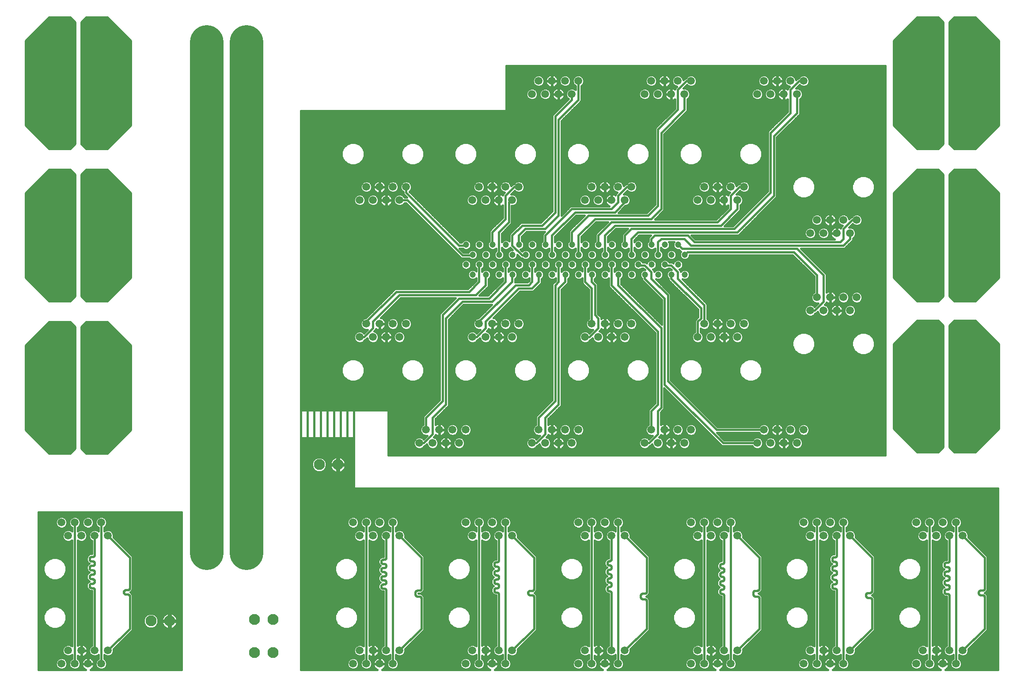
<source format=gtl>
G75*
%MOIN*%
%OFA0B0*%
%FSLAX24Y24*%
%IPPOS*%
%LPD*%
%AMOC8*
5,1,8,0,0,1.08239X$1,22.5*
%
%ADD10C,0.0591*%
%ADD11C,0.0827*%
%ADD12C,0.0472*%
%ADD13C,0.0945*%
%ADD14C,0.2400*%
%ADD15R,0.1050X0.1050*%
%ADD16C,0.0160*%
%ADD17C,0.2540*%
%ADD18C,0.0100*%
D10*
X019668Y005661D03*
X020668Y005661D03*
X021668Y005661D03*
X022668Y005661D03*
X023168Y006661D03*
X022168Y006661D03*
X021168Y006661D03*
X020168Y006661D03*
X020168Y015326D03*
X021168Y015326D03*
X022168Y015326D03*
X023168Y015326D03*
X022668Y016326D03*
X021668Y016326D03*
X020668Y016326D03*
X019668Y016326D03*
X041668Y016326D03*
X042668Y016326D03*
X043668Y016326D03*
X044668Y016326D03*
X045168Y015326D03*
X044168Y015326D03*
X043168Y015326D03*
X042168Y015326D03*
X050168Y016326D03*
X051168Y016326D03*
X052168Y016326D03*
X053168Y016326D03*
X053668Y015326D03*
X052668Y015326D03*
X051668Y015326D03*
X050668Y015326D03*
X058668Y016326D03*
X059668Y016326D03*
X060668Y016326D03*
X061668Y016326D03*
X062168Y015326D03*
X061168Y015326D03*
X060168Y015326D03*
X059168Y015326D03*
X067168Y016326D03*
X068168Y016326D03*
X069168Y016326D03*
X070168Y016326D03*
X070668Y015326D03*
X069668Y015326D03*
X068668Y015326D03*
X067668Y015326D03*
X075668Y016326D03*
X076668Y016326D03*
X077668Y016326D03*
X078668Y016326D03*
X079168Y015326D03*
X078168Y015326D03*
X077168Y015326D03*
X076168Y015326D03*
X084168Y016326D03*
X085168Y016326D03*
X086168Y016326D03*
X087168Y016326D03*
X087668Y015326D03*
X086668Y015326D03*
X085668Y015326D03*
X084668Y015326D03*
X075168Y022326D03*
X074168Y022326D03*
X073168Y022326D03*
X072168Y022326D03*
X072668Y023326D03*
X073668Y023326D03*
X074668Y023326D03*
X075668Y023326D03*
X067168Y023326D03*
X066168Y023326D03*
X065168Y023326D03*
X064168Y023326D03*
X064668Y022326D03*
X065668Y022326D03*
X066668Y022326D03*
X063668Y022326D03*
X058668Y023326D03*
X057668Y023326D03*
X056668Y023326D03*
X055668Y023326D03*
X056168Y022326D03*
X057168Y022326D03*
X058168Y022326D03*
X055168Y022326D03*
X050168Y023326D03*
X049168Y023326D03*
X048168Y023326D03*
X047168Y023326D03*
X047668Y022326D03*
X048668Y022326D03*
X049668Y022326D03*
X046668Y022326D03*
X045168Y030326D03*
X044168Y030326D03*
X043168Y030326D03*
X042168Y030326D03*
X042668Y031326D03*
X043668Y031326D03*
X044668Y031326D03*
X045668Y031326D03*
X050668Y030326D03*
X051668Y030326D03*
X052668Y030326D03*
X053668Y030326D03*
X054168Y031326D03*
X053168Y031326D03*
X052168Y031326D03*
X051168Y031326D03*
X059168Y030326D03*
X060168Y030326D03*
X061168Y030326D03*
X062168Y030326D03*
X062668Y031326D03*
X061668Y031326D03*
X060668Y031326D03*
X059668Y031326D03*
X067668Y030326D03*
X068668Y030326D03*
X069668Y030326D03*
X070668Y030326D03*
X071168Y031326D03*
X070168Y031326D03*
X069168Y031326D03*
X068168Y031326D03*
X076168Y032326D03*
X077168Y032326D03*
X078168Y032326D03*
X079168Y032326D03*
X079668Y033326D03*
X078668Y033326D03*
X077668Y033326D03*
X076668Y033326D03*
X077168Y038161D03*
X078168Y038161D03*
X079168Y038161D03*
X079668Y039161D03*
X078668Y039161D03*
X077668Y039161D03*
X076668Y039161D03*
X076168Y038161D03*
X070668Y040661D03*
X069668Y040661D03*
X068668Y040661D03*
X067668Y040661D03*
X068168Y041661D03*
X069168Y041661D03*
X070168Y041661D03*
X071168Y041661D03*
X062668Y041661D03*
X061668Y041661D03*
X060668Y041661D03*
X059668Y041661D03*
X060168Y040661D03*
X061168Y040661D03*
X062168Y040661D03*
X059168Y040661D03*
X054168Y041661D03*
X053168Y041661D03*
X052168Y041661D03*
X051168Y041661D03*
X051668Y040661D03*
X052668Y040661D03*
X053668Y040661D03*
X050668Y040661D03*
X045668Y041661D03*
X044668Y041661D03*
X043668Y041661D03*
X042668Y041661D03*
X043168Y040661D03*
X044168Y040661D03*
X045168Y040661D03*
X042168Y040661D03*
X055168Y048661D03*
X056168Y048661D03*
X057168Y048661D03*
X058168Y048661D03*
X058668Y049661D03*
X057668Y049661D03*
X056668Y049661D03*
X055668Y049661D03*
X063668Y048661D03*
X064168Y049661D03*
X065168Y049661D03*
X066168Y049661D03*
X067168Y049661D03*
X066668Y048661D03*
X065668Y048661D03*
X064668Y048661D03*
X072168Y048661D03*
X073168Y048661D03*
X073668Y049661D03*
X074668Y049661D03*
X075668Y049661D03*
X075168Y048661D03*
X074168Y048661D03*
X072668Y049661D03*
X070668Y006661D03*
X069668Y006661D03*
X068668Y006661D03*
X067668Y006661D03*
X068168Y005661D03*
X069168Y005661D03*
X070168Y005661D03*
X067168Y005661D03*
X062168Y006661D03*
X061168Y006661D03*
X060168Y006661D03*
X059168Y006661D03*
X059668Y005661D03*
X060668Y005661D03*
X061668Y005661D03*
X058668Y005661D03*
X053668Y006661D03*
X052668Y006661D03*
X051668Y006661D03*
X050668Y006661D03*
X051168Y005661D03*
X052168Y005661D03*
X053168Y005661D03*
X050168Y005661D03*
X045168Y006661D03*
X044168Y006661D03*
X043168Y006661D03*
X042168Y006661D03*
X042668Y005661D03*
X043668Y005661D03*
X044668Y005661D03*
X041668Y005661D03*
X075668Y005661D03*
X076668Y005661D03*
X077668Y005661D03*
X078668Y005661D03*
X079168Y006661D03*
X078168Y006661D03*
X077168Y006661D03*
X076168Y006661D03*
X084168Y005661D03*
X085168Y005661D03*
X086168Y005661D03*
X087168Y005661D03*
X087668Y006661D03*
X086668Y006661D03*
X085668Y006661D03*
X084668Y006661D03*
D11*
X040523Y020693D03*
X039113Y020693D03*
X035623Y008993D03*
X034213Y008993D03*
X034213Y006493D03*
X035623Y006493D03*
X027823Y008893D03*
X026413Y008893D03*
D12*
X050695Y035042D03*
X050195Y035792D03*
X051195Y035792D03*
X051695Y035042D03*
X052195Y035792D03*
X052695Y035042D03*
X053195Y035792D03*
X053695Y035042D03*
X054195Y035792D03*
X054695Y035042D03*
X055195Y035792D03*
X055695Y035042D03*
X056195Y035792D03*
X056695Y035042D03*
X057195Y035792D03*
X057695Y035042D03*
X058195Y035792D03*
X058695Y035042D03*
X059195Y035792D03*
X059695Y035042D03*
X060195Y035792D03*
X060695Y035042D03*
X061195Y035792D03*
X061695Y035042D03*
X062195Y035792D03*
X062695Y035042D03*
X063195Y035792D03*
X063695Y035042D03*
X064195Y035792D03*
X064695Y035042D03*
X065195Y035792D03*
X065695Y035042D03*
X066195Y035792D03*
X066695Y035042D03*
X066695Y036542D03*
X066195Y037292D03*
X065695Y036542D03*
X065195Y037292D03*
X064695Y036542D03*
X064195Y037292D03*
X063695Y036542D03*
X063195Y037292D03*
X062695Y036542D03*
X062195Y037292D03*
X061695Y036542D03*
X061195Y037292D03*
X060695Y036542D03*
X060195Y037292D03*
X059695Y036542D03*
X059195Y037292D03*
X058695Y036542D03*
X058195Y037292D03*
X057695Y036542D03*
X057195Y037292D03*
X056695Y036542D03*
X056195Y037292D03*
X055695Y036542D03*
X055195Y037292D03*
X054695Y036542D03*
X054195Y037292D03*
X053695Y036542D03*
X053195Y037292D03*
X052695Y036542D03*
X052195Y037292D03*
X051695Y036542D03*
X051195Y037292D03*
X050695Y036542D03*
X050195Y037292D03*
D13*
X022418Y038993D03*
X019418Y038993D03*
X019418Y041993D03*
X022418Y041993D03*
X022418Y050493D03*
X019418Y050493D03*
X019418Y053493D03*
X022418Y053493D03*
X022418Y030493D03*
X019418Y030493D03*
X019418Y027493D03*
X022418Y027493D03*
X030618Y016993D03*
X033618Y016993D03*
X033618Y013993D03*
X030618Y013993D03*
X084918Y027493D03*
X087918Y027493D03*
X087918Y030493D03*
X084918Y030493D03*
X084918Y038993D03*
X087918Y038993D03*
X087918Y041993D03*
X084918Y041993D03*
X084918Y050493D03*
X087918Y050493D03*
X087918Y053493D03*
X084918Y053493D03*
D14*
X085018Y046093D03*
X087818Y046093D03*
X087818Y034593D03*
X085018Y034593D03*
X085018Y023093D03*
X087818Y023093D03*
X022318Y023093D03*
X019518Y023093D03*
X019518Y034593D03*
X022318Y034593D03*
X022318Y046093D03*
X019518Y046093D03*
D15*
X030918Y045993D03*
X033418Y045993D03*
X033418Y039493D03*
X030918Y039493D03*
X030918Y032993D03*
X033418Y032993D03*
X033418Y026493D03*
X030918Y026493D03*
X030918Y019993D03*
X033418Y019993D03*
X033418Y052493D03*
X030918Y052493D03*
D16*
X017918Y017093D02*
X017918Y005223D01*
X021479Y005223D01*
X021419Y005254D01*
X021358Y005298D01*
X021305Y005351D01*
X021261Y005412D01*
X021227Y005478D01*
X021204Y005549D01*
X021193Y005623D01*
X021193Y005642D01*
X021649Y005642D01*
X021649Y005679D01*
X021193Y005679D01*
X021193Y005698D01*
X021204Y005772D01*
X021227Y005843D01*
X021261Y005910D01*
X021305Y005970D01*
X021358Y006023D01*
X021419Y006067D01*
X021485Y006101D01*
X021557Y006124D01*
X021630Y006136D01*
X021649Y006136D01*
X021649Y005679D01*
X021686Y005679D01*
X021686Y006136D01*
X021705Y006136D01*
X021779Y006124D01*
X021850Y006101D01*
X021917Y006067D01*
X021977Y006023D01*
X022030Y005970D01*
X022074Y005910D01*
X022108Y005843D01*
X022131Y005772D01*
X022143Y005698D01*
X022143Y005679D01*
X021686Y005679D01*
X021686Y005642D01*
X022143Y005642D01*
X022143Y005623D01*
X022131Y005549D01*
X022108Y005478D01*
X022074Y005412D01*
X022030Y005351D01*
X021977Y005298D01*
X021917Y005254D01*
X021856Y005223D01*
X028718Y005223D01*
X028718Y017093D01*
X017918Y017093D01*
X017918Y017039D02*
X028718Y017039D01*
X028718Y016881D02*
X017918Y016881D01*
X017918Y016722D02*
X019487Y016722D01*
X019421Y016695D02*
X019299Y016573D01*
X019233Y016413D01*
X019233Y016239D01*
X019299Y016079D01*
X019421Y015957D01*
X019581Y015891D01*
X019754Y015891D01*
X019914Y015957D01*
X020037Y016079D01*
X020103Y016239D01*
X020103Y016413D01*
X020037Y016573D01*
X019914Y016695D01*
X019754Y016761D01*
X019581Y016761D01*
X019421Y016695D01*
X019295Y016564D02*
X017918Y016564D01*
X017918Y016405D02*
X019233Y016405D01*
X019233Y016247D02*
X017918Y016247D01*
X017918Y016088D02*
X019295Y016088D01*
X019487Y015930D02*
X017918Y015930D01*
X017918Y015771D02*
X020448Y015771D01*
X020414Y015695D02*
X020254Y015761D01*
X020081Y015761D01*
X019921Y015695D01*
X019799Y015573D01*
X019733Y015413D01*
X019733Y015239D01*
X019799Y015079D01*
X019921Y014957D01*
X020081Y014891D01*
X020254Y014891D01*
X020414Y014957D01*
X020448Y014990D01*
X020448Y006996D01*
X020414Y007030D01*
X020254Y007096D01*
X020081Y007096D01*
X019921Y007030D01*
X019799Y006907D01*
X019733Y006747D01*
X019733Y006574D01*
X019799Y006414D01*
X019921Y006292D01*
X020081Y006225D01*
X020254Y006225D01*
X020414Y006292D01*
X020448Y006325D01*
X020448Y006041D01*
X020421Y006030D01*
X020299Y005907D01*
X020233Y005747D01*
X020233Y005574D01*
X020299Y005414D01*
X020421Y005292D01*
X020581Y005225D01*
X020754Y005225D01*
X020914Y005292D01*
X021037Y005414D01*
X021103Y005574D01*
X021103Y005747D01*
X021037Y005907D01*
X020914Y006030D01*
X020888Y006041D01*
X020888Y006277D01*
X020919Y006254D01*
X020985Y006220D01*
X021057Y006197D01*
X021130Y006185D01*
X021149Y006185D01*
X021149Y006642D01*
X021186Y006642D01*
X021186Y006185D01*
X021205Y006185D01*
X021279Y006197D01*
X021350Y006220D01*
X021417Y006254D01*
X021477Y006298D01*
X021530Y006351D01*
X021574Y006412D01*
X021608Y006478D01*
X021631Y006549D01*
X021643Y006623D01*
X021643Y006642D01*
X021186Y006642D01*
X021186Y006679D01*
X021149Y006679D01*
X021149Y007136D01*
X021130Y007136D01*
X021057Y007124D01*
X020985Y007101D01*
X020919Y007067D01*
X020888Y007045D01*
X020888Y014990D01*
X020921Y014957D01*
X021081Y014891D01*
X021254Y014891D01*
X021414Y014957D01*
X021537Y015079D01*
X021603Y015239D01*
X021603Y015413D01*
X021537Y015573D01*
X021414Y015695D01*
X021254Y015761D01*
X021081Y015761D01*
X020921Y015695D01*
X020888Y015662D01*
X020888Y015946D01*
X020914Y015957D01*
X021037Y016079D01*
X021103Y016239D01*
X021103Y016413D01*
X021037Y016573D01*
X020914Y016695D01*
X020754Y016761D01*
X020581Y016761D01*
X020421Y016695D01*
X020299Y016573D01*
X020233Y016413D01*
X020233Y016239D01*
X020299Y016079D01*
X020421Y015957D01*
X020448Y015946D01*
X020448Y015662D01*
X020414Y015695D01*
X020448Y015930D02*
X019849Y015930D01*
X020041Y016088D02*
X020295Y016088D01*
X020233Y016247D02*
X020103Y016247D01*
X020103Y016405D02*
X020233Y016405D01*
X020295Y016564D02*
X020040Y016564D01*
X019848Y016722D02*
X020487Y016722D01*
X020848Y016722D02*
X021487Y016722D01*
X021421Y016695D02*
X021299Y016573D01*
X021233Y016413D01*
X021233Y016239D01*
X021299Y016079D01*
X021421Y015957D01*
X021581Y015891D01*
X021754Y015891D01*
X021914Y015957D01*
X022037Y016079D01*
X022103Y016239D01*
X022103Y016413D01*
X022037Y016573D01*
X021914Y016695D01*
X021754Y016761D01*
X021581Y016761D01*
X021421Y016695D01*
X021295Y016564D02*
X021040Y016564D01*
X021103Y016405D02*
X021233Y016405D01*
X021233Y016247D02*
X021103Y016247D01*
X021041Y016088D02*
X021295Y016088D01*
X021487Y015930D02*
X020888Y015930D01*
X020888Y015771D02*
X022448Y015771D01*
X022414Y015695D02*
X022254Y015761D01*
X022081Y015761D01*
X021921Y015695D01*
X021799Y015573D01*
X021733Y015413D01*
X021733Y015239D01*
X021799Y015079D01*
X021921Y014957D01*
X021948Y014946D01*
X021948Y013958D01*
X021839Y013958D01*
X021665Y013858D01*
X021565Y013684D01*
X021565Y013457D01*
X021665Y013283D01*
X021665Y013283D01*
X021749Y013234D01*
X021665Y013186D01*
X021565Y013012D01*
X021565Y012785D01*
X021665Y012611D01*
X021665Y012611D01*
X021749Y012562D01*
X021665Y012514D01*
X021665Y012514D01*
X021665Y012514D01*
X021565Y012339D01*
X021565Y012112D01*
X021665Y011938D01*
X021665Y011938D01*
X021665Y011938D01*
X021749Y011890D01*
X021665Y011841D01*
X021565Y011667D01*
X021565Y011440D01*
X021665Y011266D01*
X021839Y011166D01*
X021948Y011166D01*
X021948Y007041D01*
X021921Y007030D01*
X021799Y006907D01*
X021733Y006747D01*
X021733Y006574D01*
X021799Y006414D01*
X021921Y006292D01*
X022081Y006225D01*
X022254Y006225D01*
X022414Y006292D01*
X022448Y006325D01*
X022448Y006041D01*
X022421Y006030D01*
X022299Y005907D01*
X022233Y005747D01*
X022233Y005574D01*
X022299Y005414D01*
X022421Y005292D01*
X022581Y005225D01*
X022754Y005225D01*
X022914Y005292D01*
X023037Y005414D01*
X023103Y005574D01*
X023103Y005747D01*
X023037Y005907D01*
X022914Y006030D01*
X022888Y006041D01*
X022888Y006325D01*
X022921Y006292D01*
X023081Y006225D01*
X023254Y006225D01*
X023414Y006292D01*
X023537Y006414D01*
X023603Y006574D01*
X023603Y006747D01*
X023592Y006774D01*
X024909Y008091D01*
X025038Y008220D01*
X025038Y010850D01*
X024937Y011024D01*
X024855Y011071D01*
X024937Y011119D01*
X025038Y011293D01*
X025038Y013767D01*
X023592Y015213D01*
X023603Y015239D01*
X023603Y015413D01*
X023537Y015573D01*
X023414Y015695D01*
X023254Y015761D01*
X023081Y015761D01*
X022921Y015695D01*
X022888Y015662D01*
X022888Y015946D01*
X022914Y015957D01*
X023037Y016079D01*
X023103Y016239D01*
X023103Y016413D01*
X023037Y016573D01*
X022914Y016695D01*
X022754Y016761D01*
X022581Y016761D01*
X022421Y016695D01*
X022299Y016573D01*
X022233Y016413D01*
X022233Y016239D01*
X022299Y016079D01*
X022421Y015957D01*
X022448Y015946D01*
X022448Y015662D01*
X022414Y015695D01*
X022448Y015930D02*
X021849Y015930D01*
X022041Y016088D02*
X022295Y016088D01*
X022233Y016247D02*
X022103Y016247D01*
X022103Y016405D02*
X022233Y016405D01*
X022295Y016564D02*
X022040Y016564D01*
X021848Y016722D02*
X022487Y016722D01*
X022848Y016722D02*
X028718Y016722D01*
X028718Y016564D02*
X023040Y016564D01*
X023103Y016405D02*
X028718Y016405D01*
X028718Y016247D02*
X023103Y016247D01*
X023041Y016088D02*
X028718Y016088D01*
X028718Y015930D02*
X022888Y015930D01*
X022888Y015771D02*
X028718Y015771D01*
X028718Y015613D02*
X023497Y015613D01*
X023586Y015454D02*
X028718Y015454D01*
X028718Y015296D02*
X023603Y015296D01*
X023668Y015137D02*
X028718Y015137D01*
X028718Y014979D02*
X023826Y014979D01*
X023985Y014820D02*
X028718Y014820D01*
X028718Y014662D02*
X024143Y014662D01*
X024302Y014503D02*
X028718Y014503D01*
X028718Y014345D02*
X024460Y014345D01*
X024619Y014186D02*
X028718Y014186D01*
X028718Y014028D02*
X024777Y014028D01*
X024936Y013869D02*
X028718Y013869D01*
X028718Y013711D02*
X025038Y013711D01*
X025038Y013552D02*
X028718Y013552D01*
X028718Y013394D02*
X025038Y013394D01*
X025038Y013235D02*
X028718Y013235D01*
X028718Y013077D02*
X025038Y013077D01*
X025038Y012918D02*
X028718Y012918D01*
X028718Y012760D02*
X025038Y012760D01*
X025038Y012601D02*
X028718Y012601D01*
X028718Y012443D02*
X025038Y012443D01*
X025038Y012284D02*
X028718Y012284D01*
X028718Y012126D02*
X025038Y012126D01*
X025038Y011967D02*
X028718Y011967D01*
X028718Y011809D02*
X025038Y011809D01*
X025038Y011650D02*
X028718Y011650D01*
X028718Y011492D02*
X025038Y011492D01*
X025038Y011333D02*
X028718Y011333D01*
X028718Y011175D02*
X024970Y011175D01*
X024937Y011119D02*
X024937Y011119D01*
X024937Y011119D01*
X024937Y011024D02*
X024937Y011024D01*
X024937Y011024D01*
X024942Y011016D02*
X028718Y011016D01*
X028718Y010858D02*
X025033Y010858D01*
X025038Y010699D02*
X028718Y010699D01*
X028718Y010541D02*
X025038Y010541D01*
X025038Y010382D02*
X028718Y010382D01*
X028718Y010224D02*
X025038Y010224D01*
X025038Y010065D02*
X028718Y010065D01*
X028718Y009907D02*
X025038Y009907D01*
X025038Y009748D02*
X028718Y009748D01*
X028718Y009590D02*
X025038Y009590D01*
X025038Y009431D02*
X026266Y009431D01*
X026303Y009447D02*
X026100Y009362D01*
X025944Y009207D01*
X025860Y009003D01*
X025860Y008783D01*
X025944Y008580D01*
X026100Y008424D01*
X026303Y008340D01*
X026523Y008340D01*
X026727Y008424D01*
X026882Y008580D01*
X026967Y008783D01*
X026967Y009003D01*
X026882Y009207D01*
X026727Y009362D01*
X026523Y009447D01*
X026303Y009447D01*
X026560Y009431D02*
X027571Y009431D01*
X027595Y009443D02*
X027512Y009401D01*
X027436Y009346D01*
X027370Y009280D01*
X027315Y009204D01*
X027273Y009121D01*
X027244Y009032D01*
X027231Y008951D01*
X027765Y008951D01*
X027765Y009485D01*
X027684Y009472D01*
X027595Y009443D01*
X027765Y009431D02*
X027880Y009431D01*
X027880Y009485D02*
X027962Y009472D01*
X028050Y009443D01*
X028134Y009401D01*
X028209Y009346D01*
X028275Y009280D01*
X028330Y009204D01*
X028372Y009121D01*
X028401Y009032D01*
X028414Y008951D01*
X027880Y008951D01*
X027765Y008951D01*
X027765Y008836D01*
X027231Y008836D01*
X027244Y008754D01*
X027273Y008666D01*
X027315Y008582D01*
X027370Y008507D01*
X027436Y008441D01*
X027512Y008386D01*
X027595Y008343D01*
X027684Y008315D01*
X027765Y008302D01*
X027765Y008836D01*
X027880Y008836D01*
X027880Y008951D01*
X027880Y009485D01*
X028074Y009431D02*
X028718Y009431D01*
X028718Y009273D02*
X028280Y009273D01*
X028375Y009114D02*
X028718Y009114D01*
X028718Y008956D02*
X028413Y008956D01*
X028414Y008836D02*
X027880Y008836D01*
X027880Y008302D01*
X027962Y008315D01*
X028050Y008343D01*
X028134Y008386D01*
X028209Y008441D01*
X028275Y008507D01*
X028330Y008582D01*
X028372Y008666D01*
X028401Y008754D01*
X028414Y008836D01*
X028408Y008797D02*
X028718Y008797D01*
X028718Y008639D02*
X028359Y008639D01*
X028249Y008480D02*
X028718Y008480D01*
X028718Y008322D02*
X027984Y008322D01*
X027880Y008322D02*
X027765Y008322D01*
X027661Y008322D02*
X025038Y008322D01*
X025038Y008480D02*
X026044Y008480D01*
X025920Y008639D02*
X025038Y008639D01*
X025038Y008797D02*
X025860Y008797D01*
X025860Y008956D02*
X025038Y008956D01*
X025038Y009114D02*
X025906Y009114D01*
X026010Y009273D02*
X025038Y009273D01*
X024818Y008311D02*
X023168Y006661D01*
X023341Y006261D02*
X028718Y006261D01*
X028718Y006103D02*
X022888Y006103D01*
X022888Y006261D02*
X022994Y006261D01*
X023000Y005944D02*
X028718Y005944D01*
X028718Y005786D02*
X023087Y005786D01*
X023103Y005627D02*
X028718Y005627D01*
X028718Y005469D02*
X023060Y005469D01*
X022933Y005310D02*
X028718Y005310D01*
X028718Y006420D02*
X023539Y006420D01*
X023603Y006578D02*
X028718Y006578D01*
X028718Y006737D02*
X023603Y006737D01*
X023714Y006895D02*
X028718Y006895D01*
X028718Y007054D02*
X023872Y007054D01*
X024031Y007212D02*
X028718Y007212D01*
X028718Y007371D02*
X024189Y007371D01*
X024348Y007529D02*
X028718Y007529D01*
X028718Y007688D02*
X024506Y007688D01*
X024665Y007846D02*
X028718Y007846D01*
X028718Y008005D02*
X024823Y008005D01*
X024909Y008091D02*
X024909Y008091D01*
X024982Y008163D02*
X028718Y008163D01*
X027880Y008480D02*
X027765Y008480D01*
X027765Y008639D02*
X027880Y008639D01*
X027880Y008797D02*
X027765Y008797D01*
X027765Y008956D02*
X027880Y008956D01*
X027880Y009114D02*
X027765Y009114D01*
X027765Y009273D02*
X027880Y009273D01*
X027365Y009273D02*
X026816Y009273D01*
X026921Y009114D02*
X027270Y009114D01*
X027232Y008956D02*
X026967Y008956D01*
X026967Y008797D02*
X027237Y008797D01*
X027286Y008639D02*
X026907Y008639D01*
X026783Y008480D02*
X027396Y008480D01*
X024818Y008311D02*
X024818Y010750D01*
X024816Y010772D01*
X024812Y010794D01*
X024804Y010814D01*
X024793Y010834D01*
X024780Y010852D01*
X024765Y010867D01*
X024747Y010880D01*
X024727Y010891D01*
X024707Y010899D01*
X024685Y010903D01*
X024663Y010905D01*
X024523Y010905D01*
X024501Y010907D01*
X024479Y010911D01*
X024459Y010919D01*
X024439Y010930D01*
X024421Y010943D01*
X024406Y010958D01*
X024393Y010976D01*
X024382Y010996D01*
X024374Y011016D01*
X024370Y011038D01*
X024368Y011060D01*
X024368Y011083D01*
X024370Y011105D01*
X024374Y011127D01*
X024382Y011147D01*
X024393Y011167D01*
X024406Y011185D01*
X024421Y011200D01*
X024439Y011213D01*
X024459Y011224D01*
X024479Y011232D01*
X024501Y011236D01*
X024523Y011238D01*
X024663Y011238D01*
X024685Y011240D01*
X024707Y011244D01*
X024727Y011252D01*
X024747Y011263D01*
X024765Y011276D01*
X024780Y011291D01*
X024793Y011309D01*
X024804Y011329D01*
X024812Y011349D01*
X024816Y011371D01*
X024818Y011393D01*
X024818Y013676D01*
X023168Y015326D01*
X022168Y015326D02*
X022168Y013893D01*
X022166Y013871D01*
X022162Y013849D01*
X022154Y013829D01*
X022143Y013809D01*
X022130Y013791D01*
X022115Y013776D01*
X022097Y013763D01*
X022077Y013752D01*
X022057Y013744D01*
X022035Y013740D01*
X022013Y013738D01*
X021940Y013738D01*
X021918Y013736D01*
X021896Y013732D01*
X021876Y013724D01*
X021856Y013713D01*
X021838Y013700D01*
X021823Y013685D01*
X021810Y013667D01*
X021799Y013647D01*
X021791Y013627D01*
X021787Y013605D01*
X021785Y013583D01*
X021785Y013557D01*
X021787Y013535D01*
X021791Y013513D01*
X021799Y013493D01*
X021810Y013473D01*
X021823Y013455D01*
X021838Y013440D01*
X021856Y013427D01*
X021876Y013416D01*
X021896Y013408D01*
X021918Y013404D01*
X021940Y013402D01*
X022013Y013402D01*
X022035Y013400D01*
X022057Y013396D01*
X022077Y013388D01*
X022097Y013377D01*
X022115Y013364D01*
X022130Y013349D01*
X022143Y013331D01*
X022154Y013311D01*
X022162Y013291D01*
X022166Y013269D01*
X022168Y013247D01*
X022168Y013221D01*
X022166Y013199D01*
X022162Y013177D01*
X022154Y013157D01*
X022143Y013137D01*
X022130Y013119D01*
X022115Y013104D01*
X022097Y013091D01*
X022077Y013080D01*
X022057Y013072D01*
X022035Y013068D01*
X022013Y013066D01*
X021940Y013066D01*
X021918Y013064D01*
X021896Y013060D01*
X021876Y013052D01*
X021856Y013041D01*
X021838Y013028D01*
X021823Y013013D01*
X021810Y012995D01*
X021799Y012975D01*
X021791Y012955D01*
X021787Y012933D01*
X021785Y012911D01*
X021785Y012885D01*
X021787Y012863D01*
X021791Y012841D01*
X021799Y012821D01*
X021810Y012801D01*
X021823Y012783D01*
X021838Y012768D01*
X021856Y012755D01*
X021876Y012744D01*
X021896Y012736D01*
X021918Y012732D01*
X021940Y012730D01*
X022013Y012730D01*
X022035Y012728D01*
X022057Y012724D01*
X022077Y012716D01*
X022097Y012705D01*
X022115Y012692D01*
X022130Y012677D01*
X022143Y012659D01*
X022154Y012639D01*
X022162Y012619D01*
X022166Y012597D01*
X022168Y012575D01*
X022168Y012549D01*
X022166Y012527D01*
X022162Y012505D01*
X022154Y012485D01*
X022143Y012465D01*
X022130Y012447D01*
X022115Y012432D01*
X022097Y012419D01*
X022077Y012408D01*
X022057Y012400D01*
X022035Y012396D01*
X022013Y012394D01*
X021940Y012394D01*
X021918Y012392D01*
X021896Y012388D01*
X021876Y012380D01*
X021856Y012369D01*
X021838Y012356D01*
X021823Y012341D01*
X021810Y012323D01*
X021799Y012303D01*
X021791Y012283D01*
X021787Y012261D01*
X021785Y012239D01*
X021785Y012213D01*
X021787Y012191D01*
X021791Y012169D01*
X021799Y012149D01*
X021810Y012129D01*
X021823Y012111D01*
X021838Y012096D01*
X021856Y012083D01*
X021876Y012072D01*
X021896Y012064D01*
X021918Y012060D01*
X021940Y012058D01*
X022013Y012058D01*
X022035Y012056D01*
X022057Y012052D01*
X022077Y012044D01*
X022097Y012033D01*
X022115Y012020D01*
X022130Y012005D01*
X022143Y011987D01*
X022154Y011967D01*
X022162Y011947D01*
X022166Y011925D01*
X022168Y011903D01*
X022168Y011877D01*
X022166Y011855D01*
X022162Y011833D01*
X022154Y011813D01*
X022143Y011793D01*
X022130Y011775D01*
X022115Y011760D01*
X022097Y011747D01*
X022077Y011736D01*
X022057Y011728D01*
X022035Y011724D01*
X022013Y011722D01*
X021940Y011722D01*
X021918Y011720D01*
X021896Y011716D01*
X021876Y011708D01*
X021856Y011697D01*
X021838Y011684D01*
X021823Y011669D01*
X021810Y011651D01*
X021799Y011631D01*
X021791Y011611D01*
X021787Y011589D01*
X021785Y011567D01*
X021785Y011541D01*
X021787Y011519D01*
X021791Y011497D01*
X021799Y011477D01*
X021810Y011457D01*
X021823Y011439D01*
X021838Y011424D01*
X021856Y011411D01*
X021876Y011400D01*
X021896Y011392D01*
X021918Y011388D01*
X021940Y011386D01*
X022013Y011386D01*
X022035Y011384D01*
X022057Y011380D01*
X022077Y011372D01*
X022097Y011361D01*
X022115Y011348D01*
X022130Y011333D01*
X022143Y011315D01*
X022154Y011295D01*
X022162Y011275D01*
X022166Y011253D01*
X022168Y011231D01*
X022168Y006661D01*
X022341Y006261D02*
X022448Y006261D01*
X022448Y006103D02*
X021845Y006103D01*
X021686Y006103D02*
X021649Y006103D01*
X021491Y006103D02*
X020888Y006103D01*
X020888Y006261D02*
X020909Y006261D01*
X021149Y006261D02*
X021186Y006261D01*
X021186Y006420D02*
X021149Y006420D01*
X021149Y006578D02*
X021186Y006578D01*
X021186Y006679D02*
X021643Y006679D01*
X021643Y006698D01*
X021631Y006772D01*
X021608Y006843D01*
X021574Y006910D01*
X021530Y006970D01*
X021477Y007023D01*
X021417Y007067D01*
X021350Y007101D01*
X021279Y007124D01*
X021205Y007136D01*
X021186Y007136D01*
X021186Y006679D01*
X021186Y006737D02*
X021149Y006737D01*
X021149Y006895D02*
X021186Y006895D01*
X021186Y007054D02*
X021149Y007054D01*
X020900Y007054D02*
X020888Y007054D01*
X020888Y007212D02*
X021948Y007212D01*
X021948Y007054D02*
X021435Y007054D01*
X021582Y006895D02*
X021794Y006895D01*
X021733Y006737D02*
X021637Y006737D01*
X021636Y006578D02*
X021733Y006578D01*
X021796Y006420D02*
X021579Y006420D01*
X021427Y006261D02*
X021994Y006261D01*
X022049Y005944D02*
X022336Y005944D01*
X022249Y005786D02*
X022127Y005786D01*
X022143Y005627D02*
X022233Y005627D01*
X022276Y005469D02*
X022104Y005469D01*
X021990Y005310D02*
X022403Y005310D01*
X022668Y005661D02*
X022668Y016326D01*
X021839Y015613D02*
X021497Y015613D01*
X021586Y015454D02*
X021750Y015454D01*
X021733Y015296D02*
X021603Y015296D01*
X021561Y015137D02*
X021775Y015137D01*
X021899Y014979D02*
X021436Y014979D01*
X021948Y014820D02*
X020888Y014820D01*
X020888Y014662D02*
X021948Y014662D01*
X021948Y014503D02*
X020888Y014503D01*
X020888Y014345D02*
X021948Y014345D01*
X021948Y014186D02*
X020888Y014186D01*
X020888Y014028D02*
X021948Y014028D01*
X021685Y013869D02*
X020888Y013869D01*
X020888Y013711D02*
X021580Y013711D01*
X021565Y013552D02*
X020888Y013552D01*
X020888Y013394D02*
X021601Y013394D01*
X021665Y013283D02*
X021665Y013283D01*
X021747Y013235D02*
X020888Y013235D01*
X020888Y013077D02*
X021602Y013077D01*
X021665Y013186D02*
X021665Y013186D01*
X021665Y013186D01*
X021565Y012918D02*
X020888Y012918D01*
X020888Y012760D02*
X021579Y012760D01*
X021681Y012601D02*
X020888Y012601D01*
X020888Y012443D02*
X021624Y012443D01*
X021565Y012284D02*
X020888Y012284D01*
X020888Y012126D02*
X021565Y012126D01*
X021649Y011967D02*
X020888Y011967D01*
X020888Y011809D02*
X021646Y011809D01*
X021665Y011841D02*
X021665Y011841D01*
X021665Y011841D01*
X021565Y011650D02*
X020888Y011650D01*
X020888Y011492D02*
X021565Y011492D01*
X021627Y011333D02*
X020888Y011333D01*
X020888Y011175D02*
X021824Y011175D01*
X021665Y011266D02*
X021665Y011266D01*
X021665Y011266D01*
X021948Y011016D02*
X020888Y011016D01*
X020888Y010858D02*
X021948Y010858D01*
X021948Y010699D02*
X020888Y010699D01*
X020888Y010541D02*
X021948Y010541D01*
X021948Y010382D02*
X020888Y010382D01*
X020888Y010224D02*
X021948Y010224D01*
X021948Y010065D02*
X020888Y010065D01*
X020888Y009907D02*
X021948Y009907D01*
X021948Y009748D02*
X020888Y009748D01*
X020888Y009590D02*
X021948Y009590D01*
X021948Y009431D02*
X020888Y009431D01*
X020888Y009273D02*
X021948Y009273D01*
X021948Y009114D02*
X020888Y009114D01*
X020888Y008956D02*
X021948Y008956D01*
X021948Y008797D02*
X020888Y008797D01*
X020888Y008639D02*
X021948Y008639D01*
X021948Y008480D02*
X020888Y008480D01*
X020888Y008322D02*
X021948Y008322D01*
X021948Y008163D02*
X020888Y008163D01*
X020888Y008005D02*
X021948Y008005D01*
X021948Y007846D02*
X020888Y007846D01*
X020888Y007688D02*
X021948Y007688D01*
X021948Y007529D02*
X020888Y007529D01*
X020888Y007371D02*
X021948Y007371D01*
X020448Y007371D02*
X017918Y007371D01*
X017918Y007529D02*
X020448Y007529D01*
X020448Y007688D02*
X017918Y007688D01*
X017918Y007846D02*
X020448Y007846D01*
X020448Y008005D02*
X017918Y008005D01*
X017918Y008163D02*
X020448Y008163D01*
X020448Y008322D02*
X019390Y008322D01*
X019339Y008301D02*
X019655Y008432D01*
X019897Y008674D01*
X020028Y008990D01*
X020028Y009332D01*
X019897Y009648D01*
X019655Y009890D01*
X019339Y010021D01*
X018997Y010021D01*
X018681Y009890D01*
X018439Y009648D01*
X018308Y009332D01*
X018308Y008990D01*
X018439Y008674D01*
X018681Y008432D01*
X018997Y008301D01*
X019339Y008301D01*
X018946Y008322D02*
X017918Y008322D01*
X017918Y008480D02*
X018632Y008480D01*
X018474Y008639D02*
X017918Y008639D01*
X017918Y008797D02*
X018388Y008797D01*
X018322Y008956D02*
X017918Y008956D01*
X017918Y009114D02*
X018308Y009114D01*
X018308Y009273D02*
X017918Y009273D01*
X017918Y009431D02*
X018349Y009431D01*
X018415Y009590D02*
X017918Y009590D01*
X017918Y009748D02*
X018539Y009748D01*
X018722Y009907D02*
X017918Y009907D01*
X017918Y010065D02*
X020448Y010065D01*
X020448Y009907D02*
X019613Y009907D01*
X019796Y009748D02*
X020448Y009748D01*
X020448Y009590D02*
X019921Y009590D01*
X019986Y009431D02*
X020448Y009431D01*
X020448Y009273D02*
X020028Y009273D01*
X020028Y009114D02*
X020448Y009114D01*
X020448Y008956D02*
X020014Y008956D01*
X019948Y008797D02*
X020448Y008797D01*
X020448Y008639D02*
X019862Y008639D01*
X019704Y008480D02*
X020448Y008480D01*
X020448Y007212D02*
X017918Y007212D01*
X017918Y007054D02*
X019980Y007054D01*
X019794Y006895D02*
X017918Y006895D01*
X017918Y006737D02*
X019733Y006737D01*
X019733Y006578D02*
X017918Y006578D01*
X017918Y006420D02*
X019796Y006420D01*
X019994Y006261D02*
X017918Y006261D01*
X017918Y006103D02*
X020448Y006103D01*
X020448Y006261D02*
X020341Y006261D01*
X020336Y005944D02*
X020000Y005944D01*
X020037Y005907D02*
X019914Y006030D01*
X019754Y006096D01*
X019581Y006096D01*
X019421Y006030D01*
X019299Y005907D01*
X019233Y005747D01*
X019233Y005574D01*
X019299Y005414D01*
X019421Y005292D01*
X019581Y005225D01*
X019754Y005225D01*
X019914Y005292D01*
X020037Y005414D01*
X020103Y005574D01*
X020103Y005747D01*
X020037Y005907D01*
X020087Y005786D02*
X020249Y005786D01*
X020233Y005627D02*
X020103Y005627D01*
X020060Y005469D02*
X020276Y005469D01*
X020403Y005310D02*
X019933Y005310D01*
X019403Y005310D02*
X017918Y005310D01*
X017918Y005469D02*
X019276Y005469D01*
X019233Y005627D02*
X017918Y005627D01*
X017918Y005786D02*
X019249Y005786D01*
X019336Y005944D02*
X017918Y005944D01*
X020356Y007054D02*
X020448Y007054D01*
X021000Y005944D02*
X021286Y005944D01*
X021209Y005786D02*
X021087Y005786D01*
X021103Y005627D02*
X021193Y005627D01*
X021232Y005469D02*
X021060Y005469D01*
X020933Y005310D02*
X021346Y005310D01*
X021649Y005786D02*
X021686Y005786D01*
X021686Y005944D02*
X021649Y005944D01*
X020668Y005661D02*
X020668Y016326D01*
X019839Y015613D02*
X017918Y015613D01*
X017918Y015454D02*
X019750Y015454D01*
X019733Y015296D02*
X017918Y015296D01*
X017918Y015137D02*
X019775Y015137D01*
X019899Y014979D02*
X017918Y014979D01*
X017918Y014820D02*
X020448Y014820D01*
X020448Y014662D02*
X017918Y014662D01*
X017918Y014503D02*
X020448Y014503D01*
X020448Y014345D02*
X017918Y014345D01*
X017918Y014186D02*
X020448Y014186D01*
X020448Y014028D02*
X017918Y014028D01*
X017918Y013869D02*
X020448Y013869D01*
X020448Y013711D02*
X017918Y013711D01*
X017918Y013552D02*
X018678Y013552D01*
X018681Y013555D02*
X018439Y013313D01*
X018308Y012997D01*
X018308Y012655D01*
X018439Y012339D01*
X018681Y012097D01*
X018997Y011966D01*
X019339Y011966D01*
X019655Y012097D01*
X019897Y012339D01*
X020028Y012655D01*
X020028Y012997D01*
X019897Y013313D01*
X019655Y013555D01*
X019339Y013686D01*
X018997Y013686D01*
X018681Y013555D01*
X018520Y013394D02*
X017918Y013394D01*
X017918Y013235D02*
X018407Y013235D01*
X018341Y013077D02*
X017918Y013077D01*
X017918Y012918D02*
X018308Y012918D01*
X018308Y012760D02*
X017918Y012760D01*
X017918Y012601D02*
X018330Y012601D01*
X018396Y012443D02*
X017918Y012443D01*
X017918Y012284D02*
X018493Y012284D01*
X018652Y012126D02*
X017918Y012126D01*
X017918Y011967D02*
X018994Y011967D01*
X019342Y011967D02*
X020448Y011967D01*
X020448Y011809D02*
X017918Y011809D01*
X017918Y011650D02*
X020448Y011650D01*
X020448Y011492D02*
X017918Y011492D01*
X017918Y011333D02*
X020448Y011333D01*
X020448Y011175D02*
X017918Y011175D01*
X017918Y011016D02*
X020448Y011016D01*
X020448Y010858D02*
X017918Y010858D01*
X017918Y010699D02*
X020448Y010699D01*
X020448Y010541D02*
X017918Y010541D01*
X017918Y010382D02*
X020448Y010382D01*
X020448Y010224D02*
X017918Y010224D01*
X019684Y012126D02*
X020448Y012126D01*
X020448Y012284D02*
X019842Y012284D01*
X019940Y012443D02*
X020448Y012443D01*
X020448Y012601D02*
X020006Y012601D01*
X020028Y012760D02*
X020448Y012760D01*
X020448Y012918D02*
X020028Y012918D01*
X019995Y013077D02*
X020448Y013077D01*
X020448Y013235D02*
X019929Y013235D01*
X019816Y013394D02*
X020448Y013394D01*
X020448Y013552D02*
X019658Y013552D01*
X020436Y014979D02*
X020448Y014979D01*
X020888Y014979D02*
X020899Y014979D01*
X021665Y013858D02*
X021665Y013858D01*
X021665Y013858D01*
X037718Y013869D02*
X042448Y013869D01*
X042448Y013711D02*
X037718Y013711D01*
X037718Y013552D02*
X040678Y013552D01*
X040681Y013555D02*
X040439Y013313D01*
X040308Y012997D01*
X040308Y012655D01*
X040439Y012339D01*
X040681Y012097D01*
X040997Y011966D01*
X041339Y011966D01*
X041655Y012097D01*
X041897Y012339D01*
X042028Y012655D01*
X042028Y012997D01*
X041897Y013313D01*
X041655Y013555D01*
X041339Y013686D01*
X040997Y013686D01*
X040681Y013555D01*
X040520Y013394D02*
X037718Y013394D01*
X037718Y013235D02*
X040407Y013235D01*
X040341Y013077D02*
X037718Y013077D01*
X037718Y012918D02*
X040308Y012918D01*
X040308Y012760D02*
X037718Y012760D01*
X037718Y012601D02*
X040330Y012601D01*
X040396Y012443D02*
X037718Y012443D01*
X037718Y012284D02*
X040493Y012284D01*
X040652Y012126D02*
X037718Y012126D01*
X037718Y011967D02*
X040994Y011967D01*
X041342Y011967D02*
X042448Y011967D01*
X042448Y011809D02*
X037718Y011809D01*
X037718Y011650D02*
X042448Y011650D01*
X042448Y011492D02*
X037718Y011492D01*
X037718Y011333D02*
X042448Y011333D01*
X042448Y011175D02*
X037718Y011175D01*
X037718Y011016D02*
X042448Y011016D01*
X042448Y010858D02*
X037718Y010858D01*
X037718Y010699D02*
X042448Y010699D01*
X042448Y010541D02*
X037718Y010541D01*
X037718Y010382D02*
X042448Y010382D01*
X042448Y010224D02*
X037718Y010224D01*
X037718Y010065D02*
X042448Y010065D01*
X042448Y009907D02*
X041613Y009907D01*
X041655Y009890D02*
X041339Y010021D01*
X040997Y010021D01*
X040681Y009890D01*
X040439Y009648D01*
X040308Y009332D01*
X040308Y008990D01*
X040439Y008674D01*
X040681Y008432D01*
X040997Y008301D01*
X041339Y008301D01*
X041655Y008432D01*
X041897Y008674D01*
X042028Y008990D01*
X042028Y009332D01*
X041897Y009648D01*
X041655Y009890D01*
X041796Y009748D02*
X042448Y009748D01*
X042448Y009590D02*
X041921Y009590D01*
X041986Y009431D02*
X042448Y009431D01*
X042448Y009273D02*
X042028Y009273D01*
X042028Y009114D02*
X042448Y009114D01*
X042448Y008956D02*
X042014Y008956D01*
X041948Y008797D02*
X042448Y008797D01*
X042448Y008639D02*
X041862Y008639D01*
X041704Y008480D02*
X042448Y008480D01*
X042448Y008322D02*
X041390Y008322D01*
X040946Y008322D02*
X037718Y008322D01*
X037718Y008480D02*
X040632Y008480D01*
X040474Y008639D02*
X037718Y008639D01*
X037718Y008797D02*
X040388Y008797D01*
X040322Y008956D02*
X037718Y008956D01*
X037718Y009114D02*
X040308Y009114D01*
X040308Y009273D02*
X037718Y009273D01*
X037718Y009431D02*
X040349Y009431D01*
X040415Y009590D02*
X037718Y009590D01*
X037718Y009748D02*
X040539Y009748D01*
X040722Y009907D02*
X037718Y009907D01*
X037718Y008163D02*
X042448Y008163D01*
X042448Y008005D02*
X037718Y008005D01*
X037718Y007846D02*
X042448Y007846D01*
X042448Y007688D02*
X037718Y007688D01*
X037718Y007529D02*
X042448Y007529D01*
X042448Y007371D02*
X037718Y007371D01*
X037718Y007212D02*
X042448Y007212D01*
X042448Y007054D02*
X042356Y007054D01*
X042414Y007030D02*
X042254Y007096D01*
X042081Y007096D01*
X041921Y007030D01*
X041799Y006907D01*
X041733Y006747D01*
X041733Y006574D01*
X041799Y006414D01*
X041921Y006292D01*
X042081Y006225D01*
X042254Y006225D01*
X042414Y006292D01*
X042448Y006325D01*
X042448Y006041D01*
X042421Y006030D01*
X042299Y005907D01*
X042233Y005747D01*
X042233Y005574D01*
X042299Y005414D01*
X042421Y005292D01*
X042581Y005225D01*
X042754Y005225D01*
X042914Y005292D01*
X043037Y005414D01*
X043103Y005574D01*
X043103Y005747D01*
X043037Y005907D01*
X042914Y006030D01*
X042888Y006041D01*
X042888Y006277D01*
X042919Y006254D01*
X042985Y006220D01*
X043057Y006197D01*
X043130Y006185D01*
X043149Y006185D01*
X043149Y006642D01*
X043186Y006642D01*
X043186Y006185D01*
X043205Y006185D01*
X043279Y006197D01*
X043350Y006220D01*
X043417Y006254D01*
X043477Y006298D01*
X043530Y006351D01*
X043574Y006412D01*
X043608Y006478D01*
X043631Y006549D01*
X043643Y006623D01*
X043643Y006642D01*
X043186Y006642D01*
X043186Y006679D01*
X043149Y006679D01*
X043149Y007136D01*
X043130Y007136D01*
X043057Y007124D01*
X042985Y007101D01*
X042919Y007067D01*
X042888Y007045D01*
X042888Y014990D01*
X042921Y014957D01*
X043081Y014891D01*
X043254Y014891D01*
X043414Y014957D01*
X043537Y015079D01*
X043603Y015239D01*
X043603Y015413D01*
X043537Y015573D01*
X043414Y015695D01*
X043254Y015761D01*
X043081Y015761D01*
X042921Y015695D01*
X042888Y015662D01*
X042888Y015946D01*
X042914Y015957D01*
X043037Y016079D01*
X043103Y016239D01*
X043103Y016413D01*
X043037Y016573D01*
X042914Y016695D01*
X042754Y016761D01*
X042581Y016761D01*
X042421Y016695D01*
X042299Y016573D01*
X042233Y016413D01*
X042233Y016239D01*
X042299Y016079D01*
X042421Y015957D01*
X042448Y015946D01*
X042448Y015662D01*
X042414Y015695D01*
X042254Y015761D01*
X042081Y015761D01*
X041921Y015695D01*
X041799Y015573D01*
X041733Y015413D01*
X041733Y015239D01*
X041799Y015079D01*
X041921Y014957D01*
X042081Y014891D01*
X042254Y014891D01*
X042414Y014957D01*
X042448Y014990D01*
X042448Y006996D01*
X042414Y007030D01*
X041980Y007054D02*
X037718Y007054D01*
X037718Y006895D02*
X041794Y006895D01*
X041733Y006737D02*
X037718Y006737D01*
X037718Y006578D02*
X041733Y006578D01*
X041796Y006420D02*
X037718Y006420D01*
X037718Y006261D02*
X041994Y006261D01*
X041914Y006030D02*
X041754Y006096D01*
X041581Y006096D01*
X041421Y006030D01*
X041299Y005907D01*
X041233Y005747D01*
X041233Y005574D01*
X041299Y005414D01*
X041421Y005292D01*
X041581Y005225D01*
X041754Y005225D01*
X041914Y005292D01*
X042037Y005414D01*
X042103Y005574D01*
X042103Y005747D01*
X042037Y005907D01*
X041914Y006030D01*
X042000Y005944D02*
X042336Y005944D01*
X042249Y005786D02*
X042087Y005786D01*
X042103Y005627D02*
X042233Y005627D01*
X042276Y005469D02*
X042060Y005469D01*
X041933Y005310D02*
X042403Y005310D01*
X042668Y005661D02*
X042668Y016326D01*
X042848Y016722D02*
X043487Y016722D01*
X043421Y016695D02*
X043299Y016573D01*
X043233Y016413D01*
X043233Y016239D01*
X043299Y016079D01*
X043421Y015957D01*
X043581Y015891D01*
X043754Y015891D01*
X043914Y015957D01*
X044037Y016079D01*
X044103Y016239D01*
X044103Y016413D01*
X044037Y016573D01*
X043914Y016695D01*
X043754Y016761D01*
X043581Y016761D01*
X043421Y016695D01*
X043295Y016564D02*
X043040Y016564D01*
X043103Y016405D02*
X043233Y016405D01*
X043233Y016247D02*
X043103Y016247D01*
X043041Y016088D02*
X043295Y016088D01*
X043487Y015930D02*
X042888Y015930D01*
X042888Y015771D02*
X044448Y015771D01*
X044414Y015695D02*
X044254Y015761D01*
X044081Y015761D01*
X043921Y015695D01*
X043799Y015573D01*
X043733Y015413D01*
X043733Y015239D01*
X043799Y015079D01*
X043921Y014957D01*
X043948Y014946D01*
X043948Y013746D01*
X043839Y013746D01*
X043665Y013645D01*
X043565Y013471D01*
X043565Y013269D01*
X043665Y013095D01*
X043665Y013095D01*
X043665Y013095D01*
X043728Y013059D01*
X043665Y013023D01*
X043565Y012849D01*
X043565Y012647D01*
X043665Y012473D01*
X043665Y012473D01*
X043665Y012473D01*
X043728Y012437D01*
X043665Y012401D01*
X043565Y012227D01*
X043565Y012025D01*
X043665Y011851D01*
X043665Y011851D01*
X043665Y011851D01*
X043728Y011815D01*
X043665Y011779D01*
X043565Y011605D01*
X043565Y011403D01*
X043665Y011229D01*
X043665Y011229D01*
X043665Y011229D01*
X043839Y011128D01*
X043948Y011128D01*
X043948Y007041D01*
X043921Y007030D01*
X043799Y006907D01*
X043733Y006747D01*
X043733Y006574D01*
X043799Y006414D01*
X043921Y006292D01*
X044081Y006225D01*
X044254Y006225D01*
X044414Y006292D01*
X044448Y006325D01*
X044448Y006041D01*
X044421Y006030D01*
X044299Y005907D01*
X044233Y005747D01*
X044233Y005574D01*
X044299Y005414D01*
X044421Y005292D01*
X044581Y005225D01*
X044754Y005225D01*
X044914Y005292D01*
X045037Y005414D01*
X045103Y005574D01*
X045103Y005747D01*
X045037Y005907D01*
X044914Y006030D01*
X044888Y006041D01*
X044888Y006325D01*
X044921Y006292D01*
X045081Y006225D01*
X045254Y006225D01*
X045414Y006292D01*
X045537Y006414D01*
X045603Y006574D01*
X045603Y006747D01*
X045592Y006774D01*
X047038Y008220D01*
X047038Y010694D01*
X046937Y010868D01*
X046763Y010968D01*
X046588Y010968D01*
X046588Y010973D01*
X046763Y010973D01*
X046937Y011073D01*
X046937Y011073D01*
X046937Y011073D01*
X047038Y011247D01*
X047038Y013767D01*
X046909Y013896D01*
X045592Y015213D01*
X045603Y015239D01*
X045603Y015413D01*
X045537Y015573D01*
X045414Y015695D01*
X045254Y015761D01*
X045081Y015761D01*
X044921Y015695D01*
X044888Y015662D01*
X044888Y015946D01*
X044914Y015957D01*
X045037Y016079D01*
X045103Y016239D01*
X045103Y016413D01*
X045037Y016573D01*
X044914Y016695D01*
X044754Y016761D01*
X044581Y016761D01*
X044421Y016695D01*
X044299Y016573D01*
X044233Y016413D01*
X044233Y016239D01*
X044299Y016079D01*
X044421Y015957D01*
X044448Y015946D01*
X044448Y015662D01*
X044414Y015695D01*
X044448Y015930D02*
X043849Y015930D01*
X044041Y016088D02*
X044295Y016088D01*
X044233Y016247D02*
X044103Y016247D01*
X044103Y016405D02*
X044233Y016405D01*
X044295Y016564D02*
X044040Y016564D01*
X043848Y016722D02*
X044487Y016722D01*
X044848Y016722D02*
X049987Y016722D01*
X049921Y016695D02*
X049799Y016573D01*
X049733Y016413D01*
X049733Y016239D01*
X049799Y016079D01*
X049921Y015957D01*
X050081Y015891D01*
X050254Y015891D01*
X050414Y015957D01*
X050537Y016079D01*
X050603Y016239D01*
X050603Y016413D01*
X050537Y016573D01*
X050414Y016695D01*
X050254Y016761D01*
X050081Y016761D01*
X049921Y016695D01*
X049795Y016564D02*
X045040Y016564D01*
X045103Y016405D02*
X049733Y016405D01*
X049733Y016247D02*
X045103Y016247D01*
X045041Y016088D02*
X049795Y016088D01*
X049987Y015930D02*
X044888Y015930D01*
X044888Y015771D02*
X050948Y015771D01*
X050914Y015695D02*
X050754Y015761D01*
X050581Y015761D01*
X050421Y015695D01*
X050299Y015573D01*
X050233Y015413D01*
X050233Y015239D01*
X050299Y015079D01*
X050421Y014957D01*
X050581Y014891D01*
X050754Y014891D01*
X050914Y014957D01*
X050948Y014990D01*
X050948Y006996D01*
X050914Y007030D01*
X050754Y007096D01*
X050581Y007096D01*
X050421Y007030D01*
X050299Y006907D01*
X050233Y006747D01*
X050233Y006574D01*
X050299Y006414D01*
X050421Y006292D01*
X050581Y006225D01*
X050754Y006225D01*
X050914Y006292D01*
X050948Y006325D01*
X050948Y006041D01*
X050921Y006030D01*
X050799Y005907D01*
X050733Y005747D01*
X050733Y005574D01*
X050799Y005414D01*
X050921Y005292D01*
X051081Y005225D01*
X051254Y005225D01*
X051414Y005292D01*
X051537Y005414D01*
X051603Y005574D01*
X051603Y005747D01*
X051537Y005907D01*
X051414Y006030D01*
X051388Y006041D01*
X051388Y006277D01*
X051419Y006254D01*
X051485Y006220D01*
X051557Y006197D01*
X051630Y006185D01*
X051649Y006185D01*
X051649Y006642D01*
X051686Y006642D01*
X051686Y006185D01*
X051705Y006185D01*
X051779Y006197D01*
X051850Y006220D01*
X051917Y006254D01*
X051977Y006298D01*
X052030Y006351D01*
X052074Y006412D01*
X052108Y006478D01*
X052131Y006549D01*
X052143Y006623D01*
X052143Y006642D01*
X051686Y006642D01*
X051686Y006679D01*
X051649Y006679D01*
X051649Y007136D01*
X051630Y007136D01*
X051557Y007124D01*
X051485Y007101D01*
X051419Y007067D01*
X051388Y007045D01*
X051388Y014990D01*
X051421Y014957D01*
X051581Y014891D01*
X051754Y014891D01*
X051914Y014957D01*
X052037Y015079D01*
X052103Y015239D01*
X052103Y015413D01*
X052037Y015573D01*
X051914Y015695D01*
X051754Y015761D01*
X051581Y015761D01*
X051421Y015695D01*
X051388Y015662D01*
X051388Y015946D01*
X051414Y015957D01*
X051537Y016079D01*
X051603Y016239D01*
X051603Y016413D01*
X051537Y016573D01*
X051414Y016695D01*
X051254Y016761D01*
X051081Y016761D01*
X050921Y016695D01*
X050799Y016573D01*
X050733Y016413D01*
X050733Y016239D01*
X050799Y016079D01*
X050921Y015957D01*
X050948Y015946D01*
X050948Y015662D01*
X050914Y015695D01*
X050948Y015930D02*
X050349Y015930D01*
X050541Y016088D02*
X050795Y016088D01*
X050733Y016247D02*
X050603Y016247D01*
X050603Y016405D02*
X050733Y016405D01*
X050795Y016564D02*
X050540Y016564D01*
X050348Y016722D02*
X050987Y016722D01*
X051348Y016722D02*
X051987Y016722D01*
X051921Y016695D02*
X051799Y016573D01*
X051733Y016413D01*
X051733Y016239D01*
X051799Y016079D01*
X051921Y015957D01*
X052081Y015891D01*
X052254Y015891D01*
X052414Y015957D01*
X052537Y016079D01*
X052603Y016239D01*
X052603Y016413D01*
X052537Y016573D01*
X052414Y016695D01*
X052254Y016761D01*
X052081Y016761D01*
X051921Y016695D01*
X051795Y016564D02*
X051540Y016564D01*
X051603Y016405D02*
X051733Y016405D01*
X051733Y016247D02*
X051603Y016247D01*
X051541Y016088D02*
X051795Y016088D01*
X051987Y015930D02*
X051388Y015930D01*
X051388Y015771D02*
X052948Y015771D01*
X052914Y015695D02*
X052754Y015761D01*
X052581Y015761D01*
X052421Y015695D01*
X052299Y015573D01*
X052233Y015413D01*
X052233Y015239D01*
X052299Y015079D01*
X052421Y014957D01*
X052448Y014946D01*
X052448Y013557D01*
X052372Y013557D01*
X052198Y013456D01*
X052098Y013282D01*
X052098Y013064D01*
X052198Y012890D01*
X052198Y012890D01*
X052274Y012846D01*
X052198Y012802D01*
X052098Y012628D01*
X052098Y012410D01*
X052198Y012236D01*
X052198Y012236D01*
X052198Y012236D01*
X052274Y012193D01*
X052198Y012149D01*
X052198Y012149D01*
X052198Y012149D01*
X052098Y011975D01*
X052098Y011757D01*
X052198Y011583D01*
X052198Y011583D01*
X052274Y011539D01*
X052198Y011495D01*
X052198Y011495D01*
X052198Y011495D01*
X052098Y011321D01*
X052098Y011103D01*
X052198Y010929D01*
X052198Y010929D01*
X052198Y010929D01*
X052372Y010828D01*
X052448Y010828D01*
X052448Y007041D01*
X052421Y007030D01*
X052299Y006907D01*
X052233Y006747D01*
X052233Y006574D01*
X052299Y006414D01*
X052421Y006292D01*
X052581Y006225D01*
X052754Y006225D01*
X052914Y006292D01*
X052948Y006325D01*
X052948Y006041D01*
X052921Y006030D01*
X052799Y005907D01*
X052733Y005747D01*
X052733Y005574D01*
X052799Y005414D01*
X052921Y005292D01*
X053081Y005225D01*
X053254Y005225D01*
X053414Y005292D01*
X053537Y005414D01*
X053603Y005574D01*
X053603Y005747D01*
X053537Y005907D01*
X053414Y006030D01*
X053388Y006041D01*
X053388Y006325D01*
X053421Y006292D01*
X053581Y006225D01*
X053754Y006225D01*
X053914Y006292D01*
X054037Y006414D01*
X054103Y006574D01*
X054103Y006747D01*
X054092Y006774D01*
X055538Y008220D01*
X055538Y010794D01*
X055437Y010968D01*
X055360Y011013D01*
X055437Y011058D01*
X055538Y011232D01*
X055538Y013767D01*
X055409Y013896D01*
X054092Y015213D01*
X054103Y015239D01*
X054103Y015413D01*
X054037Y015573D01*
X053914Y015695D01*
X053754Y015761D01*
X053581Y015761D01*
X053421Y015695D01*
X053388Y015662D01*
X053388Y015946D01*
X053414Y015957D01*
X053537Y016079D01*
X053603Y016239D01*
X053603Y016413D01*
X053537Y016573D01*
X053414Y016695D01*
X053254Y016761D01*
X053081Y016761D01*
X052921Y016695D01*
X052799Y016573D01*
X052733Y016413D01*
X052733Y016239D01*
X052799Y016079D01*
X052921Y015957D01*
X052948Y015946D01*
X052948Y015662D01*
X052914Y015695D01*
X052948Y015930D02*
X052349Y015930D01*
X052541Y016088D02*
X052795Y016088D01*
X052733Y016247D02*
X052603Y016247D01*
X052603Y016405D02*
X052733Y016405D01*
X052795Y016564D02*
X052540Y016564D01*
X052348Y016722D02*
X052987Y016722D01*
X053348Y016722D02*
X058487Y016722D01*
X058421Y016695D02*
X058299Y016573D01*
X058233Y016413D01*
X058233Y016239D01*
X058299Y016079D01*
X058421Y015957D01*
X058581Y015891D01*
X058754Y015891D01*
X058914Y015957D01*
X059037Y016079D01*
X059103Y016239D01*
X059103Y016413D01*
X059037Y016573D01*
X058914Y016695D01*
X058754Y016761D01*
X058581Y016761D01*
X058421Y016695D01*
X058295Y016564D02*
X053540Y016564D01*
X053603Y016405D02*
X058233Y016405D01*
X058233Y016247D02*
X053603Y016247D01*
X053541Y016088D02*
X058295Y016088D01*
X058487Y015930D02*
X053388Y015930D01*
X053388Y015771D02*
X059448Y015771D01*
X059414Y015695D02*
X059254Y015761D01*
X059081Y015761D01*
X058921Y015695D01*
X058799Y015573D01*
X058733Y015413D01*
X058733Y015239D01*
X058799Y015079D01*
X058921Y014957D01*
X059081Y014891D01*
X059254Y014891D01*
X059414Y014957D01*
X059448Y014990D01*
X059448Y006996D01*
X059414Y007030D01*
X059254Y007096D01*
X059081Y007096D01*
X058921Y007030D01*
X058799Y006907D01*
X058733Y006747D01*
X058733Y006574D01*
X058799Y006414D01*
X058921Y006292D01*
X059081Y006225D01*
X059254Y006225D01*
X059414Y006292D01*
X059448Y006325D01*
X059448Y006041D01*
X059421Y006030D01*
X059299Y005907D01*
X059233Y005747D01*
X059233Y005574D01*
X059299Y005414D01*
X059421Y005292D01*
X059581Y005225D01*
X059754Y005225D01*
X059914Y005292D01*
X060037Y005414D01*
X060103Y005574D01*
X060103Y005747D01*
X060037Y005907D01*
X059914Y006030D01*
X059888Y006041D01*
X059888Y006277D01*
X059919Y006254D01*
X059985Y006220D01*
X060057Y006197D01*
X060130Y006185D01*
X060149Y006185D01*
X060149Y006642D01*
X060186Y006642D01*
X060186Y006185D01*
X060205Y006185D01*
X060279Y006197D01*
X060350Y006220D01*
X060417Y006254D01*
X060477Y006298D01*
X060530Y006351D01*
X060574Y006412D01*
X060608Y006478D01*
X060631Y006549D01*
X060643Y006623D01*
X060643Y006642D01*
X060186Y006642D01*
X060186Y006679D01*
X060149Y006679D01*
X060149Y007136D01*
X060130Y007136D01*
X060057Y007124D01*
X059985Y007101D01*
X059919Y007067D01*
X059888Y007045D01*
X059888Y014990D01*
X059921Y014957D01*
X060081Y014891D01*
X060254Y014891D01*
X060414Y014957D01*
X060537Y015079D01*
X060603Y015239D01*
X060603Y015413D01*
X060537Y015573D01*
X060414Y015695D01*
X060254Y015761D01*
X060081Y015761D01*
X059921Y015695D01*
X059888Y015662D01*
X059888Y015946D01*
X059914Y015957D01*
X060037Y016079D01*
X060103Y016239D01*
X060103Y016413D01*
X060037Y016573D01*
X059914Y016695D01*
X059754Y016761D01*
X059581Y016761D01*
X059421Y016695D01*
X059299Y016573D01*
X059233Y016413D01*
X059233Y016239D01*
X059299Y016079D01*
X059421Y015957D01*
X059448Y015946D01*
X059448Y015662D01*
X059414Y015695D01*
X059448Y015930D02*
X058849Y015930D01*
X059041Y016088D02*
X059295Y016088D01*
X059233Y016247D02*
X059103Y016247D01*
X059103Y016405D02*
X059233Y016405D01*
X059295Y016564D02*
X059040Y016564D01*
X058848Y016722D02*
X059487Y016722D01*
X059848Y016722D02*
X060487Y016722D01*
X060421Y016695D02*
X060299Y016573D01*
X060233Y016413D01*
X060233Y016239D01*
X060299Y016079D01*
X060421Y015957D01*
X060581Y015891D01*
X060754Y015891D01*
X060914Y015957D01*
X061037Y016079D01*
X061103Y016239D01*
X061103Y016413D01*
X061037Y016573D01*
X060914Y016695D01*
X060754Y016761D01*
X060581Y016761D01*
X060421Y016695D01*
X060295Y016564D02*
X060040Y016564D01*
X060103Y016405D02*
X060233Y016405D01*
X060233Y016247D02*
X060103Y016247D01*
X060041Y016088D02*
X060295Y016088D01*
X060487Y015930D02*
X059888Y015930D01*
X059888Y015771D02*
X061448Y015771D01*
X061414Y015695D02*
X061254Y015761D01*
X061081Y015761D01*
X060921Y015695D01*
X060799Y015573D01*
X060733Y015413D01*
X060733Y015239D01*
X060799Y015079D01*
X060921Y014957D01*
X060948Y014946D01*
X060948Y013643D01*
X060912Y013643D01*
X060738Y013542D01*
X060638Y013368D01*
X060638Y013152D01*
X060738Y012978D01*
X060813Y012935D01*
X060738Y012892D01*
X060638Y012718D01*
X060638Y012502D01*
X060738Y012328D01*
X060738Y012328D01*
X060738Y012328D01*
X060813Y012285D01*
X060738Y012243D01*
X060738Y012243D01*
X060738Y012243D01*
X060638Y012068D01*
X060638Y011853D01*
X060738Y011679D01*
X060738Y011679D01*
X060738Y011679D01*
X060813Y011636D01*
X060738Y011593D01*
X060738Y011593D01*
X060638Y011419D01*
X060638Y011203D01*
X060738Y011029D01*
X060738Y011029D01*
X060738Y011029D01*
X060912Y010928D01*
X060948Y010928D01*
X060948Y007041D01*
X060921Y007030D01*
X060799Y006907D01*
X060733Y006747D01*
X060733Y006574D01*
X060799Y006414D01*
X060921Y006292D01*
X061081Y006225D01*
X061254Y006225D01*
X061414Y006292D01*
X061448Y006325D01*
X061448Y006041D01*
X061421Y006030D01*
X061299Y005907D01*
X061233Y005747D01*
X061233Y005574D01*
X061299Y005414D01*
X061421Y005292D01*
X061581Y005225D01*
X061754Y005225D01*
X061914Y005292D01*
X062037Y005414D01*
X062103Y005574D01*
X062103Y005747D01*
X062037Y005907D01*
X061914Y006030D01*
X061888Y006041D01*
X061888Y006325D01*
X061921Y006292D01*
X062081Y006225D01*
X062254Y006225D01*
X062414Y006292D01*
X062537Y006414D01*
X062603Y006574D01*
X062603Y006747D01*
X062592Y006774D01*
X064038Y008220D01*
X064038Y010494D01*
X063937Y010668D01*
X063785Y010756D01*
X063937Y010844D01*
X063937Y010844D01*
X064038Y011018D01*
X064038Y013767D01*
X063909Y013896D01*
X062592Y015213D01*
X062603Y015239D01*
X062603Y015413D01*
X062537Y015573D01*
X062414Y015695D01*
X062254Y015761D01*
X062081Y015761D01*
X061921Y015695D01*
X061888Y015662D01*
X061888Y015946D01*
X061914Y015957D01*
X062037Y016079D01*
X062103Y016239D01*
X062103Y016413D01*
X062037Y016573D01*
X061914Y016695D01*
X061754Y016761D01*
X061581Y016761D01*
X061421Y016695D01*
X061299Y016573D01*
X061233Y016413D01*
X061233Y016239D01*
X061299Y016079D01*
X061421Y015957D01*
X061448Y015946D01*
X061448Y015662D01*
X061414Y015695D01*
X061448Y015930D02*
X060849Y015930D01*
X061041Y016088D02*
X061295Y016088D01*
X061233Y016247D02*
X061103Y016247D01*
X061103Y016405D02*
X061233Y016405D01*
X061295Y016564D02*
X061040Y016564D01*
X060848Y016722D02*
X061487Y016722D01*
X061848Y016722D02*
X066987Y016722D01*
X066921Y016695D02*
X066799Y016573D01*
X066733Y016413D01*
X066733Y016239D01*
X066799Y016079D01*
X066921Y015957D01*
X067081Y015891D01*
X067254Y015891D01*
X067414Y015957D01*
X067537Y016079D01*
X067603Y016239D01*
X067603Y016413D01*
X067537Y016573D01*
X067414Y016695D01*
X067254Y016761D01*
X067081Y016761D01*
X066921Y016695D01*
X066795Y016564D02*
X062040Y016564D01*
X062103Y016405D02*
X066733Y016405D01*
X066733Y016247D02*
X062103Y016247D01*
X062041Y016088D02*
X066795Y016088D01*
X066987Y015930D02*
X061888Y015930D01*
X061888Y015771D02*
X067948Y015771D01*
X067914Y015695D02*
X067754Y015761D01*
X067581Y015761D01*
X067421Y015695D01*
X067299Y015573D01*
X067233Y015413D01*
X067233Y015239D01*
X067299Y015079D01*
X067421Y014957D01*
X067581Y014891D01*
X067754Y014891D01*
X067914Y014957D01*
X067948Y014990D01*
X067948Y006996D01*
X067914Y007030D01*
X067754Y007096D01*
X067581Y007096D01*
X067421Y007030D01*
X067299Y006907D01*
X067233Y006747D01*
X067233Y006574D01*
X067299Y006414D01*
X067421Y006292D01*
X067581Y006225D01*
X067754Y006225D01*
X067914Y006292D01*
X067948Y006325D01*
X067948Y006041D01*
X067921Y006030D01*
X067799Y005907D01*
X067733Y005747D01*
X067733Y005574D01*
X067799Y005414D01*
X067921Y005292D01*
X068081Y005225D01*
X068254Y005225D01*
X068414Y005292D01*
X068537Y005414D01*
X068603Y005574D01*
X068603Y005747D01*
X068537Y005907D01*
X068414Y006030D01*
X068388Y006041D01*
X068388Y006277D01*
X068419Y006254D01*
X068485Y006220D01*
X068557Y006197D01*
X068630Y006185D01*
X068649Y006185D01*
X068649Y006642D01*
X068686Y006642D01*
X068686Y006185D01*
X068705Y006185D01*
X068779Y006197D01*
X068850Y006220D01*
X068917Y006254D01*
X068977Y006298D01*
X069030Y006351D01*
X069074Y006412D01*
X069108Y006478D01*
X069131Y006549D01*
X069143Y006623D01*
X069143Y006642D01*
X068686Y006642D01*
X068686Y006679D01*
X068649Y006679D01*
X068649Y007136D01*
X068630Y007136D01*
X068557Y007124D01*
X068485Y007101D01*
X068419Y007067D01*
X068388Y007045D01*
X068388Y014990D01*
X068421Y014957D01*
X068581Y014891D01*
X068754Y014891D01*
X068914Y014957D01*
X069037Y015079D01*
X069103Y015239D01*
X069103Y015413D01*
X069037Y015573D01*
X068914Y015695D01*
X068754Y015761D01*
X068581Y015761D01*
X068421Y015695D01*
X068388Y015662D01*
X068388Y015946D01*
X068414Y015957D01*
X068537Y016079D01*
X068603Y016239D01*
X068603Y016413D01*
X068537Y016573D01*
X068414Y016695D01*
X068254Y016761D01*
X068081Y016761D01*
X067921Y016695D01*
X067799Y016573D01*
X067733Y016413D01*
X067733Y016239D01*
X067799Y016079D01*
X067921Y015957D01*
X067948Y015946D01*
X067948Y015662D01*
X067914Y015695D01*
X067948Y015930D02*
X067349Y015930D01*
X067541Y016088D02*
X067795Y016088D01*
X067733Y016247D02*
X067603Y016247D01*
X067603Y016405D02*
X067733Y016405D01*
X067795Y016564D02*
X067540Y016564D01*
X067348Y016722D02*
X067987Y016722D01*
X068348Y016722D02*
X068987Y016722D01*
X068921Y016695D02*
X068799Y016573D01*
X068733Y016413D01*
X068733Y016239D01*
X068799Y016079D01*
X068921Y015957D01*
X069081Y015891D01*
X069254Y015891D01*
X069414Y015957D01*
X069537Y016079D01*
X069603Y016239D01*
X069603Y016413D01*
X069537Y016573D01*
X069414Y016695D01*
X069254Y016761D01*
X069081Y016761D01*
X068921Y016695D01*
X068795Y016564D02*
X068540Y016564D01*
X068603Y016405D02*
X068733Y016405D01*
X068733Y016247D02*
X068603Y016247D01*
X068541Y016088D02*
X068795Y016088D01*
X068987Y015930D02*
X068388Y015930D01*
X068388Y015771D02*
X069948Y015771D01*
X069914Y015695D02*
X069754Y015761D01*
X069581Y015761D01*
X069421Y015695D01*
X069299Y015573D01*
X069233Y015413D01*
X069233Y015239D01*
X069299Y015079D01*
X069421Y014957D01*
X069448Y014946D01*
X069448Y013428D01*
X069412Y013428D01*
X069238Y013327D01*
X069138Y013153D01*
X069138Y012940D01*
X069238Y012765D01*
X069311Y012724D01*
X069238Y012682D01*
X069238Y012682D01*
X069238Y012682D01*
X069138Y012508D01*
X069138Y012294D01*
X069238Y012120D01*
X069238Y012120D01*
X069238Y012120D01*
X069311Y012078D01*
X069238Y012036D01*
X069138Y011862D01*
X069138Y011648D01*
X069238Y011474D01*
X069238Y011474D01*
X069238Y011474D01*
X069311Y011432D01*
X069238Y011391D01*
X069238Y011391D01*
X069238Y011391D01*
X069138Y011217D01*
X069138Y011003D01*
X069238Y010829D01*
X069238Y010829D01*
X069238Y010829D01*
X069412Y010728D01*
X069448Y010728D01*
X069448Y007041D01*
X069421Y007030D01*
X069299Y006907D01*
X069233Y006747D01*
X069233Y006574D01*
X069299Y006414D01*
X069421Y006292D01*
X069581Y006225D01*
X069754Y006225D01*
X069914Y006292D01*
X069948Y006325D01*
X069948Y006041D01*
X069921Y006030D01*
X069799Y005907D01*
X069733Y005747D01*
X069733Y005574D01*
X069799Y005414D01*
X069921Y005292D01*
X070081Y005225D01*
X070254Y005225D01*
X070414Y005292D01*
X070537Y005414D01*
X070603Y005574D01*
X070603Y005747D01*
X070537Y005907D01*
X070414Y006030D01*
X070388Y006041D01*
X070388Y006325D01*
X070421Y006292D01*
X070581Y006225D01*
X070754Y006225D01*
X070914Y006292D01*
X071037Y006414D01*
X071103Y006574D01*
X071103Y006747D01*
X071092Y006774D01*
X072538Y008220D01*
X072538Y008402D01*
X072538Y010684D01*
X072538Y010694D01*
X072437Y010868D01*
X072265Y010967D01*
X072437Y011067D01*
X072437Y011067D01*
X072538Y011241D01*
X072538Y013767D01*
X072409Y013896D01*
X071092Y015213D01*
X071103Y015239D01*
X071103Y015413D01*
X071037Y015573D01*
X070914Y015695D01*
X070754Y015761D01*
X070581Y015761D01*
X070421Y015695D01*
X070388Y015662D01*
X070388Y015946D01*
X070414Y015957D01*
X070537Y016079D01*
X070603Y016239D01*
X070603Y016413D01*
X070537Y016573D01*
X070414Y016695D01*
X070254Y016761D01*
X070081Y016761D01*
X069921Y016695D01*
X069799Y016573D01*
X069733Y016413D01*
X069733Y016239D01*
X069799Y016079D01*
X069921Y015957D01*
X069948Y015946D01*
X069948Y015662D01*
X069914Y015695D01*
X069948Y015930D02*
X069349Y015930D01*
X069541Y016088D02*
X069795Y016088D01*
X069733Y016247D02*
X069603Y016247D01*
X069603Y016405D02*
X069733Y016405D01*
X069795Y016564D02*
X069540Y016564D01*
X069348Y016722D02*
X069987Y016722D01*
X070348Y016722D02*
X075487Y016722D01*
X075421Y016695D02*
X075299Y016573D01*
X075233Y016413D01*
X075233Y016239D01*
X075299Y016079D01*
X075421Y015957D01*
X075581Y015891D01*
X075754Y015891D01*
X075914Y015957D01*
X076037Y016079D01*
X076103Y016239D01*
X076103Y016413D01*
X076037Y016573D01*
X075914Y016695D01*
X075754Y016761D01*
X075581Y016761D01*
X075421Y016695D01*
X075295Y016564D02*
X070540Y016564D01*
X070603Y016405D02*
X075233Y016405D01*
X075233Y016247D02*
X070603Y016247D01*
X070541Y016088D02*
X075295Y016088D01*
X075487Y015930D02*
X070388Y015930D01*
X070388Y015771D02*
X076448Y015771D01*
X076414Y015695D02*
X076254Y015761D01*
X076081Y015761D01*
X075921Y015695D01*
X075799Y015573D01*
X075733Y015413D01*
X075733Y015239D01*
X075799Y015079D01*
X075921Y014957D01*
X076081Y014891D01*
X076254Y014891D01*
X076414Y014957D01*
X076448Y014990D01*
X076448Y006996D01*
X076414Y007030D01*
X076254Y007096D01*
X076081Y007096D01*
X075921Y007030D01*
X075799Y006907D01*
X075733Y006747D01*
X075733Y006574D01*
X075799Y006414D01*
X075921Y006292D01*
X076081Y006225D01*
X076254Y006225D01*
X076414Y006292D01*
X076448Y006325D01*
X076448Y006041D01*
X076421Y006030D01*
X076299Y005907D01*
X076233Y005747D01*
X076233Y005574D01*
X076299Y005414D01*
X076421Y005292D01*
X076581Y005225D01*
X076754Y005225D01*
X076914Y005292D01*
X077037Y005414D01*
X077103Y005574D01*
X077103Y005747D01*
X077037Y005907D01*
X076914Y006030D01*
X076888Y006041D01*
X076888Y006277D01*
X076919Y006254D01*
X076985Y006220D01*
X077057Y006197D01*
X077130Y006185D01*
X077149Y006185D01*
X077149Y006642D01*
X077186Y006642D01*
X077186Y006185D01*
X077205Y006185D01*
X077279Y006197D01*
X077350Y006220D01*
X077417Y006254D01*
X077477Y006298D01*
X077530Y006351D01*
X077574Y006412D01*
X077608Y006478D01*
X077631Y006549D01*
X077643Y006623D01*
X077643Y006642D01*
X077186Y006642D01*
X077186Y006679D01*
X077149Y006679D01*
X077149Y007136D01*
X077130Y007136D01*
X077057Y007124D01*
X076985Y007101D01*
X076919Y007067D01*
X076888Y007045D01*
X076888Y014990D01*
X076921Y014957D01*
X077081Y014891D01*
X077254Y014891D01*
X077414Y014957D01*
X077537Y015079D01*
X077603Y015239D01*
X077603Y015413D01*
X077537Y015573D01*
X077414Y015695D01*
X077254Y015761D01*
X077081Y015761D01*
X076921Y015695D01*
X076888Y015662D01*
X076888Y015946D01*
X076914Y015957D01*
X077037Y016079D01*
X077103Y016239D01*
X077103Y016413D01*
X077037Y016573D01*
X076914Y016695D01*
X076754Y016761D01*
X076581Y016761D01*
X076421Y016695D01*
X076299Y016573D01*
X076233Y016413D01*
X076233Y016239D01*
X076299Y016079D01*
X076421Y015957D01*
X076448Y015946D01*
X076448Y015662D01*
X076414Y015695D01*
X076448Y015930D02*
X075849Y015930D01*
X076041Y016088D02*
X076295Y016088D01*
X076233Y016247D02*
X076103Y016247D01*
X076103Y016405D02*
X076233Y016405D01*
X076295Y016564D02*
X076040Y016564D01*
X075848Y016722D02*
X076487Y016722D01*
X076848Y016722D02*
X077487Y016722D01*
X077421Y016695D02*
X077299Y016573D01*
X077233Y016413D01*
X077233Y016239D01*
X077299Y016079D01*
X077421Y015957D01*
X077581Y015891D01*
X077754Y015891D01*
X077914Y015957D01*
X078037Y016079D01*
X078103Y016239D01*
X078103Y016413D01*
X078037Y016573D01*
X077914Y016695D01*
X077754Y016761D01*
X077581Y016761D01*
X077421Y016695D01*
X077295Y016564D02*
X077040Y016564D01*
X077103Y016405D02*
X077233Y016405D01*
X077233Y016247D02*
X077103Y016247D01*
X077041Y016088D02*
X077295Y016088D01*
X077487Y015930D02*
X076888Y015930D01*
X076888Y015771D02*
X078448Y015771D01*
X078414Y015695D02*
X078254Y015761D01*
X078081Y015761D01*
X077921Y015695D01*
X077799Y015573D01*
X077733Y015413D01*
X077733Y015239D01*
X077799Y015079D01*
X077921Y014957D01*
X077948Y014946D01*
X077948Y013926D01*
X077872Y013926D01*
X077698Y013826D01*
X077598Y013652D01*
X077598Y013424D01*
X077698Y013250D01*
X077698Y013250D01*
X077783Y013201D01*
X077698Y013152D01*
X077598Y012978D01*
X077598Y012750D01*
X077698Y012576D01*
X077698Y012576D01*
X077698Y012576D01*
X077783Y012527D01*
X077698Y012478D01*
X077598Y012304D01*
X077598Y012077D01*
X077698Y011902D01*
X077783Y011854D01*
X077698Y011805D01*
X077598Y011631D01*
X077598Y011403D01*
X077698Y011229D01*
X077698Y011229D01*
X077698Y011229D01*
X077872Y011128D01*
X077948Y011128D01*
X077948Y007041D01*
X077921Y007030D01*
X077799Y006907D01*
X077733Y006747D01*
X077733Y006574D01*
X077799Y006414D01*
X077921Y006292D01*
X078081Y006225D01*
X078254Y006225D01*
X078414Y006292D01*
X078448Y006325D01*
X078448Y006041D01*
X078421Y006030D01*
X078299Y005907D01*
X078233Y005747D01*
X078233Y005574D01*
X078299Y005414D01*
X078421Y005292D01*
X078581Y005225D01*
X078754Y005225D01*
X078914Y005292D01*
X079037Y005414D01*
X079103Y005574D01*
X079103Y005747D01*
X079037Y005907D01*
X078914Y006030D01*
X078888Y006041D01*
X078888Y006325D01*
X078921Y006292D01*
X079081Y006225D01*
X079254Y006225D01*
X079414Y006292D01*
X079537Y006414D01*
X079603Y006574D01*
X079603Y006747D01*
X079592Y006774D01*
X081038Y008220D01*
X081038Y008402D01*
X081038Y010584D01*
X081038Y010594D01*
X080937Y010768D01*
X080830Y010830D01*
X080937Y010892D01*
X080937Y010892D01*
X081038Y011066D01*
X081038Y013767D01*
X080909Y013896D01*
X079592Y015213D01*
X079603Y015239D01*
X079603Y015413D01*
X079537Y015573D01*
X079414Y015695D01*
X079254Y015761D01*
X079081Y015761D01*
X078921Y015695D01*
X078888Y015662D01*
X078888Y015946D01*
X078914Y015957D01*
X079037Y016079D01*
X079103Y016239D01*
X079103Y016413D01*
X079037Y016573D01*
X078914Y016695D01*
X078754Y016761D01*
X078581Y016761D01*
X078421Y016695D01*
X078299Y016573D01*
X078233Y016413D01*
X078233Y016239D01*
X078299Y016079D01*
X078421Y015957D01*
X078448Y015946D01*
X078448Y015662D01*
X078414Y015695D01*
X078448Y015930D02*
X077849Y015930D01*
X078041Y016088D02*
X078295Y016088D01*
X078233Y016247D02*
X078103Y016247D01*
X078103Y016405D02*
X078233Y016405D01*
X078295Y016564D02*
X078040Y016564D01*
X077848Y016722D02*
X078487Y016722D01*
X078848Y016722D02*
X083987Y016722D01*
X083921Y016695D02*
X083799Y016573D01*
X083733Y016413D01*
X083733Y016239D01*
X083799Y016079D01*
X083921Y015957D01*
X084081Y015891D01*
X084254Y015891D01*
X084414Y015957D01*
X084537Y016079D01*
X084603Y016239D01*
X084603Y016413D01*
X084537Y016573D01*
X084414Y016695D01*
X084254Y016761D01*
X084081Y016761D01*
X083921Y016695D01*
X083795Y016564D02*
X079040Y016564D01*
X079103Y016405D02*
X083733Y016405D01*
X083733Y016247D02*
X079103Y016247D01*
X079041Y016088D02*
X083795Y016088D01*
X083987Y015930D02*
X078888Y015930D01*
X078888Y015771D02*
X084948Y015771D01*
X084914Y015695D02*
X084754Y015761D01*
X084581Y015761D01*
X084421Y015695D01*
X084299Y015573D01*
X084233Y015413D01*
X084233Y015239D01*
X084299Y015079D01*
X084421Y014957D01*
X084581Y014891D01*
X084754Y014891D01*
X084914Y014957D01*
X084948Y014990D01*
X084948Y006996D01*
X084914Y007030D01*
X084754Y007096D01*
X084581Y007096D01*
X084421Y007030D01*
X084299Y006907D01*
X084233Y006747D01*
X084233Y006574D01*
X084299Y006414D01*
X084421Y006292D01*
X084581Y006225D01*
X084754Y006225D01*
X084914Y006292D01*
X084948Y006325D01*
X084948Y006041D01*
X084921Y006030D01*
X084799Y005907D01*
X084733Y005747D01*
X084733Y005574D01*
X084799Y005414D01*
X084921Y005292D01*
X085081Y005225D01*
X085254Y005225D01*
X085414Y005292D01*
X085537Y005414D01*
X085603Y005574D01*
X085603Y005747D01*
X085537Y005907D01*
X085414Y006030D01*
X085388Y006041D01*
X085388Y006277D01*
X085419Y006254D01*
X085485Y006220D01*
X085557Y006197D01*
X085630Y006185D01*
X085649Y006185D01*
X085649Y006642D01*
X085686Y006642D01*
X085686Y006185D01*
X085705Y006185D01*
X085779Y006197D01*
X085850Y006220D01*
X085917Y006254D01*
X085977Y006298D01*
X086030Y006351D01*
X086074Y006412D01*
X086108Y006478D01*
X086131Y006549D01*
X086143Y006623D01*
X086143Y006642D01*
X085686Y006642D01*
X085686Y006679D01*
X085649Y006679D01*
X085649Y007136D01*
X085630Y007136D01*
X085557Y007124D01*
X085485Y007101D01*
X085419Y007067D01*
X085388Y007045D01*
X085388Y014990D01*
X085421Y014957D01*
X085581Y014891D01*
X085754Y014891D01*
X085914Y014957D01*
X086037Y015079D01*
X086103Y015239D01*
X086103Y015413D01*
X086037Y015573D01*
X085914Y015695D01*
X085754Y015761D01*
X085581Y015761D01*
X085421Y015695D01*
X085388Y015662D01*
X085388Y015946D01*
X085414Y015957D01*
X085537Y016079D01*
X085603Y016239D01*
X085603Y016413D01*
X085537Y016573D01*
X085414Y016695D01*
X085254Y016761D01*
X085081Y016761D01*
X084921Y016695D01*
X084799Y016573D01*
X084733Y016413D01*
X084733Y016239D01*
X084799Y016079D01*
X084921Y015957D01*
X084948Y015946D01*
X084948Y015662D01*
X084914Y015695D01*
X084948Y015930D02*
X084349Y015930D01*
X084541Y016088D02*
X084795Y016088D01*
X084733Y016247D02*
X084603Y016247D01*
X084603Y016405D02*
X084733Y016405D01*
X084795Y016564D02*
X084540Y016564D01*
X084348Y016722D02*
X084987Y016722D01*
X085348Y016722D02*
X085987Y016722D01*
X085921Y016695D02*
X085799Y016573D01*
X085733Y016413D01*
X085733Y016239D01*
X085799Y016079D01*
X085921Y015957D01*
X086081Y015891D01*
X086254Y015891D01*
X086414Y015957D01*
X086537Y016079D01*
X086603Y016239D01*
X086603Y016413D01*
X086537Y016573D01*
X086414Y016695D01*
X086254Y016761D01*
X086081Y016761D01*
X085921Y016695D01*
X085795Y016564D02*
X085540Y016564D01*
X085603Y016405D02*
X085733Y016405D01*
X085733Y016247D02*
X085603Y016247D01*
X085541Y016088D02*
X085795Y016088D01*
X085987Y015930D02*
X085388Y015930D01*
X085388Y015771D02*
X086948Y015771D01*
X086914Y015695D02*
X086754Y015761D01*
X086581Y015761D01*
X086421Y015695D01*
X086299Y015573D01*
X086233Y015413D01*
X086233Y015239D01*
X086299Y015079D01*
X086421Y014957D01*
X086448Y014946D01*
X086448Y013522D01*
X086339Y013522D01*
X086165Y013422D01*
X086065Y013248D01*
X086065Y013021D01*
X086165Y012847D01*
X086165Y012847D01*
X086165Y012847D01*
X086249Y012798D01*
X086165Y012749D01*
X086065Y012575D01*
X086065Y012348D01*
X086165Y012174D01*
X086165Y012174D01*
X086165Y012174D01*
X086249Y012125D01*
X086165Y012077D01*
X086165Y012077D01*
X086165Y012077D01*
X086065Y011903D01*
X086065Y011675D01*
X086165Y011501D01*
X086165Y011501D01*
X086165Y011501D01*
X086249Y011453D01*
X086165Y011404D01*
X086065Y011230D01*
X086065Y011003D01*
X086165Y010829D01*
X086165Y010829D01*
X086339Y010728D01*
X086448Y010728D01*
X086448Y007041D01*
X086421Y007030D01*
X086299Y006907D01*
X086233Y006747D01*
X086233Y006574D01*
X086299Y006414D01*
X086421Y006292D01*
X086581Y006225D01*
X086754Y006225D01*
X086914Y006292D01*
X086948Y006325D01*
X086948Y006041D01*
X086921Y006030D01*
X086799Y005907D01*
X086733Y005747D01*
X086733Y005574D01*
X086799Y005414D01*
X086921Y005292D01*
X087081Y005225D01*
X087254Y005225D01*
X087414Y005292D01*
X087537Y005414D01*
X087603Y005574D01*
X087603Y005747D01*
X087537Y005907D01*
X087414Y006030D01*
X087388Y006041D01*
X087388Y006325D01*
X087421Y006292D01*
X087581Y006225D01*
X087754Y006225D01*
X087914Y006292D01*
X088037Y006414D01*
X088103Y006574D01*
X088103Y006747D01*
X088092Y006774D01*
X089538Y008220D01*
X089538Y010794D01*
X089437Y010968D01*
X089340Y011024D01*
X089437Y011080D01*
X089437Y011080D01*
X089437Y011080D01*
X089538Y011254D01*
X089538Y013767D01*
X089409Y013896D01*
X088092Y015213D01*
X088103Y015239D01*
X088103Y015413D01*
X088037Y015573D01*
X087914Y015695D01*
X087754Y015761D01*
X087581Y015761D01*
X087421Y015695D01*
X087388Y015662D01*
X087388Y015946D01*
X087414Y015957D01*
X087537Y016079D01*
X087603Y016239D01*
X087603Y016413D01*
X087537Y016573D01*
X087414Y016695D01*
X087254Y016761D01*
X087081Y016761D01*
X086921Y016695D01*
X086799Y016573D01*
X086733Y016413D01*
X086733Y016239D01*
X086799Y016079D01*
X086921Y015957D01*
X086948Y015946D01*
X086948Y015662D01*
X086914Y015695D01*
X086948Y015930D02*
X086349Y015930D01*
X086541Y016088D02*
X086795Y016088D01*
X086733Y016247D02*
X086603Y016247D01*
X086603Y016405D02*
X086733Y016405D01*
X086795Y016564D02*
X086540Y016564D01*
X086348Y016722D02*
X086987Y016722D01*
X087348Y016722D02*
X090318Y016722D01*
X090318Y016564D02*
X087540Y016564D01*
X087603Y016405D02*
X090318Y016405D01*
X090318Y016247D02*
X087603Y016247D01*
X087541Y016088D02*
X090318Y016088D01*
X090318Y015930D02*
X087388Y015930D01*
X087388Y015771D02*
X090318Y015771D01*
X090318Y015613D02*
X087997Y015613D01*
X088086Y015454D02*
X090318Y015454D01*
X090318Y015296D02*
X088103Y015296D01*
X088168Y015137D02*
X090318Y015137D01*
X090318Y014979D02*
X088326Y014979D01*
X088485Y014820D02*
X090318Y014820D01*
X090318Y014662D02*
X088643Y014662D01*
X088802Y014503D02*
X090318Y014503D01*
X090318Y014345D02*
X088960Y014345D01*
X089119Y014186D02*
X090318Y014186D01*
X090318Y014028D02*
X089277Y014028D01*
X089436Y013869D02*
X090318Y013869D01*
X090318Y013711D02*
X089538Y013711D01*
X089538Y013552D02*
X090318Y013552D01*
X090318Y013394D02*
X089538Y013394D01*
X089538Y013235D02*
X090318Y013235D01*
X090318Y013077D02*
X089538Y013077D01*
X089538Y012918D02*
X090318Y012918D01*
X090318Y012760D02*
X089538Y012760D01*
X089538Y012601D02*
X090318Y012601D01*
X090318Y012443D02*
X089538Y012443D01*
X089538Y012284D02*
X090318Y012284D01*
X090318Y012126D02*
X089538Y012126D01*
X089538Y011967D02*
X090318Y011967D01*
X090318Y011809D02*
X089538Y011809D01*
X089538Y011650D02*
X090318Y011650D01*
X090318Y011492D02*
X089538Y011492D01*
X089538Y011333D02*
X090318Y011333D01*
X090318Y011175D02*
X089492Y011175D01*
X089353Y011016D02*
X090318Y011016D01*
X090318Y010858D02*
X089501Y010858D01*
X089437Y010968D02*
X089437Y010968D01*
X089538Y010699D02*
X090318Y010699D01*
X090318Y010541D02*
X089538Y010541D01*
X089538Y010382D02*
X090318Y010382D01*
X090318Y010224D02*
X089538Y010224D01*
X089538Y010065D02*
X090318Y010065D01*
X090318Y009907D02*
X089538Y009907D01*
X089538Y009748D02*
X090318Y009748D01*
X090318Y009590D02*
X089538Y009590D01*
X089538Y009431D02*
X090318Y009431D01*
X090318Y009273D02*
X089538Y009273D01*
X089538Y009114D02*
X090318Y009114D01*
X090318Y008956D02*
X089538Y008956D01*
X089538Y008797D02*
X090318Y008797D01*
X090318Y008639D02*
X089538Y008639D01*
X089538Y008480D02*
X090318Y008480D01*
X090318Y008322D02*
X089538Y008322D01*
X089482Y008163D02*
X090318Y008163D01*
X090318Y008005D02*
X089323Y008005D01*
X089165Y007846D02*
X090318Y007846D01*
X090318Y007688D02*
X089006Y007688D01*
X088848Y007529D02*
X090318Y007529D01*
X090318Y007371D02*
X088689Y007371D01*
X088531Y007212D02*
X090318Y007212D01*
X090318Y007054D02*
X088372Y007054D01*
X088214Y006895D02*
X090318Y006895D01*
X090318Y006737D02*
X088103Y006737D01*
X088103Y006578D02*
X090318Y006578D01*
X090318Y006420D02*
X088039Y006420D01*
X087841Y006261D02*
X090318Y006261D01*
X090318Y006103D02*
X087388Y006103D01*
X087388Y006261D02*
X087494Y006261D01*
X087500Y005944D02*
X090318Y005944D01*
X090318Y005786D02*
X087587Y005786D01*
X087603Y005627D02*
X090318Y005627D01*
X090318Y005469D02*
X087560Y005469D01*
X087433Y005310D02*
X090318Y005310D01*
X090318Y005223D02*
X086356Y005223D01*
X086417Y005254D01*
X086477Y005298D01*
X086530Y005351D01*
X086574Y005412D01*
X086608Y005478D01*
X086631Y005549D01*
X086643Y005623D01*
X086643Y005642D01*
X086186Y005642D01*
X086186Y005679D01*
X086149Y005679D01*
X086149Y005642D01*
X085693Y005642D01*
X085693Y005623D01*
X085704Y005549D01*
X085727Y005478D01*
X085761Y005412D01*
X085805Y005351D01*
X085858Y005298D01*
X085919Y005254D01*
X085979Y005223D01*
X077856Y005223D01*
X077917Y005254D01*
X077977Y005298D01*
X078030Y005351D01*
X078074Y005412D01*
X078108Y005478D01*
X078131Y005549D01*
X078143Y005623D01*
X078143Y005642D01*
X077686Y005642D01*
X077686Y005679D01*
X077649Y005679D01*
X077649Y005642D01*
X077193Y005642D01*
X077193Y005623D01*
X077204Y005549D01*
X077227Y005478D01*
X077261Y005412D01*
X077305Y005351D01*
X077358Y005298D01*
X077419Y005254D01*
X077479Y005223D01*
X069356Y005223D01*
X069417Y005254D01*
X069477Y005298D01*
X069530Y005351D01*
X069574Y005412D01*
X069608Y005478D01*
X069631Y005549D01*
X069643Y005623D01*
X069643Y005642D01*
X069186Y005642D01*
X069186Y005679D01*
X069149Y005679D01*
X069149Y005642D01*
X068693Y005642D01*
X068693Y005623D01*
X068704Y005549D01*
X068727Y005478D01*
X068761Y005412D01*
X068805Y005351D01*
X068858Y005298D01*
X068919Y005254D01*
X068979Y005223D01*
X060856Y005223D01*
X060917Y005254D01*
X060977Y005298D01*
X061030Y005351D01*
X061074Y005412D01*
X061108Y005478D01*
X061131Y005549D01*
X061143Y005623D01*
X061143Y005642D01*
X060686Y005642D01*
X060686Y005679D01*
X060649Y005679D01*
X060649Y005642D01*
X060193Y005642D01*
X060193Y005623D01*
X060204Y005549D01*
X060227Y005478D01*
X060261Y005412D01*
X060305Y005351D01*
X060358Y005298D01*
X060419Y005254D01*
X060479Y005223D01*
X052356Y005223D01*
X052417Y005254D01*
X052477Y005298D01*
X052530Y005351D01*
X052574Y005412D01*
X052608Y005478D01*
X052631Y005549D01*
X052643Y005623D01*
X052643Y005642D01*
X052186Y005642D01*
X052186Y005679D01*
X052149Y005679D01*
X052149Y005642D01*
X051693Y005642D01*
X051693Y005623D01*
X051704Y005549D01*
X051727Y005478D01*
X051761Y005412D01*
X051805Y005351D01*
X051858Y005298D01*
X051919Y005254D01*
X051979Y005223D01*
X043856Y005223D01*
X043917Y005254D01*
X043977Y005298D01*
X044030Y005351D01*
X044074Y005412D01*
X044108Y005478D01*
X044131Y005549D01*
X044143Y005623D01*
X044143Y005642D01*
X043686Y005642D01*
X043686Y005679D01*
X043649Y005679D01*
X043649Y005642D01*
X043193Y005642D01*
X043193Y005623D01*
X043204Y005549D01*
X043227Y005478D01*
X043261Y005412D01*
X043305Y005351D01*
X043358Y005298D01*
X043419Y005254D01*
X043479Y005223D01*
X037718Y005223D01*
X037718Y022693D01*
X041718Y022693D01*
X041718Y024793D01*
X041218Y024793D02*
X041218Y022693D01*
X041718Y022693D02*
X041718Y018893D01*
X090318Y018893D01*
X090318Y005223D01*
X087668Y006661D02*
X089318Y008311D01*
X089318Y010693D01*
X089316Y010715D01*
X089312Y010737D01*
X089304Y010757D01*
X089293Y010777D01*
X089280Y010795D01*
X089265Y010810D01*
X089247Y010823D01*
X089227Y010834D01*
X089207Y010842D01*
X089185Y010846D01*
X089163Y010848D01*
X089023Y010848D01*
X089001Y010850D01*
X088979Y010854D01*
X088959Y010862D01*
X088939Y010873D01*
X088921Y010886D01*
X088906Y010901D01*
X088893Y010919D01*
X088882Y010939D01*
X088874Y010959D01*
X088870Y010981D01*
X088868Y011003D01*
X088868Y011045D01*
X088870Y011067D01*
X088874Y011089D01*
X088882Y011109D01*
X088893Y011129D01*
X088906Y011147D01*
X088921Y011162D01*
X088939Y011175D01*
X088959Y011186D01*
X088979Y011194D01*
X089001Y011198D01*
X089023Y011200D01*
X089163Y011200D01*
X089185Y011202D01*
X089207Y011206D01*
X089227Y011214D01*
X089247Y011225D01*
X089265Y011238D01*
X089280Y011253D01*
X089293Y011271D01*
X089304Y011291D01*
X089312Y011311D01*
X089316Y011333D01*
X089318Y011355D01*
X089318Y013676D01*
X087668Y015326D01*
X086668Y015326D02*
X086668Y013457D01*
X086666Y013435D01*
X086662Y013413D01*
X086654Y013393D01*
X086643Y013373D01*
X086630Y013355D01*
X086615Y013340D01*
X086597Y013327D01*
X086577Y013316D01*
X086557Y013308D01*
X086535Y013304D01*
X086513Y013302D01*
X086440Y013302D01*
X086418Y013300D01*
X086396Y013296D01*
X086376Y013288D01*
X086356Y013277D01*
X086338Y013264D01*
X086323Y013249D01*
X086310Y013231D01*
X086299Y013211D01*
X086291Y013191D01*
X086287Y013169D01*
X086285Y013147D01*
X086285Y013121D01*
X086287Y013099D01*
X086291Y013077D01*
X086299Y013057D01*
X086310Y013037D01*
X086323Y013019D01*
X086338Y013004D01*
X086356Y012991D01*
X086376Y012980D01*
X086396Y012972D01*
X086418Y012968D01*
X086440Y012966D01*
X086513Y012966D01*
X086535Y012964D01*
X086557Y012960D01*
X086577Y012952D01*
X086597Y012941D01*
X086615Y012928D01*
X086630Y012913D01*
X086643Y012895D01*
X086654Y012875D01*
X086662Y012855D01*
X086666Y012833D01*
X086668Y012811D01*
X086668Y012785D01*
X086666Y012763D01*
X086662Y012741D01*
X086654Y012721D01*
X086643Y012701D01*
X086630Y012683D01*
X086615Y012668D01*
X086597Y012655D01*
X086577Y012644D01*
X086557Y012636D01*
X086535Y012632D01*
X086513Y012630D01*
X086440Y012630D01*
X086418Y012628D01*
X086396Y012624D01*
X086376Y012616D01*
X086356Y012605D01*
X086338Y012592D01*
X086323Y012577D01*
X086310Y012559D01*
X086299Y012539D01*
X086291Y012519D01*
X086287Y012497D01*
X086285Y012475D01*
X086285Y012448D01*
X086287Y012426D01*
X086291Y012404D01*
X086299Y012384D01*
X086310Y012364D01*
X086323Y012346D01*
X086338Y012331D01*
X086356Y012318D01*
X086376Y012307D01*
X086396Y012299D01*
X086418Y012295D01*
X086440Y012293D01*
X086513Y012293D01*
X086535Y012291D01*
X086557Y012287D01*
X086577Y012279D01*
X086597Y012268D01*
X086615Y012255D01*
X086630Y012240D01*
X086643Y012222D01*
X086654Y012202D01*
X086662Y012182D01*
X086666Y012160D01*
X086668Y012138D01*
X086668Y012112D01*
X086666Y012090D01*
X086662Y012068D01*
X086654Y012048D01*
X086643Y012028D01*
X086630Y012010D01*
X086615Y011995D01*
X086597Y011982D01*
X086577Y011971D01*
X086557Y011963D01*
X086535Y011959D01*
X086513Y011957D01*
X086440Y011957D01*
X086418Y011955D01*
X086396Y011951D01*
X086376Y011943D01*
X086356Y011932D01*
X086338Y011919D01*
X086323Y011904D01*
X086310Y011886D01*
X086299Y011866D01*
X086291Y011846D01*
X086287Y011824D01*
X086285Y011802D01*
X086285Y011776D01*
X086287Y011754D01*
X086291Y011732D01*
X086299Y011712D01*
X086310Y011692D01*
X086323Y011674D01*
X086338Y011659D01*
X086356Y011646D01*
X086376Y011635D01*
X086396Y011627D01*
X086418Y011623D01*
X086440Y011621D01*
X086513Y011621D01*
X086535Y011619D01*
X086557Y011615D01*
X086577Y011607D01*
X086597Y011596D01*
X086615Y011583D01*
X086630Y011568D01*
X086643Y011550D01*
X086654Y011530D01*
X086662Y011510D01*
X086666Y011488D01*
X086668Y011466D01*
X086668Y011440D01*
X086666Y011418D01*
X086662Y011396D01*
X086654Y011376D01*
X086643Y011356D01*
X086630Y011338D01*
X086615Y011323D01*
X086597Y011310D01*
X086577Y011299D01*
X086557Y011291D01*
X086535Y011287D01*
X086513Y011285D01*
X086440Y011285D01*
X086418Y011283D01*
X086396Y011279D01*
X086376Y011271D01*
X086356Y011260D01*
X086338Y011247D01*
X086323Y011232D01*
X086310Y011214D01*
X086299Y011194D01*
X086291Y011174D01*
X086287Y011152D01*
X086285Y011130D01*
X086285Y011103D01*
X086287Y011081D01*
X086291Y011059D01*
X086299Y011039D01*
X086310Y011019D01*
X086323Y011001D01*
X086338Y010986D01*
X086356Y010973D01*
X086376Y010962D01*
X086396Y010954D01*
X086418Y010950D01*
X086440Y010948D01*
X086513Y010948D01*
X086535Y010946D01*
X086557Y010942D01*
X086577Y010934D01*
X086597Y010923D01*
X086615Y010910D01*
X086630Y010895D01*
X086643Y010877D01*
X086654Y010857D01*
X086662Y010837D01*
X086666Y010815D01*
X086668Y010793D01*
X086668Y006661D01*
X086841Y006261D02*
X086948Y006261D01*
X086948Y006103D02*
X086345Y006103D01*
X086350Y006101D02*
X086279Y006124D01*
X086205Y006136D01*
X086186Y006136D01*
X086186Y005679D01*
X086643Y005679D01*
X086643Y005698D01*
X086631Y005772D01*
X086608Y005843D01*
X086574Y005910D01*
X086530Y005970D01*
X086477Y006023D01*
X086417Y006067D01*
X086350Y006101D01*
X086186Y006103D02*
X086149Y006103D01*
X086149Y006136D02*
X086130Y006136D01*
X086057Y006124D01*
X085985Y006101D01*
X085919Y006067D01*
X085858Y006023D01*
X085805Y005970D01*
X085761Y005910D01*
X085727Y005843D01*
X085704Y005772D01*
X085693Y005698D01*
X085693Y005679D01*
X086149Y005679D01*
X086149Y006136D01*
X085991Y006103D02*
X085388Y006103D01*
X085388Y006261D02*
X085409Y006261D01*
X085649Y006261D02*
X085686Y006261D01*
X085686Y006420D02*
X085649Y006420D01*
X085649Y006578D02*
X085686Y006578D01*
X085686Y006679D02*
X086143Y006679D01*
X086143Y006698D01*
X086131Y006772D01*
X086108Y006843D01*
X086074Y006910D01*
X086030Y006970D01*
X085977Y007023D01*
X085917Y007067D01*
X085850Y007101D01*
X085779Y007124D01*
X085705Y007136D01*
X085686Y007136D01*
X085686Y006679D01*
X085686Y006737D02*
X085649Y006737D01*
X085649Y006895D02*
X085686Y006895D01*
X085686Y007054D02*
X085649Y007054D01*
X085400Y007054D02*
X085388Y007054D01*
X085388Y007212D02*
X086448Y007212D01*
X086448Y007054D02*
X085935Y007054D01*
X086082Y006895D02*
X086294Y006895D01*
X086233Y006737D02*
X086137Y006737D01*
X086136Y006578D02*
X086233Y006578D01*
X086296Y006420D02*
X086079Y006420D01*
X085927Y006261D02*
X086494Y006261D01*
X086549Y005944D02*
X086836Y005944D01*
X086749Y005786D02*
X086627Y005786D01*
X086643Y005627D02*
X086733Y005627D01*
X086776Y005469D02*
X086604Y005469D01*
X086490Y005310D02*
X086903Y005310D01*
X087168Y005661D02*
X087168Y016326D01*
X086339Y015613D02*
X085997Y015613D01*
X086086Y015454D02*
X086250Y015454D01*
X086233Y015296D02*
X086103Y015296D01*
X086061Y015137D02*
X086275Y015137D01*
X086399Y014979D02*
X085936Y014979D01*
X086448Y014820D02*
X085388Y014820D01*
X085388Y014662D02*
X086448Y014662D01*
X086448Y014503D02*
X085388Y014503D01*
X085388Y014345D02*
X086448Y014345D01*
X086448Y014186D02*
X085388Y014186D01*
X085388Y014028D02*
X086448Y014028D01*
X086448Y013869D02*
X085388Y013869D01*
X085388Y013711D02*
X086448Y013711D01*
X086448Y013552D02*
X085388Y013552D01*
X085388Y013394D02*
X086149Y013394D01*
X086165Y013422D02*
X086165Y013422D01*
X086165Y013422D01*
X086065Y013235D02*
X085388Y013235D01*
X085388Y013077D02*
X086065Y013077D01*
X086124Y012918D02*
X085388Y012918D01*
X085388Y012760D02*
X086184Y012760D01*
X086165Y012749D02*
X086165Y012749D01*
X086165Y012749D01*
X086080Y012601D02*
X085388Y012601D01*
X085388Y012443D02*
X086065Y012443D01*
X086102Y012284D02*
X085388Y012284D01*
X085388Y012126D02*
X086249Y012126D01*
X086102Y011967D02*
X085388Y011967D01*
X085388Y011809D02*
X086065Y011809D01*
X086079Y011650D02*
X085388Y011650D01*
X085388Y011492D02*
X086182Y011492D01*
X086165Y011404D02*
X086165Y011404D01*
X086165Y011404D01*
X086124Y011333D02*
X085388Y011333D01*
X085388Y011175D02*
X086065Y011175D01*
X086065Y011016D02*
X085388Y011016D01*
X085388Y010858D02*
X086149Y010858D01*
X086448Y010699D02*
X085388Y010699D01*
X085388Y010541D02*
X086448Y010541D01*
X086448Y010382D02*
X085388Y010382D01*
X085388Y010224D02*
X086448Y010224D01*
X086448Y010065D02*
X085388Y010065D01*
X085388Y009907D02*
X086448Y009907D01*
X086448Y009748D02*
X085388Y009748D01*
X085388Y009590D02*
X086448Y009590D01*
X086448Y009431D02*
X085388Y009431D01*
X085388Y009273D02*
X086448Y009273D01*
X086448Y009114D02*
X085388Y009114D01*
X085388Y008956D02*
X086448Y008956D01*
X086448Y008797D02*
X085388Y008797D01*
X085388Y008639D02*
X086448Y008639D01*
X086448Y008480D02*
X085388Y008480D01*
X085388Y008322D02*
X086448Y008322D01*
X086448Y008163D02*
X085388Y008163D01*
X085388Y008005D02*
X086448Y008005D01*
X086448Y007846D02*
X085388Y007846D01*
X085388Y007688D02*
X086448Y007688D01*
X086448Y007529D02*
X085388Y007529D01*
X085388Y007371D02*
X086448Y007371D01*
X084948Y007371D02*
X080189Y007371D01*
X080348Y007529D02*
X084948Y007529D01*
X084948Y007688D02*
X080506Y007688D01*
X080665Y007846D02*
X084948Y007846D01*
X084948Y008005D02*
X080823Y008005D01*
X080982Y008163D02*
X084948Y008163D01*
X084948Y008322D02*
X083890Y008322D01*
X083839Y008301D02*
X084155Y008432D01*
X084397Y008674D01*
X084528Y008990D01*
X084528Y009332D01*
X084397Y009648D01*
X084155Y009890D01*
X083839Y010021D01*
X083497Y010021D01*
X083181Y009890D01*
X082939Y009648D01*
X082808Y009332D01*
X082808Y008990D01*
X082939Y008674D01*
X083181Y008432D01*
X083497Y008301D01*
X083839Y008301D01*
X083446Y008322D02*
X081038Y008322D01*
X081038Y008480D02*
X083132Y008480D01*
X082974Y008639D02*
X081038Y008639D01*
X081038Y008797D02*
X082888Y008797D01*
X082822Y008956D02*
X081038Y008956D01*
X081038Y009114D02*
X082808Y009114D01*
X082808Y009273D02*
X081038Y009273D01*
X081038Y009431D02*
X082849Y009431D01*
X082915Y009590D02*
X081038Y009590D01*
X081038Y009748D02*
X083039Y009748D01*
X083222Y009907D02*
X081038Y009907D01*
X081038Y010065D02*
X084948Y010065D01*
X084948Y009907D02*
X084113Y009907D01*
X084296Y009748D02*
X084948Y009748D01*
X084948Y009590D02*
X084421Y009590D01*
X084486Y009431D02*
X084948Y009431D01*
X084948Y009273D02*
X084528Y009273D01*
X084528Y009114D02*
X084948Y009114D01*
X084948Y008956D02*
X084514Y008956D01*
X084448Y008797D02*
X084948Y008797D01*
X084948Y008639D02*
X084362Y008639D01*
X084204Y008480D02*
X084948Y008480D01*
X084948Y007212D02*
X080031Y007212D01*
X079872Y007054D02*
X084480Y007054D01*
X084294Y006895D02*
X079714Y006895D01*
X079603Y006737D02*
X084233Y006737D01*
X084233Y006578D02*
X079603Y006578D01*
X079539Y006420D02*
X084296Y006420D01*
X084494Y006261D02*
X079341Y006261D01*
X078994Y006261D02*
X078888Y006261D01*
X078888Y006103D02*
X084948Y006103D01*
X084948Y006261D02*
X084841Y006261D01*
X084836Y005944D02*
X084500Y005944D01*
X084537Y005907D02*
X084414Y006030D01*
X084254Y006096D01*
X084081Y006096D01*
X083921Y006030D01*
X083799Y005907D01*
X083733Y005747D01*
X083733Y005574D01*
X083799Y005414D01*
X083921Y005292D01*
X084081Y005225D01*
X084254Y005225D01*
X084414Y005292D01*
X084537Y005414D01*
X084603Y005574D01*
X084603Y005747D01*
X084537Y005907D01*
X084587Y005786D02*
X084749Y005786D01*
X084733Y005627D02*
X084603Y005627D01*
X084560Y005469D02*
X084776Y005469D01*
X084903Y005310D02*
X084433Y005310D01*
X083903Y005310D02*
X078933Y005310D01*
X079060Y005469D02*
X083776Y005469D01*
X083733Y005627D02*
X079103Y005627D01*
X079087Y005786D02*
X083749Y005786D01*
X083836Y005944D02*
X079000Y005944D01*
X078668Y005661D02*
X078668Y016326D01*
X079497Y015613D02*
X084339Y015613D01*
X084250Y015454D02*
X079586Y015454D01*
X079603Y015296D02*
X084233Y015296D01*
X084275Y015137D02*
X079668Y015137D01*
X079826Y014979D02*
X084399Y014979D01*
X084936Y014979D02*
X084948Y014979D01*
X084948Y014820D02*
X079985Y014820D01*
X080143Y014662D02*
X084948Y014662D01*
X084948Y014503D02*
X080302Y014503D01*
X080460Y014345D02*
X084948Y014345D01*
X084948Y014186D02*
X080619Y014186D01*
X080777Y014028D02*
X084948Y014028D01*
X084948Y013869D02*
X080936Y013869D01*
X081038Y013711D02*
X084948Y013711D01*
X084948Y013552D02*
X084158Y013552D01*
X084155Y013555D02*
X083839Y013686D01*
X083497Y013686D01*
X083181Y013555D01*
X082939Y013313D01*
X082808Y012997D01*
X082808Y012655D01*
X082939Y012339D01*
X083181Y012097D01*
X083497Y011966D01*
X083839Y011966D01*
X084155Y012097D01*
X084397Y012339D01*
X084528Y012655D01*
X084528Y012997D01*
X084397Y013313D01*
X084155Y013555D01*
X084316Y013394D02*
X084948Y013394D01*
X084948Y013235D02*
X084429Y013235D01*
X084495Y013077D02*
X084948Y013077D01*
X084948Y012918D02*
X084528Y012918D01*
X084528Y012760D02*
X084948Y012760D01*
X084948Y012601D02*
X084506Y012601D01*
X084440Y012443D02*
X084948Y012443D01*
X084948Y012284D02*
X084342Y012284D01*
X084184Y012126D02*
X084948Y012126D01*
X084948Y011967D02*
X083842Y011967D01*
X083494Y011967D02*
X081038Y011967D01*
X081038Y011809D02*
X084948Y011809D01*
X084948Y011650D02*
X081038Y011650D01*
X081038Y011492D02*
X084948Y011492D01*
X084948Y011333D02*
X081038Y011333D01*
X081038Y011175D02*
X084948Y011175D01*
X084948Y011016D02*
X081009Y011016D01*
X080937Y010892D02*
X080937Y010892D01*
X080878Y010858D02*
X084948Y010858D01*
X084948Y010699D02*
X080977Y010699D01*
X080937Y010768D02*
X080937Y010768D01*
X080937Y010768D01*
X081038Y010541D02*
X084948Y010541D01*
X084948Y010382D02*
X081038Y010382D01*
X081038Y010224D02*
X084948Y010224D01*
X083152Y012126D02*
X081038Y012126D01*
X081038Y012284D02*
X082993Y012284D01*
X082896Y012443D02*
X081038Y012443D01*
X081038Y012601D02*
X082830Y012601D01*
X082808Y012760D02*
X081038Y012760D01*
X081038Y012918D02*
X082808Y012918D01*
X082841Y013077D02*
X081038Y013077D01*
X081038Y013235D02*
X082907Y013235D01*
X083020Y013394D02*
X081038Y013394D01*
X081038Y013552D02*
X083178Y013552D01*
X080818Y013676D02*
X080818Y011167D01*
X080816Y011145D01*
X080812Y011123D01*
X080804Y011103D01*
X080793Y011083D01*
X080780Y011065D01*
X080765Y011050D01*
X080747Y011037D01*
X080727Y011026D01*
X080707Y011018D01*
X080685Y011014D01*
X080663Y011012D01*
X080523Y011012D01*
X080501Y011010D01*
X080479Y011006D01*
X080459Y010998D01*
X080439Y010987D01*
X080421Y010974D01*
X080406Y010959D01*
X080393Y010941D01*
X080382Y010921D01*
X080374Y010901D01*
X080370Y010879D01*
X080368Y010857D01*
X080368Y010803D01*
X080370Y010781D01*
X080374Y010759D01*
X080382Y010739D01*
X080393Y010719D01*
X080406Y010701D01*
X080421Y010686D01*
X080439Y010673D01*
X080459Y010662D01*
X080479Y010654D01*
X080501Y010650D01*
X080523Y010648D01*
X080663Y010648D01*
X080685Y010646D01*
X080707Y010642D01*
X080727Y010634D01*
X080747Y010623D01*
X080765Y010610D01*
X080780Y010595D01*
X080793Y010577D01*
X080804Y010557D01*
X080812Y010537D01*
X080816Y010515D01*
X080818Y010493D01*
X080818Y008311D01*
X079168Y006661D01*
X078448Y006261D02*
X078341Y006261D01*
X078448Y006103D02*
X077845Y006103D01*
X077850Y006101D02*
X077779Y006124D01*
X077705Y006136D01*
X077686Y006136D01*
X077686Y005679D01*
X078143Y005679D01*
X078143Y005698D01*
X078131Y005772D01*
X078108Y005843D01*
X078074Y005910D01*
X078030Y005970D01*
X077977Y006023D01*
X077917Y006067D01*
X077850Y006101D01*
X077686Y006103D02*
X077649Y006103D01*
X077649Y006136D02*
X077630Y006136D01*
X077557Y006124D01*
X077485Y006101D01*
X077419Y006067D01*
X077358Y006023D01*
X077305Y005970D01*
X077261Y005910D01*
X077227Y005843D01*
X077204Y005772D01*
X077193Y005698D01*
X077193Y005679D01*
X077649Y005679D01*
X077649Y006136D01*
X077491Y006103D02*
X076888Y006103D01*
X076888Y006261D02*
X076909Y006261D01*
X077149Y006261D02*
X077186Y006261D01*
X077186Y006420D02*
X077149Y006420D01*
X077149Y006578D02*
X077186Y006578D01*
X077186Y006679D02*
X077643Y006679D01*
X077643Y006698D01*
X077631Y006772D01*
X077608Y006843D01*
X077574Y006910D01*
X077530Y006970D01*
X077477Y007023D01*
X077417Y007067D01*
X077350Y007101D01*
X077279Y007124D01*
X077205Y007136D01*
X077186Y007136D01*
X077186Y006679D01*
X077186Y006737D02*
X077149Y006737D01*
X077149Y006895D02*
X077186Y006895D01*
X077186Y007054D02*
X077149Y007054D01*
X076900Y007054D02*
X076888Y007054D01*
X076888Y007212D02*
X077948Y007212D01*
X077948Y007054D02*
X077435Y007054D01*
X077582Y006895D02*
X077794Y006895D01*
X077733Y006737D02*
X077637Y006737D01*
X077636Y006578D02*
X077733Y006578D01*
X077796Y006420D02*
X077579Y006420D01*
X077427Y006261D02*
X077994Y006261D01*
X078049Y005944D02*
X078336Y005944D01*
X078249Y005786D02*
X078127Y005786D01*
X078143Y005627D02*
X078233Y005627D01*
X078276Y005469D02*
X078104Y005469D01*
X077990Y005310D02*
X078403Y005310D01*
X077686Y005786D02*
X077649Y005786D01*
X077649Y005944D02*
X077686Y005944D01*
X077286Y005944D02*
X077000Y005944D01*
X077087Y005786D02*
X077209Y005786D01*
X077193Y005627D02*
X077103Y005627D01*
X077060Y005469D02*
X077232Y005469D01*
X077346Y005310D02*
X076933Y005310D01*
X076668Y005661D02*
X076668Y016326D01*
X077497Y015613D02*
X077839Y015613D01*
X077750Y015454D02*
X077586Y015454D01*
X077603Y015296D02*
X077733Y015296D01*
X077775Y015137D02*
X077561Y015137D01*
X077436Y014979D02*
X077899Y014979D01*
X077948Y014820D02*
X076888Y014820D01*
X076888Y014662D02*
X077948Y014662D01*
X077948Y014503D02*
X076888Y014503D01*
X076888Y014345D02*
X077948Y014345D01*
X077948Y014186D02*
X076888Y014186D01*
X076888Y014028D02*
X077948Y014028D01*
X078168Y013861D02*
X078166Y013839D01*
X078162Y013817D01*
X078154Y013797D01*
X078143Y013777D01*
X078130Y013759D01*
X078115Y013744D01*
X078097Y013731D01*
X078077Y013720D01*
X078057Y013712D01*
X078035Y013708D01*
X078013Y013706D01*
X077973Y013706D01*
X077951Y013704D01*
X077929Y013700D01*
X077909Y013692D01*
X077889Y013681D01*
X077871Y013668D01*
X077856Y013653D01*
X077843Y013635D01*
X077832Y013615D01*
X077824Y013595D01*
X077820Y013573D01*
X077818Y013551D01*
X077818Y013524D01*
X077820Y013502D01*
X077824Y013480D01*
X077832Y013460D01*
X077843Y013440D01*
X077856Y013422D01*
X077871Y013407D01*
X077889Y013394D01*
X077909Y013383D01*
X077929Y013375D01*
X077951Y013371D01*
X077973Y013369D01*
X078013Y013369D01*
X078035Y013367D01*
X078057Y013363D01*
X078077Y013355D01*
X078097Y013344D01*
X078115Y013331D01*
X078130Y013316D01*
X078143Y013298D01*
X078154Y013278D01*
X078162Y013258D01*
X078166Y013236D01*
X078168Y013214D01*
X078168Y013188D01*
X078166Y013166D01*
X078162Y013144D01*
X078154Y013124D01*
X078143Y013104D01*
X078130Y013086D01*
X078115Y013071D01*
X078097Y013058D01*
X078077Y013047D01*
X078057Y013039D01*
X078035Y013035D01*
X078013Y013033D01*
X077973Y013033D01*
X077951Y013031D01*
X077929Y013027D01*
X077909Y013019D01*
X077889Y013008D01*
X077871Y012995D01*
X077856Y012980D01*
X077843Y012962D01*
X077832Y012942D01*
X077824Y012922D01*
X077820Y012900D01*
X077818Y012878D01*
X077818Y012851D01*
X077820Y012829D01*
X077824Y012807D01*
X077832Y012787D01*
X077843Y012767D01*
X077856Y012749D01*
X077871Y012734D01*
X077889Y012721D01*
X077909Y012710D01*
X077929Y012702D01*
X077951Y012698D01*
X077973Y012696D01*
X078013Y012696D01*
X078035Y012694D01*
X078057Y012690D01*
X078077Y012682D01*
X078097Y012671D01*
X078115Y012658D01*
X078130Y012643D01*
X078143Y012625D01*
X078154Y012605D01*
X078162Y012585D01*
X078166Y012563D01*
X078168Y012541D01*
X078168Y012514D01*
X078166Y012492D01*
X078162Y012470D01*
X078154Y012450D01*
X078143Y012430D01*
X078130Y012412D01*
X078115Y012397D01*
X078097Y012384D01*
X078077Y012373D01*
X078057Y012365D01*
X078035Y012361D01*
X078013Y012359D01*
X077973Y012359D01*
X077951Y012357D01*
X077929Y012353D01*
X077909Y012345D01*
X077889Y012334D01*
X077871Y012321D01*
X077856Y012306D01*
X077843Y012288D01*
X077832Y012268D01*
X077824Y012248D01*
X077820Y012226D01*
X077818Y012204D01*
X077818Y012177D01*
X077820Y012155D01*
X077824Y012133D01*
X077832Y012113D01*
X077843Y012093D01*
X077856Y012075D01*
X077871Y012060D01*
X077889Y012047D01*
X077909Y012036D01*
X077929Y012028D01*
X077951Y012024D01*
X077973Y012022D01*
X078013Y012022D01*
X078035Y012020D01*
X078057Y012016D01*
X078077Y012008D01*
X078097Y011997D01*
X078115Y011984D01*
X078130Y011969D01*
X078143Y011951D01*
X078154Y011931D01*
X078162Y011911D01*
X078166Y011889D01*
X078168Y011867D01*
X078168Y011840D01*
X078166Y011818D01*
X078162Y011796D01*
X078154Y011776D01*
X078143Y011756D01*
X078130Y011738D01*
X078115Y011723D01*
X078097Y011710D01*
X078077Y011699D01*
X078057Y011691D01*
X078035Y011687D01*
X078013Y011685D01*
X077973Y011685D01*
X077951Y011683D01*
X077929Y011679D01*
X077909Y011671D01*
X077889Y011660D01*
X077871Y011647D01*
X077856Y011632D01*
X077843Y011614D01*
X077832Y011594D01*
X077824Y011574D01*
X077820Y011552D01*
X077818Y011530D01*
X077818Y011503D01*
X077820Y011481D01*
X077824Y011459D01*
X077832Y011439D01*
X077843Y011419D01*
X077856Y011401D01*
X077871Y011386D01*
X077889Y011373D01*
X077909Y011362D01*
X077929Y011354D01*
X077951Y011350D01*
X077973Y011348D01*
X078013Y011348D01*
X078035Y011346D01*
X078057Y011342D01*
X078077Y011334D01*
X078097Y011323D01*
X078115Y011310D01*
X078130Y011295D01*
X078143Y011277D01*
X078154Y011257D01*
X078162Y011237D01*
X078166Y011215D01*
X078168Y011193D01*
X078168Y006661D01*
X077948Y007371D02*
X076888Y007371D01*
X076888Y007529D02*
X077948Y007529D01*
X077948Y007688D02*
X076888Y007688D01*
X076888Y007846D02*
X077948Y007846D01*
X077948Y008005D02*
X076888Y008005D01*
X076888Y008163D02*
X077948Y008163D01*
X077948Y008322D02*
X076888Y008322D01*
X076888Y008480D02*
X077948Y008480D01*
X077948Y008639D02*
X076888Y008639D01*
X076888Y008797D02*
X077948Y008797D01*
X077948Y008956D02*
X076888Y008956D01*
X076888Y009114D02*
X077948Y009114D01*
X077948Y009273D02*
X076888Y009273D01*
X076888Y009431D02*
X077948Y009431D01*
X077948Y009590D02*
X076888Y009590D01*
X076888Y009748D02*
X077948Y009748D01*
X077948Y009907D02*
X076888Y009907D01*
X076888Y010065D02*
X077948Y010065D01*
X077948Y010224D02*
X076888Y010224D01*
X076888Y010382D02*
X077948Y010382D01*
X077948Y010541D02*
X076888Y010541D01*
X076888Y010699D02*
X077948Y010699D01*
X077948Y010858D02*
X076888Y010858D01*
X076888Y011016D02*
X077948Y011016D01*
X077792Y011175D02*
X076888Y011175D01*
X076888Y011333D02*
X077638Y011333D01*
X077598Y011492D02*
X076888Y011492D01*
X076888Y011650D02*
X077609Y011650D01*
X077598Y011631D02*
X077598Y011631D01*
X077698Y011805D02*
X077698Y011805D01*
X077706Y011809D02*
X076888Y011809D01*
X076888Y011967D02*
X077661Y011967D01*
X077698Y011902D02*
X077698Y011902D01*
X077698Y011902D01*
X077598Y012126D02*
X076888Y012126D01*
X076888Y012284D02*
X077598Y012284D01*
X077678Y012443D02*
X076888Y012443D01*
X076888Y012601D02*
X077684Y012601D01*
X077698Y012478D02*
X077698Y012478D01*
X077698Y012478D01*
X077598Y012760D02*
X076888Y012760D01*
X076888Y012918D02*
X077598Y012918D01*
X077655Y013077D02*
X076888Y013077D01*
X076888Y013235D02*
X077723Y013235D01*
X077698Y013250D02*
X077698Y013250D01*
X077698Y013152D02*
X077698Y013152D01*
X077698Y013152D01*
X077615Y013394D02*
X076888Y013394D01*
X076888Y013552D02*
X077598Y013552D01*
X077632Y013711D02*
X076888Y013711D01*
X076888Y013869D02*
X077774Y013869D01*
X077698Y013826D02*
X077698Y013826D01*
X077698Y013826D01*
X078168Y013861D02*
X078168Y015326D01*
X079168Y015326D02*
X080818Y013676D01*
X085388Y014979D02*
X085399Y014979D01*
X085168Y016326D02*
X085168Y005661D01*
X085560Y005469D02*
X085732Y005469D01*
X085693Y005627D02*
X085603Y005627D01*
X085587Y005786D02*
X085709Y005786D01*
X085786Y005944D02*
X085500Y005944D01*
X085433Y005310D02*
X085846Y005310D01*
X086149Y005786D02*
X086186Y005786D01*
X086186Y005944D02*
X086149Y005944D01*
X084948Y007054D02*
X084856Y007054D01*
X076448Y007054D02*
X076356Y007054D01*
X076448Y007212D02*
X071531Y007212D01*
X071689Y007371D02*
X076448Y007371D01*
X076448Y007529D02*
X071848Y007529D01*
X072006Y007688D02*
X076448Y007688D01*
X076448Y007846D02*
X072165Y007846D01*
X072323Y008005D02*
X076448Y008005D01*
X076448Y008163D02*
X072482Y008163D01*
X072538Y008322D02*
X074946Y008322D01*
X074997Y008301D02*
X075339Y008301D01*
X075655Y008432D01*
X075897Y008674D01*
X076028Y008990D01*
X076028Y009332D01*
X075897Y009648D01*
X075655Y009890D01*
X075339Y010021D01*
X074997Y010021D01*
X074681Y009890D01*
X074439Y009648D01*
X074308Y009332D01*
X074308Y008990D01*
X074439Y008674D01*
X074681Y008432D01*
X074997Y008301D01*
X075390Y008322D02*
X076448Y008322D01*
X076448Y008480D02*
X075704Y008480D01*
X075862Y008639D02*
X076448Y008639D01*
X076448Y008797D02*
X075948Y008797D01*
X076014Y008956D02*
X076448Y008956D01*
X076448Y009114D02*
X076028Y009114D01*
X076028Y009273D02*
X076448Y009273D01*
X076448Y009431D02*
X075986Y009431D01*
X075921Y009590D02*
X076448Y009590D01*
X076448Y009748D02*
X075796Y009748D01*
X075613Y009907D02*
X076448Y009907D01*
X076448Y010065D02*
X072538Y010065D01*
X072538Y009907D02*
X074722Y009907D01*
X074539Y009748D02*
X072538Y009748D01*
X072538Y009590D02*
X074415Y009590D01*
X074349Y009431D02*
X072538Y009431D01*
X072538Y009273D02*
X074308Y009273D01*
X074308Y009114D02*
X072538Y009114D01*
X072538Y008956D02*
X074322Y008956D01*
X074388Y008797D02*
X072538Y008797D01*
X072538Y008639D02*
X074474Y008639D01*
X074632Y008480D02*
X072538Y008480D01*
X072318Y008311D02*
X070668Y006661D01*
X070841Y006261D02*
X075994Y006261D01*
X075914Y006030D02*
X075754Y006096D01*
X075581Y006096D01*
X075421Y006030D01*
X075299Y005907D01*
X075233Y005747D01*
X075233Y005574D01*
X075299Y005414D01*
X075421Y005292D01*
X075581Y005225D01*
X075754Y005225D01*
X075914Y005292D01*
X076037Y005414D01*
X076103Y005574D01*
X076103Y005747D01*
X076037Y005907D01*
X075914Y006030D01*
X076000Y005944D02*
X076336Y005944D01*
X076249Y005786D02*
X076087Y005786D01*
X076103Y005627D02*
X076233Y005627D01*
X076276Y005469D02*
X076060Y005469D01*
X075933Y005310D02*
X076403Y005310D01*
X075403Y005310D02*
X070433Y005310D01*
X070560Y005469D02*
X075276Y005469D01*
X075233Y005627D02*
X070603Y005627D01*
X070587Y005786D02*
X075249Y005786D01*
X075336Y005944D02*
X070500Y005944D01*
X070388Y006103D02*
X076448Y006103D01*
X076448Y006261D02*
X076341Y006261D01*
X075796Y006420D02*
X071039Y006420D01*
X071103Y006578D02*
X075733Y006578D01*
X075733Y006737D02*
X071103Y006737D01*
X071214Y006895D02*
X075794Y006895D01*
X075980Y007054D02*
X071372Y007054D01*
X070494Y006261D02*
X070388Y006261D01*
X069948Y006261D02*
X069841Y006261D01*
X069948Y006103D02*
X069345Y006103D01*
X069350Y006101D02*
X069279Y006124D01*
X069205Y006136D01*
X069186Y006136D01*
X069186Y005679D01*
X069643Y005679D01*
X069643Y005698D01*
X069631Y005772D01*
X069608Y005843D01*
X069574Y005910D01*
X069530Y005970D01*
X069477Y006023D01*
X069417Y006067D01*
X069350Y006101D01*
X069186Y006103D02*
X069149Y006103D01*
X069149Y006136D02*
X069130Y006136D01*
X069057Y006124D01*
X068985Y006101D01*
X068919Y006067D01*
X068858Y006023D01*
X068805Y005970D01*
X068761Y005910D01*
X068727Y005843D01*
X068704Y005772D01*
X068693Y005698D01*
X068693Y005679D01*
X069149Y005679D01*
X069149Y006136D01*
X068991Y006103D02*
X068388Y006103D01*
X068388Y006261D02*
X068409Y006261D01*
X068649Y006261D02*
X068686Y006261D01*
X068686Y006420D02*
X068649Y006420D01*
X068649Y006578D02*
X068686Y006578D01*
X068686Y006679D02*
X069143Y006679D01*
X069143Y006698D01*
X069131Y006772D01*
X069108Y006843D01*
X069074Y006910D01*
X069030Y006970D01*
X068977Y007023D01*
X068917Y007067D01*
X068850Y007101D01*
X068779Y007124D01*
X068705Y007136D01*
X068686Y007136D01*
X068686Y006679D01*
X068686Y006737D02*
X068649Y006737D01*
X068649Y006895D02*
X068686Y006895D01*
X068686Y007054D02*
X068649Y007054D01*
X068400Y007054D02*
X068388Y007054D01*
X068388Y007212D02*
X069448Y007212D01*
X069448Y007054D02*
X068935Y007054D01*
X069082Y006895D02*
X069294Y006895D01*
X069233Y006737D02*
X069137Y006737D01*
X069136Y006578D02*
X069233Y006578D01*
X069296Y006420D02*
X069079Y006420D01*
X068927Y006261D02*
X069494Y006261D01*
X069549Y005944D02*
X069836Y005944D01*
X069749Y005786D02*
X069627Y005786D01*
X069643Y005627D02*
X069733Y005627D01*
X069776Y005469D02*
X069604Y005469D01*
X069490Y005310D02*
X069903Y005310D01*
X070168Y005661D02*
X070168Y016326D01*
X070997Y015613D02*
X075839Y015613D01*
X075750Y015454D02*
X071086Y015454D01*
X071103Y015296D02*
X075733Y015296D01*
X075775Y015137D02*
X071168Y015137D01*
X071326Y014979D02*
X075899Y014979D01*
X076436Y014979D02*
X076448Y014979D01*
X076448Y014820D02*
X071485Y014820D01*
X071643Y014662D02*
X076448Y014662D01*
X076448Y014503D02*
X071802Y014503D01*
X071960Y014345D02*
X076448Y014345D01*
X076448Y014186D02*
X072119Y014186D01*
X072277Y014028D02*
X076448Y014028D01*
X076448Y013869D02*
X072436Y013869D01*
X072538Y013711D02*
X076448Y013711D01*
X076448Y013552D02*
X075658Y013552D01*
X075655Y013555D02*
X075339Y013686D01*
X074997Y013686D01*
X074681Y013555D01*
X074439Y013313D01*
X074308Y012997D01*
X074308Y012655D01*
X074439Y012339D01*
X074681Y012097D01*
X074997Y011966D01*
X075339Y011966D01*
X075655Y012097D01*
X075897Y012339D01*
X076028Y012655D01*
X076028Y012997D01*
X075897Y013313D01*
X075655Y013555D01*
X075816Y013394D02*
X076448Y013394D01*
X076448Y013235D02*
X075929Y013235D01*
X075995Y013077D02*
X076448Y013077D01*
X076448Y012918D02*
X076028Y012918D01*
X076028Y012760D02*
X076448Y012760D01*
X076448Y012601D02*
X076006Y012601D01*
X075940Y012443D02*
X076448Y012443D01*
X076448Y012284D02*
X075842Y012284D01*
X075684Y012126D02*
X076448Y012126D01*
X076448Y011967D02*
X075342Y011967D01*
X074994Y011967D02*
X072538Y011967D01*
X072538Y011809D02*
X076448Y011809D01*
X076448Y011650D02*
X072538Y011650D01*
X072538Y011492D02*
X076448Y011492D01*
X076448Y011333D02*
X072538Y011333D01*
X072500Y011175D02*
X076448Y011175D01*
X076448Y011016D02*
X072350Y011016D01*
X072437Y011067D02*
X072437Y011067D01*
X072437Y010868D02*
X072437Y010868D01*
X072437Y010868D01*
X072443Y010858D02*
X076448Y010858D01*
X076448Y010699D02*
X072535Y010699D01*
X072538Y010541D02*
X076448Y010541D01*
X076448Y010382D02*
X072538Y010382D01*
X072538Y010224D02*
X076448Y010224D01*
X074652Y012126D02*
X072538Y012126D01*
X072538Y012284D02*
X074493Y012284D01*
X074396Y012443D02*
X072538Y012443D01*
X072538Y012601D02*
X074330Y012601D01*
X074308Y012760D02*
X072538Y012760D01*
X072538Y012918D02*
X074308Y012918D01*
X074341Y013077D02*
X072538Y013077D01*
X072538Y013235D02*
X074407Y013235D01*
X074520Y013394D02*
X072538Y013394D01*
X072538Y013552D02*
X074678Y013552D01*
X072318Y013676D02*
X072318Y011341D01*
X072316Y011319D01*
X072312Y011297D01*
X072304Y011277D01*
X072293Y011257D01*
X072280Y011239D01*
X072265Y011224D01*
X072247Y011211D01*
X072227Y011200D01*
X072207Y011192D01*
X072185Y011188D01*
X072163Y011186D01*
X072023Y011186D01*
X072001Y011184D01*
X071979Y011180D01*
X071959Y011172D01*
X071939Y011161D01*
X071921Y011148D01*
X071906Y011133D01*
X071893Y011115D01*
X071882Y011095D01*
X071874Y011075D01*
X071870Y011053D01*
X071868Y011031D01*
X071868Y010903D01*
X071870Y010881D01*
X071874Y010859D01*
X071882Y010839D01*
X071893Y010819D01*
X071906Y010801D01*
X071921Y010786D01*
X071939Y010773D01*
X071959Y010762D01*
X071979Y010754D01*
X072001Y010750D01*
X072023Y010748D01*
X072163Y010748D01*
X072185Y010746D01*
X072207Y010742D01*
X072227Y010734D01*
X072247Y010723D01*
X072265Y010710D01*
X072280Y010695D01*
X072293Y010677D01*
X072304Y010657D01*
X072312Y010637D01*
X072316Y010615D01*
X072318Y010593D01*
X072318Y008311D01*
X069448Y008322D02*
X068388Y008322D01*
X068388Y008480D02*
X069448Y008480D01*
X069448Y008639D02*
X068388Y008639D01*
X068388Y008797D02*
X069448Y008797D01*
X069448Y008956D02*
X068388Y008956D01*
X068388Y009114D02*
X069448Y009114D01*
X069448Y009273D02*
X068388Y009273D01*
X068388Y009431D02*
X069448Y009431D01*
X069448Y009590D02*
X068388Y009590D01*
X068388Y009748D02*
X069448Y009748D01*
X069448Y009907D02*
X068388Y009907D01*
X068388Y010065D02*
X069448Y010065D01*
X069448Y010224D02*
X068388Y010224D01*
X068388Y010382D02*
X069448Y010382D01*
X069448Y010541D02*
X068388Y010541D01*
X068388Y010699D02*
X069448Y010699D01*
X069668Y010793D02*
X069666Y010815D01*
X069662Y010837D01*
X069654Y010857D01*
X069643Y010877D01*
X069630Y010895D01*
X069615Y010910D01*
X069597Y010923D01*
X069577Y010934D01*
X069557Y010942D01*
X069535Y010946D01*
X069513Y010948D01*
X069491Y010950D01*
X069469Y010954D01*
X069449Y010962D01*
X069429Y010973D01*
X069411Y010986D01*
X069396Y011001D01*
X069383Y011019D01*
X069372Y011039D01*
X069364Y011059D01*
X069360Y011081D01*
X069358Y011103D01*
X069358Y011116D01*
X069360Y011138D01*
X069364Y011160D01*
X069372Y011180D01*
X069383Y011200D01*
X069396Y011218D01*
X069411Y011233D01*
X069429Y011246D01*
X069449Y011257D01*
X069469Y011265D01*
X069491Y011269D01*
X069513Y011271D01*
X069535Y011273D01*
X069557Y011277D01*
X069577Y011285D01*
X069597Y011296D01*
X069615Y011309D01*
X069630Y011324D01*
X069643Y011342D01*
X069654Y011362D01*
X069662Y011382D01*
X069666Y011404D01*
X069668Y011426D01*
X069668Y011439D01*
X069666Y011461D01*
X069662Y011483D01*
X069654Y011503D01*
X069643Y011523D01*
X069630Y011541D01*
X069615Y011556D01*
X069597Y011569D01*
X069577Y011580D01*
X069557Y011588D01*
X069535Y011592D01*
X069513Y011594D01*
X069491Y011596D01*
X069469Y011600D01*
X069449Y011608D01*
X069429Y011619D01*
X069411Y011632D01*
X069396Y011647D01*
X069383Y011665D01*
X069372Y011685D01*
X069364Y011705D01*
X069360Y011727D01*
X069358Y011749D01*
X069358Y011762D01*
X069360Y011784D01*
X069364Y011806D01*
X069372Y011826D01*
X069383Y011846D01*
X069396Y011864D01*
X069411Y011879D01*
X069429Y011892D01*
X069449Y011903D01*
X069469Y011911D01*
X069491Y011915D01*
X069513Y011917D01*
X069535Y011919D01*
X069557Y011923D01*
X069577Y011931D01*
X069597Y011942D01*
X069615Y011955D01*
X069630Y011970D01*
X069643Y011988D01*
X069654Y012008D01*
X069662Y012028D01*
X069666Y012050D01*
X069668Y012072D01*
X069668Y012084D01*
X069666Y012106D01*
X069662Y012128D01*
X069654Y012148D01*
X069643Y012168D01*
X069630Y012186D01*
X069615Y012201D01*
X069597Y012214D01*
X069577Y012225D01*
X069557Y012233D01*
X069535Y012237D01*
X069513Y012239D01*
X069491Y012241D01*
X069469Y012245D01*
X069449Y012253D01*
X069429Y012264D01*
X069411Y012277D01*
X069396Y012292D01*
X069383Y012310D01*
X069372Y012330D01*
X069364Y012350D01*
X069360Y012372D01*
X069358Y012394D01*
X069358Y012407D01*
X069360Y012429D01*
X069364Y012451D01*
X069372Y012471D01*
X069383Y012491D01*
X069396Y012509D01*
X069411Y012524D01*
X069429Y012537D01*
X069449Y012548D01*
X069469Y012556D01*
X069491Y012560D01*
X069513Y012562D01*
X069535Y012564D01*
X069557Y012568D01*
X069577Y012576D01*
X069597Y012587D01*
X069615Y012600D01*
X069630Y012615D01*
X069643Y012633D01*
X069654Y012653D01*
X069662Y012673D01*
X069666Y012695D01*
X069668Y012717D01*
X069668Y012730D01*
X069666Y012752D01*
X069662Y012774D01*
X069654Y012794D01*
X069643Y012814D01*
X069630Y012832D01*
X069615Y012847D01*
X069597Y012860D01*
X069577Y012871D01*
X069557Y012879D01*
X069535Y012883D01*
X069513Y012885D01*
X069491Y012887D01*
X069469Y012891D01*
X069449Y012899D01*
X069429Y012910D01*
X069411Y012923D01*
X069396Y012938D01*
X069383Y012956D01*
X069372Y012976D01*
X069364Y012996D01*
X069360Y013018D01*
X069358Y013040D01*
X069358Y013053D01*
X069360Y013075D01*
X069364Y013097D01*
X069372Y013117D01*
X069383Y013137D01*
X069396Y013155D01*
X069411Y013170D01*
X069429Y013183D01*
X069449Y013194D01*
X069469Y013202D01*
X069491Y013206D01*
X069513Y013208D01*
X069535Y013210D01*
X069557Y013214D01*
X069577Y013222D01*
X069597Y013233D01*
X069615Y013246D01*
X069630Y013261D01*
X069643Y013279D01*
X069654Y013299D01*
X069662Y013319D01*
X069666Y013341D01*
X069668Y013363D01*
X069668Y015326D01*
X069275Y015137D02*
X069061Y015137D01*
X069103Y015296D02*
X069233Y015296D01*
X069250Y015454D02*
X069086Y015454D01*
X068997Y015613D02*
X069339Y015613D01*
X069399Y014979D02*
X068936Y014979D01*
X069448Y014820D02*
X068388Y014820D01*
X068388Y014662D02*
X069448Y014662D01*
X069448Y014503D02*
X068388Y014503D01*
X068388Y014345D02*
X069448Y014345D01*
X069448Y014186D02*
X068388Y014186D01*
X068388Y014028D02*
X069448Y014028D01*
X069448Y013869D02*
X068388Y013869D01*
X068388Y013711D02*
X069448Y013711D01*
X069448Y013552D02*
X068388Y013552D01*
X068388Y013394D02*
X069354Y013394D01*
X069238Y013327D02*
X069238Y013327D01*
X069238Y013327D01*
X069185Y013235D02*
X068388Y013235D01*
X068388Y013077D02*
X069138Y013077D01*
X069150Y012918D02*
X068388Y012918D01*
X068388Y012760D02*
X069248Y012760D01*
X069238Y012765D02*
X069238Y012765D01*
X069192Y012601D02*
X068388Y012601D01*
X068388Y012443D02*
X069138Y012443D01*
X069143Y012284D02*
X068388Y012284D01*
X068388Y012126D02*
X069235Y012126D01*
X069238Y012036D02*
X069238Y012036D01*
X069238Y012036D01*
X069199Y011967D02*
X068388Y011967D01*
X068388Y011809D02*
X069138Y011809D01*
X069138Y011650D02*
X068388Y011650D01*
X068388Y011492D02*
X069228Y011492D01*
X069205Y011333D02*
X068388Y011333D01*
X068388Y011175D02*
X069138Y011175D01*
X069138Y011016D02*
X068388Y011016D01*
X068388Y010858D02*
X069222Y010858D01*
X069668Y010793D02*
X069668Y006661D01*
X069186Y005944D02*
X069149Y005944D01*
X069149Y005786D02*
X069186Y005786D01*
X068786Y005944D02*
X068500Y005944D01*
X068587Y005786D02*
X068709Y005786D01*
X068693Y005627D02*
X068603Y005627D01*
X068560Y005469D02*
X068732Y005469D01*
X068846Y005310D02*
X068433Y005310D01*
X068168Y005661D02*
X068168Y016326D01*
X067339Y015613D02*
X062497Y015613D01*
X062586Y015454D02*
X067250Y015454D01*
X067233Y015296D02*
X062603Y015296D01*
X062668Y015137D02*
X067275Y015137D01*
X067399Y014979D02*
X062826Y014979D01*
X062985Y014820D02*
X067948Y014820D01*
X067948Y014662D02*
X063143Y014662D01*
X063302Y014503D02*
X067948Y014503D01*
X067948Y014345D02*
X063460Y014345D01*
X063619Y014186D02*
X067948Y014186D01*
X067948Y014028D02*
X063777Y014028D01*
X063936Y013869D02*
X067948Y013869D01*
X067948Y013711D02*
X064038Y013711D01*
X064038Y013552D02*
X066178Y013552D01*
X066181Y013555D02*
X065939Y013313D01*
X065808Y012997D01*
X065808Y012655D01*
X065939Y012339D01*
X066181Y012097D01*
X066497Y011966D01*
X066839Y011966D01*
X067155Y012097D01*
X067397Y012339D01*
X067528Y012655D01*
X067528Y012997D01*
X067397Y013313D01*
X067155Y013555D01*
X066839Y013686D01*
X066497Y013686D01*
X066181Y013555D01*
X066020Y013394D02*
X064038Y013394D01*
X064038Y013235D02*
X065907Y013235D01*
X065841Y013077D02*
X064038Y013077D01*
X064038Y012918D02*
X065808Y012918D01*
X065808Y012760D02*
X064038Y012760D01*
X064038Y012601D02*
X065830Y012601D01*
X065896Y012443D02*
X064038Y012443D01*
X064038Y012284D02*
X065993Y012284D01*
X066152Y012126D02*
X064038Y012126D01*
X064038Y011967D02*
X066494Y011967D01*
X066842Y011967D02*
X067948Y011967D01*
X067948Y011809D02*
X064038Y011809D01*
X064038Y011650D02*
X067948Y011650D01*
X067948Y011492D02*
X064038Y011492D01*
X064038Y011333D02*
X067948Y011333D01*
X067948Y011175D02*
X064038Y011175D01*
X064037Y011016D02*
X067948Y011016D01*
X067948Y010858D02*
X063945Y010858D01*
X063937Y010844D02*
X063937Y010844D01*
X063883Y010699D02*
X067948Y010699D01*
X067948Y010541D02*
X064011Y010541D01*
X063937Y010668D02*
X063937Y010668D01*
X063937Y010668D01*
X063663Y010548D02*
X063523Y010548D01*
X063501Y010550D01*
X063479Y010554D01*
X063459Y010562D01*
X063439Y010573D01*
X063421Y010586D01*
X063406Y010601D01*
X063393Y010619D01*
X063382Y010639D01*
X063374Y010659D01*
X063370Y010681D01*
X063368Y010703D01*
X063368Y010809D01*
X063370Y010831D01*
X063374Y010853D01*
X063382Y010873D01*
X063393Y010893D01*
X063406Y010911D01*
X063421Y010926D01*
X063439Y010939D01*
X063459Y010950D01*
X063479Y010958D01*
X063501Y010962D01*
X063523Y010964D01*
X063663Y010964D01*
X063685Y010966D01*
X063707Y010970D01*
X063727Y010978D01*
X063747Y010989D01*
X063765Y011002D01*
X063780Y011017D01*
X063793Y011035D01*
X063804Y011055D01*
X063812Y011075D01*
X063816Y011097D01*
X063818Y011119D01*
X063818Y013676D01*
X062168Y015326D01*
X061168Y015326D02*
X061168Y013578D01*
X061166Y013556D01*
X061162Y013534D01*
X061154Y013514D01*
X061143Y013494D01*
X061130Y013476D01*
X061115Y013461D01*
X061097Y013448D01*
X061077Y013437D01*
X061057Y013429D01*
X061035Y013425D01*
X061013Y013423D01*
X060991Y013421D01*
X060969Y013417D01*
X060949Y013409D01*
X060929Y013398D01*
X060911Y013385D01*
X060896Y013370D01*
X060883Y013352D01*
X060872Y013332D01*
X060864Y013312D01*
X060860Y013290D01*
X060858Y013268D01*
X060858Y013253D01*
X060860Y013231D01*
X060864Y013209D01*
X060872Y013189D01*
X060883Y013169D01*
X060896Y013151D01*
X060911Y013136D01*
X060929Y013123D01*
X060949Y013112D01*
X060969Y013104D01*
X060991Y013100D01*
X061013Y013098D01*
X061035Y013096D01*
X061057Y013092D01*
X061077Y013084D01*
X061097Y013073D01*
X061115Y013060D01*
X061130Y013045D01*
X061143Y013027D01*
X061154Y013007D01*
X061162Y012987D01*
X061166Y012965D01*
X061168Y012943D01*
X061168Y012928D01*
X061166Y012906D01*
X061162Y012884D01*
X061154Y012864D01*
X061143Y012844D01*
X061130Y012826D01*
X061115Y012811D01*
X061097Y012798D01*
X061077Y012787D01*
X061057Y012779D01*
X061035Y012775D01*
X061013Y012773D01*
X060991Y012771D01*
X060969Y012767D01*
X060949Y012759D01*
X060929Y012748D01*
X060911Y012735D01*
X060896Y012720D01*
X060883Y012702D01*
X060872Y012682D01*
X060864Y012662D01*
X060860Y012640D01*
X060858Y012618D01*
X060858Y012603D01*
X060860Y012581D01*
X060864Y012559D01*
X060872Y012539D01*
X060883Y012519D01*
X060896Y012501D01*
X060911Y012486D01*
X060929Y012473D01*
X060949Y012462D01*
X060969Y012454D01*
X060991Y012450D01*
X061013Y012448D01*
X061035Y012446D01*
X061057Y012442D01*
X061077Y012434D01*
X061097Y012423D01*
X061115Y012410D01*
X061130Y012395D01*
X061143Y012377D01*
X061154Y012357D01*
X061162Y012337D01*
X061166Y012315D01*
X061168Y012293D01*
X061168Y012278D01*
X061166Y012256D01*
X061162Y012234D01*
X061154Y012214D01*
X061143Y012194D01*
X061130Y012176D01*
X061115Y012161D01*
X061097Y012148D01*
X061077Y012137D01*
X061057Y012129D01*
X061035Y012125D01*
X061013Y012123D01*
X060991Y012121D01*
X060969Y012117D01*
X060949Y012109D01*
X060929Y012098D01*
X060911Y012085D01*
X060896Y012070D01*
X060883Y012052D01*
X060872Y012032D01*
X060864Y012012D01*
X060860Y011990D01*
X060858Y011968D01*
X060858Y011953D01*
X060860Y011931D01*
X060864Y011909D01*
X060872Y011889D01*
X060883Y011869D01*
X060896Y011851D01*
X060911Y011836D01*
X060929Y011823D01*
X060949Y011812D01*
X060969Y011804D01*
X060991Y011800D01*
X061013Y011798D01*
X061035Y011796D01*
X061057Y011792D01*
X061077Y011784D01*
X061097Y011773D01*
X061115Y011760D01*
X061130Y011745D01*
X061143Y011727D01*
X061154Y011707D01*
X061162Y011687D01*
X061166Y011665D01*
X061168Y011643D01*
X061168Y011628D01*
X061166Y011606D01*
X061162Y011584D01*
X061154Y011564D01*
X061143Y011544D01*
X061130Y011526D01*
X061115Y011511D01*
X061097Y011498D01*
X061077Y011487D01*
X061057Y011479D01*
X061035Y011475D01*
X061013Y011473D01*
X060991Y011471D01*
X060969Y011467D01*
X060949Y011459D01*
X060929Y011448D01*
X060911Y011435D01*
X060896Y011420D01*
X060883Y011402D01*
X060872Y011382D01*
X060864Y011362D01*
X060860Y011340D01*
X060858Y011318D01*
X060858Y011303D01*
X060860Y011281D01*
X060864Y011259D01*
X060872Y011239D01*
X060883Y011219D01*
X060896Y011201D01*
X060911Y011186D01*
X060929Y011173D01*
X060949Y011162D01*
X060969Y011154D01*
X060991Y011150D01*
X061013Y011148D01*
X061035Y011146D01*
X061057Y011142D01*
X061077Y011134D01*
X061097Y011123D01*
X061115Y011110D01*
X061130Y011095D01*
X061143Y011077D01*
X061154Y011057D01*
X061162Y011037D01*
X061166Y011015D01*
X061168Y010993D01*
X061168Y006661D01*
X061341Y006261D02*
X061448Y006261D01*
X061448Y006103D02*
X060845Y006103D01*
X060850Y006101D02*
X060779Y006124D01*
X060705Y006136D01*
X060686Y006136D01*
X060686Y005679D01*
X061143Y005679D01*
X061143Y005698D01*
X061131Y005772D01*
X061108Y005843D01*
X061074Y005910D01*
X061030Y005970D01*
X060977Y006023D01*
X060917Y006067D01*
X060850Y006101D01*
X060686Y006103D02*
X060649Y006103D01*
X060649Y006136D02*
X060630Y006136D01*
X060557Y006124D01*
X060485Y006101D01*
X060419Y006067D01*
X060358Y006023D01*
X060305Y005970D01*
X060261Y005910D01*
X060227Y005843D01*
X060204Y005772D01*
X060193Y005698D01*
X060193Y005679D01*
X060649Y005679D01*
X060649Y006136D01*
X060491Y006103D02*
X059888Y006103D01*
X059888Y006261D02*
X059909Y006261D01*
X060149Y006261D02*
X060186Y006261D01*
X060186Y006420D02*
X060149Y006420D01*
X060149Y006578D02*
X060186Y006578D01*
X060186Y006679D02*
X060643Y006679D01*
X060643Y006698D01*
X060631Y006772D01*
X060608Y006843D01*
X060574Y006910D01*
X060530Y006970D01*
X060477Y007023D01*
X060417Y007067D01*
X060350Y007101D01*
X060279Y007124D01*
X060205Y007136D01*
X060186Y007136D01*
X060186Y006679D01*
X060186Y006737D02*
X060149Y006737D01*
X060149Y006895D02*
X060186Y006895D01*
X060186Y007054D02*
X060149Y007054D01*
X059900Y007054D02*
X059888Y007054D01*
X059888Y007212D02*
X060948Y007212D01*
X060948Y007054D02*
X060435Y007054D01*
X060582Y006895D02*
X060794Y006895D01*
X060733Y006737D02*
X060637Y006737D01*
X060636Y006578D02*
X060733Y006578D01*
X060796Y006420D02*
X060579Y006420D01*
X060427Y006261D02*
X060994Y006261D01*
X061049Y005944D02*
X061336Y005944D01*
X061249Y005786D02*
X061127Y005786D01*
X061143Y005627D02*
X061233Y005627D01*
X061276Y005469D02*
X061104Y005469D01*
X060990Y005310D02*
X061403Y005310D01*
X061668Y005661D02*
X061668Y016326D01*
X060839Y015613D02*
X060497Y015613D01*
X060586Y015454D02*
X060750Y015454D01*
X060733Y015296D02*
X060603Y015296D01*
X060561Y015137D02*
X060775Y015137D01*
X060899Y014979D02*
X060436Y014979D01*
X060948Y014820D02*
X059888Y014820D01*
X059888Y014662D02*
X060948Y014662D01*
X060948Y014503D02*
X059888Y014503D01*
X059888Y014345D02*
X060948Y014345D01*
X060948Y014186D02*
X059888Y014186D01*
X059888Y014028D02*
X060948Y014028D01*
X060948Y013869D02*
X059888Y013869D01*
X059888Y013711D02*
X060948Y013711D01*
X060756Y013552D02*
X059888Y013552D01*
X059888Y013394D02*
X060653Y013394D01*
X060638Y013235D02*
X059888Y013235D01*
X059888Y013077D02*
X060681Y013077D01*
X060638Y013152D02*
X060638Y013152D01*
X060738Y012978D02*
X060738Y012978D01*
X060783Y012918D02*
X059888Y012918D01*
X059888Y012760D02*
X060662Y012760D01*
X060738Y012892D02*
X060738Y012892D01*
X060738Y012892D01*
X060638Y012601D02*
X059888Y012601D01*
X059888Y012443D02*
X060672Y012443D01*
X060811Y012284D02*
X059888Y012284D01*
X059888Y012126D02*
X060671Y012126D01*
X060638Y011967D02*
X059888Y011967D01*
X059888Y011809D02*
X060663Y011809D01*
X060787Y011650D02*
X059888Y011650D01*
X059888Y011492D02*
X060680Y011492D01*
X060638Y011419D02*
X060638Y011419D01*
X060638Y011333D02*
X059888Y011333D01*
X059888Y011175D02*
X060654Y011175D01*
X060760Y011016D02*
X059888Y011016D01*
X059888Y010858D02*
X060948Y010858D01*
X060948Y010699D02*
X059888Y010699D01*
X059888Y010541D02*
X060948Y010541D01*
X060948Y010382D02*
X059888Y010382D01*
X059888Y010224D02*
X060948Y010224D01*
X060948Y010065D02*
X059888Y010065D01*
X059888Y009907D02*
X060948Y009907D01*
X060948Y009748D02*
X059888Y009748D01*
X059888Y009590D02*
X060948Y009590D01*
X060948Y009431D02*
X059888Y009431D01*
X059888Y009273D02*
X060948Y009273D01*
X060948Y009114D02*
X059888Y009114D01*
X059888Y008956D02*
X060948Y008956D01*
X060948Y008797D02*
X059888Y008797D01*
X059888Y008639D02*
X060948Y008639D01*
X060948Y008480D02*
X059888Y008480D01*
X059888Y008322D02*
X060948Y008322D01*
X060948Y008163D02*
X059888Y008163D01*
X059888Y008005D02*
X060948Y008005D01*
X060948Y007846D02*
X059888Y007846D01*
X059888Y007688D02*
X060948Y007688D01*
X060948Y007529D02*
X059888Y007529D01*
X059888Y007371D02*
X060948Y007371D01*
X062603Y006737D02*
X067233Y006737D01*
X067233Y006578D02*
X062603Y006578D01*
X062539Y006420D02*
X067296Y006420D01*
X067494Y006261D02*
X062341Y006261D01*
X061994Y006261D02*
X061888Y006261D01*
X061888Y006103D02*
X067948Y006103D01*
X067948Y006261D02*
X067841Y006261D01*
X067836Y005944D02*
X067500Y005944D01*
X067537Y005907D02*
X067414Y006030D01*
X067254Y006096D01*
X067081Y006096D01*
X066921Y006030D01*
X066799Y005907D01*
X066733Y005747D01*
X066733Y005574D01*
X066799Y005414D01*
X066921Y005292D01*
X067081Y005225D01*
X067254Y005225D01*
X067414Y005292D01*
X067537Y005414D01*
X067603Y005574D01*
X067603Y005747D01*
X067537Y005907D01*
X067587Y005786D02*
X067749Y005786D01*
X067733Y005627D02*
X067603Y005627D01*
X067560Y005469D02*
X067776Y005469D01*
X067903Y005310D02*
X067433Y005310D01*
X066903Y005310D02*
X061933Y005310D01*
X062060Y005469D02*
X066776Y005469D01*
X066733Y005627D02*
X062103Y005627D01*
X062087Y005786D02*
X066749Y005786D01*
X066836Y005944D02*
X062000Y005944D01*
X062168Y006661D02*
X063818Y008311D01*
X063818Y010393D01*
X063816Y010415D01*
X063812Y010437D01*
X063804Y010457D01*
X063793Y010477D01*
X063780Y010495D01*
X063765Y010510D01*
X063747Y010523D01*
X063727Y010534D01*
X063707Y010542D01*
X063685Y010546D01*
X063663Y010548D01*
X064038Y010382D02*
X067948Y010382D01*
X067948Y010224D02*
X064038Y010224D01*
X064038Y010065D02*
X067948Y010065D01*
X067948Y009907D02*
X067113Y009907D01*
X067155Y009890D02*
X066839Y010021D01*
X066497Y010021D01*
X066181Y009890D01*
X065939Y009648D01*
X065808Y009332D01*
X065808Y008990D01*
X065939Y008674D01*
X066181Y008432D01*
X066497Y008301D01*
X066839Y008301D01*
X067155Y008432D01*
X067397Y008674D01*
X067528Y008990D01*
X067528Y009332D01*
X067397Y009648D01*
X067155Y009890D01*
X067296Y009748D02*
X067948Y009748D01*
X067948Y009590D02*
X067421Y009590D01*
X067486Y009431D02*
X067948Y009431D01*
X067948Y009273D02*
X067528Y009273D01*
X067528Y009114D02*
X067948Y009114D01*
X067948Y008956D02*
X067514Y008956D01*
X067448Y008797D02*
X067948Y008797D01*
X067948Y008639D02*
X067362Y008639D01*
X067204Y008480D02*
X067948Y008480D01*
X067948Y008322D02*
X066890Y008322D01*
X066446Y008322D02*
X064038Y008322D01*
X064038Y008480D02*
X066132Y008480D01*
X065974Y008639D02*
X064038Y008639D01*
X064038Y008797D02*
X065888Y008797D01*
X065822Y008956D02*
X064038Y008956D01*
X064038Y009114D02*
X065808Y009114D01*
X065808Y009273D02*
X064038Y009273D01*
X064038Y009431D02*
X065849Y009431D01*
X065915Y009590D02*
X064038Y009590D01*
X064038Y009748D02*
X066039Y009748D01*
X066222Y009907D02*
X064038Y009907D01*
X063982Y008163D02*
X067948Y008163D01*
X067948Y008005D02*
X063823Y008005D01*
X063665Y007846D02*
X067948Y007846D01*
X067948Y007688D02*
X063506Y007688D01*
X063348Y007529D02*
X067948Y007529D01*
X067948Y007371D02*
X063189Y007371D01*
X063031Y007212D02*
X067948Y007212D01*
X067948Y007054D02*
X067856Y007054D01*
X067480Y007054D02*
X062872Y007054D01*
X062714Y006895D02*
X067294Y006895D01*
X068388Y007371D02*
X069448Y007371D01*
X069448Y007529D02*
X068388Y007529D01*
X068388Y007688D02*
X069448Y007688D01*
X069448Y007846D02*
X068388Y007846D01*
X068388Y008005D02*
X069448Y008005D01*
X069448Y008163D02*
X068388Y008163D01*
X067948Y012126D02*
X067184Y012126D01*
X067342Y012284D02*
X067948Y012284D01*
X067948Y012443D02*
X067440Y012443D01*
X067506Y012601D02*
X067948Y012601D01*
X067948Y012760D02*
X067528Y012760D01*
X067528Y012918D02*
X067948Y012918D01*
X067948Y013077D02*
X067495Y013077D01*
X067429Y013235D02*
X067948Y013235D01*
X067948Y013394D02*
X067316Y013394D01*
X067158Y013552D02*
X067948Y013552D01*
X067936Y014979D02*
X067948Y014979D01*
X068388Y014979D02*
X068399Y014979D01*
X070668Y015326D02*
X072318Y013676D01*
X076888Y014979D02*
X076899Y014979D01*
X075254Y021891D02*
X075081Y021891D01*
X074921Y021957D01*
X074799Y022079D01*
X074733Y022239D01*
X074733Y022413D01*
X074799Y022573D01*
X074921Y022695D01*
X075081Y022761D01*
X075254Y022761D01*
X075414Y022695D01*
X075537Y022573D01*
X075603Y022413D01*
X075603Y022239D01*
X075537Y022079D01*
X075414Y021957D01*
X075254Y021891D01*
X075404Y021953D02*
X081818Y021953D01*
X081818Y022111D02*
X075550Y022111D01*
X075603Y022270D02*
X081818Y022270D01*
X081818Y022428D02*
X075597Y022428D01*
X075523Y022587D02*
X081818Y022587D01*
X081818Y022745D02*
X075293Y022745D01*
X075421Y022957D02*
X075581Y022891D01*
X075754Y022891D01*
X075914Y022957D01*
X076037Y023079D01*
X076103Y023239D01*
X076103Y023413D01*
X076037Y023573D01*
X075914Y023695D01*
X075754Y023761D01*
X075581Y023761D01*
X075421Y023695D01*
X075299Y023573D01*
X075233Y023413D01*
X075233Y023239D01*
X075299Y023079D01*
X075421Y022957D01*
X075550Y022904D02*
X074786Y022904D01*
X074754Y022891D02*
X074914Y022957D01*
X075037Y023079D01*
X075103Y023239D01*
X075103Y023413D01*
X075037Y023573D01*
X074914Y023695D01*
X074754Y023761D01*
X074581Y023761D01*
X074421Y023695D01*
X074299Y023573D01*
X074233Y023413D01*
X074233Y023239D01*
X074299Y023079D01*
X074421Y022957D01*
X074581Y022891D01*
X074754Y022891D01*
X074550Y022904D02*
X073886Y022904D01*
X073917Y022919D02*
X073977Y022963D01*
X074030Y023016D01*
X074074Y023077D01*
X074108Y023144D01*
X074131Y023215D01*
X074143Y023289D01*
X074143Y023308D01*
X073686Y023308D01*
X073686Y023344D01*
X074143Y023344D01*
X074143Y023363D01*
X074131Y023437D01*
X074108Y023508D01*
X074074Y023575D01*
X074030Y023636D01*
X073977Y023689D01*
X073917Y023732D01*
X073850Y023766D01*
X073779Y023790D01*
X073705Y023801D01*
X073686Y023801D01*
X073686Y023344D01*
X073649Y023344D01*
X073649Y023308D01*
X073193Y023308D01*
X073193Y023289D01*
X073204Y023215D01*
X073227Y023144D01*
X073261Y023077D01*
X073305Y023016D01*
X073358Y022963D01*
X073419Y022919D01*
X073485Y022886D01*
X073557Y022862D01*
X073630Y022851D01*
X073649Y022851D01*
X073649Y023308D01*
X073686Y023308D01*
X073686Y022851D01*
X073705Y022851D01*
X073779Y022862D01*
X073850Y022886D01*
X073917Y022919D01*
X073985Y022766D02*
X073919Y022732D01*
X073858Y022689D01*
X073805Y022636D01*
X073761Y022575D01*
X073727Y022508D01*
X073704Y022437D01*
X073693Y022363D01*
X073693Y022344D01*
X074149Y022344D01*
X074149Y022308D01*
X073693Y022308D01*
X073693Y022289D01*
X073704Y022215D01*
X073727Y022144D01*
X073761Y022077D01*
X073805Y022016D01*
X073858Y021963D01*
X073919Y021919D01*
X073985Y021886D01*
X074057Y021862D01*
X074130Y021851D01*
X074149Y021851D01*
X074149Y022308D01*
X074186Y022308D01*
X074186Y022344D01*
X074643Y022344D01*
X074643Y022363D01*
X074631Y022437D01*
X074608Y022508D01*
X074574Y022575D01*
X074530Y022636D01*
X074477Y022689D01*
X074417Y022732D01*
X074350Y022766D01*
X074279Y022790D01*
X074205Y022801D01*
X074186Y022801D01*
X074186Y022344D01*
X074149Y022344D01*
X074149Y022801D01*
X074130Y022801D01*
X074057Y022790D01*
X073985Y022766D01*
X073944Y022745D02*
X073293Y022745D01*
X073254Y022761D02*
X073081Y022761D01*
X072921Y022695D01*
X072799Y022573D01*
X072733Y022413D01*
X072733Y022239D01*
X072799Y022079D01*
X072921Y021957D01*
X073081Y021891D01*
X073254Y021891D01*
X073414Y021957D01*
X073537Y022079D01*
X073603Y022239D01*
X073603Y022413D01*
X073537Y022573D01*
X073414Y022695D01*
X073254Y022761D01*
X073043Y022745D02*
X072293Y022745D01*
X072254Y022761D02*
X072081Y022761D01*
X071921Y022695D01*
X071799Y022573D01*
X071788Y022546D01*
X069676Y022546D01*
X069116Y023106D01*
X072288Y023106D01*
X072299Y023079D01*
X072421Y022957D01*
X072581Y022891D01*
X072754Y022891D01*
X072914Y022957D01*
X073037Y023079D01*
X073103Y023239D01*
X073103Y023413D01*
X073037Y023573D01*
X072914Y023695D01*
X072754Y023761D01*
X072581Y023761D01*
X072421Y023695D01*
X072299Y023573D01*
X072288Y023546D01*
X069176Y023546D01*
X065638Y027084D01*
X065638Y033584D01*
X064512Y034710D01*
X064621Y034665D01*
X064770Y034665D01*
X064909Y034723D01*
X065014Y034828D01*
X065072Y034967D01*
X065072Y035116D01*
X065014Y035255D01*
X064909Y035360D01*
X064770Y035418D01*
X064621Y035418D01*
X064482Y035360D01*
X064388Y035266D01*
X064388Y035334D01*
X064296Y035426D01*
X064409Y035473D01*
X064514Y035578D01*
X064572Y035717D01*
X064572Y035866D01*
X064514Y036005D01*
X064409Y036110D01*
X064270Y036168D01*
X064121Y036168D01*
X063982Y036110D01*
X063876Y036005D01*
X063830Y035892D01*
X063759Y035963D01*
X063531Y035963D01*
X063514Y036005D01*
X063409Y036110D01*
X063270Y036168D01*
X063121Y036168D01*
X062982Y036110D01*
X062876Y036005D01*
X062819Y035866D01*
X062819Y035717D01*
X062876Y035578D01*
X062982Y035473D01*
X063121Y035415D01*
X063270Y035415D01*
X063409Y035473D01*
X063459Y035523D01*
X063577Y035523D01*
X063682Y035418D01*
X063621Y035418D01*
X063482Y035360D01*
X063376Y035255D01*
X063319Y035116D01*
X063319Y034967D01*
X063376Y034828D01*
X063448Y034757D01*
X063448Y034652D01*
X064948Y033152D01*
X064948Y031274D01*
X061888Y034334D01*
X061888Y034714D01*
X061909Y034723D01*
X062014Y034828D01*
X062072Y034967D01*
X062072Y035116D01*
X062014Y035255D01*
X061909Y035360D01*
X061770Y035418D01*
X061621Y035418D01*
X061482Y035360D01*
X061388Y035266D01*
X061388Y035464D01*
X061409Y035473D01*
X061514Y035578D01*
X061572Y035717D01*
X061572Y035866D01*
X061514Y036005D01*
X061409Y036110D01*
X061270Y036168D01*
X061121Y036168D01*
X060982Y036110D01*
X060876Y036005D01*
X060819Y035866D01*
X060819Y035717D01*
X060876Y035578D01*
X060948Y035507D01*
X060948Y035321D01*
X060909Y035360D01*
X060770Y035418D01*
X060621Y035418D01*
X060482Y035360D01*
X060376Y035255D01*
X060319Y035116D01*
X060319Y034967D01*
X060376Y034828D01*
X060482Y034723D01*
X060621Y034665D01*
X060770Y034665D01*
X060909Y034723D01*
X060948Y034762D01*
X060948Y034152D01*
X061077Y034023D01*
X064448Y030652D01*
X064448Y025334D01*
X063948Y024834D01*
X063948Y023706D01*
X063921Y023695D01*
X063799Y023573D01*
X063733Y023413D01*
X063733Y023239D01*
X063799Y023079D01*
X063921Y022957D01*
X064081Y022891D01*
X064254Y022891D01*
X063986Y022623D01*
X063914Y022695D01*
X063754Y022761D01*
X063581Y022761D01*
X063421Y022695D01*
X063299Y022573D01*
X063233Y022413D01*
X063233Y022239D01*
X063299Y022079D01*
X063421Y021957D01*
X063581Y021891D01*
X063754Y021891D01*
X063914Y021957D01*
X064037Y022079D01*
X064048Y022106D01*
X064092Y022106D01*
X064233Y022247D01*
X064233Y022239D01*
X064299Y022079D01*
X064421Y021957D01*
X064581Y021891D01*
X064754Y021891D01*
X064914Y021957D01*
X065037Y022079D01*
X065103Y022239D01*
X065103Y022413D01*
X065037Y022573D01*
X064914Y022695D01*
X064754Y022761D01*
X064747Y022761D01*
X064759Y022773D01*
X064888Y022902D01*
X064888Y022942D01*
X064919Y022919D01*
X064985Y022886D01*
X065057Y022862D01*
X065130Y022851D01*
X065149Y022851D01*
X065149Y023308D01*
X065186Y023308D01*
X065186Y023344D01*
X065643Y023344D01*
X065643Y023363D01*
X065631Y023437D01*
X065608Y023508D01*
X065574Y023575D01*
X065530Y023636D01*
X065477Y023689D01*
X065417Y023732D01*
X065350Y023766D01*
X065279Y023790D01*
X065205Y023801D01*
X065186Y023801D01*
X065186Y023344D01*
X065149Y023344D01*
X065149Y023801D01*
X065130Y023801D01*
X065057Y023790D01*
X064985Y023766D01*
X064919Y023732D01*
X064888Y023710D01*
X064888Y024652D01*
X065009Y024773D01*
X065138Y024902D01*
X065138Y026462D01*
X069494Y022106D01*
X071788Y022106D01*
X071799Y022079D01*
X071921Y021957D01*
X072081Y021891D01*
X072254Y021891D01*
X072414Y021957D01*
X072537Y022079D01*
X072603Y022239D01*
X072603Y022413D01*
X072537Y022573D01*
X072414Y022695D01*
X072254Y022761D01*
X072043Y022745D02*
X069477Y022745D01*
X069635Y022587D02*
X071813Y022587D01*
X072168Y022326D02*
X069585Y022326D01*
X065168Y026743D01*
X065168Y033243D01*
X063668Y034743D01*
X063668Y035014D01*
X063695Y035042D01*
X063414Y034791D02*
X062977Y034791D01*
X063014Y034828D02*
X063072Y034967D01*
X063072Y035116D01*
X063014Y035255D01*
X062909Y035360D01*
X062770Y035418D01*
X062621Y035418D01*
X062482Y035360D01*
X062376Y035255D01*
X062319Y035116D01*
X062319Y034967D01*
X062376Y034828D01*
X062482Y034723D01*
X062621Y034665D01*
X062770Y034665D01*
X062909Y034723D01*
X063014Y034828D01*
X063065Y034950D02*
X063326Y034950D01*
X063319Y035108D02*
X063072Y035108D01*
X063002Y035267D02*
X063389Y035267D01*
X063294Y035425D02*
X063675Y035425D01*
X063668Y035743D02*
X063244Y035743D01*
X063195Y035792D01*
X062931Y036059D02*
X062460Y036059D01*
X062409Y036110D02*
X062270Y036168D01*
X062121Y036168D01*
X061982Y036110D01*
X061876Y036005D01*
X061819Y035866D01*
X061819Y035717D01*
X061876Y035578D01*
X061982Y035473D01*
X062121Y035415D01*
X062270Y035415D01*
X062409Y035473D01*
X062514Y035578D01*
X062572Y035717D01*
X062572Y035866D01*
X062514Y036005D01*
X062409Y036110D01*
X062482Y036223D02*
X062621Y036165D01*
X062770Y036165D01*
X062909Y036223D01*
X063014Y036328D01*
X063072Y036467D01*
X063072Y036616D01*
X063014Y036755D01*
X062909Y036860D01*
X062888Y036869D01*
X062888Y037067D01*
X062982Y036973D01*
X063121Y036915D01*
X063270Y036915D01*
X063409Y036973D01*
X063514Y037078D01*
X063572Y037217D01*
X063572Y037366D01*
X063514Y037505D01*
X063409Y037610D01*
X063270Y037668D01*
X063121Y037668D01*
X062982Y037610D01*
X062888Y037516D01*
X062888Y037652D01*
X063259Y038023D01*
X064137Y038023D01*
X063948Y037834D01*
X063948Y037576D01*
X063876Y037505D01*
X063819Y037366D01*
X063819Y037217D01*
X063876Y037078D01*
X063982Y036973D01*
X064121Y036915D01*
X064270Y036915D01*
X064409Y036973D01*
X064448Y037012D01*
X064448Y036826D01*
X064376Y036755D01*
X064319Y036616D01*
X064319Y036467D01*
X064376Y036328D01*
X064482Y036223D01*
X064621Y036165D01*
X064770Y036165D01*
X064909Y036223D01*
X065014Y036328D01*
X065072Y036467D01*
X065072Y036616D01*
X065014Y036755D01*
X064909Y036860D01*
X064888Y036869D01*
X064888Y037067D01*
X064982Y036973D01*
X065121Y036915D01*
X065270Y036915D01*
X065409Y036973D01*
X065514Y037078D01*
X065572Y037217D01*
X065572Y037366D01*
X065514Y037505D01*
X065496Y037523D01*
X065895Y037523D01*
X065876Y037505D01*
X065819Y037366D01*
X065819Y037217D01*
X065876Y037078D01*
X065982Y036973D01*
X066121Y036915D01*
X066260Y036915D01*
X066399Y036777D01*
X066376Y036755D01*
X066319Y036616D01*
X066319Y036467D01*
X066376Y036328D01*
X066482Y036223D01*
X066621Y036165D01*
X066770Y036165D01*
X066909Y036223D01*
X067014Y036328D01*
X067072Y036467D01*
X067072Y036523D01*
X074827Y036523D01*
X076448Y034902D01*
X076448Y033706D01*
X076421Y033695D01*
X076299Y033573D01*
X076233Y033413D01*
X076233Y033239D01*
X076299Y033079D01*
X076421Y032957D01*
X076581Y032891D01*
X076754Y032891D01*
X076486Y032623D01*
X076414Y032695D01*
X076254Y032761D01*
X076081Y032761D01*
X075921Y032695D01*
X075799Y032573D01*
X075733Y032413D01*
X075733Y032239D01*
X075799Y032079D01*
X075921Y031957D01*
X076081Y031891D01*
X076254Y031891D01*
X076414Y031957D01*
X076537Y032079D01*
X076548Y032106D01*
X076592Y032106D01*
X076733Y032247D01*
X076733Y032239D01*
X076799Y032079D01*
X076921Y031957D01*
X077081Y031891D01*
X077254Y031891D01*
X077414Y031957D01*
X077537Y032079D01*
X077603Y032239D01*
X077603Y032413D01*
X077537Y032573D01*
X077414Y032695D01*
X077254Y032761D01*
X077247Y032761D01*
X077259Y032773D01*
X077388Y032902D01*
X077388Y032942D01*
X077419Y032919D01*
X077485Y032886D01*
X077557Y032862D01*
X077630Y032851D01*
X077649Y032851D01*
X077649Y033308D01*
X077686Y033308D01*
X077686Y033344D01*
X078143Y033344D01*
X078143Y033363D01*
X078131Y033437D01*
X078108Y033508D01*
X078074Y033575D01*
X078030Y033636D01*
X077977Y033689D01*
X077917Y033732D01*
X077850Y033766D01*
X077779Y033790D01*
X077705Y033801D01*
X077686Y033801D01*
X077686Y033344D01*
X077649Y033344D01*
X077649Y033801D01*
X077630Y033801D01*
X077557Y033790D01*
X077485Y033766D01*
X077419Y033732D01*
X077388Y033710D01*
X077388Y035084D01*
X075449Y037023D01*
X078759Y037023D01*
X078888Y037152D01*
X079388Y037652D01*
X079388Y037781D01*
X079414Y037792D01*
X079537Y037914D01*
X079603Y038074D01*
X079603Y038247D01*
X079537Y038407D01*
X079414Y038530D01*
X079254Y038596D01*
X079082Y038596D01*
X079349Y038864D01*
X079421Y038792D01*
X079581Y038725D01*
X079754Y038725D01*
X079914Y038792D01*
X080037Y038914D01*
X080103Y039074D01*
X080103Y039247D01*
X080037Y039407D01*
X079914Y039530D01*
X079754Y039596D01*
X079581Y039596D01*
X079421Y039530D01*
X079299Y039407D01*
X079288Y039381D01*
X079244Y039381D01*
X079103Y039240D01*
X079103Y039247D01*
X079037Y039407D01*
X078914Y039530D01*
X078754Y039596D01*
X078581Y039596D01*
X078421Y039530D01*
X078299Y039407D01*
X078233Y039247D01*
X078233Y039074D01*
X078299Y038914D01*
X078421Y038792D01*
X078581Y038725D01*
X078589Y038725D01*
X078577Y038713D01*
X078448Y038584D01*
X078448Y038545D01*
X078417Y038567D01*
X078350Y038601D01*
X078279Y038624D01*
X078205Y038636D01*
X078186Y038636D01*
X078186Y038179D01*
X078149Y038179D01*
X078149Y038142D01*
X077693Y038142D01*
X077693Y038123D01*
X077704Y038049D01*
X077727Y037978D01*
X077761Y037912D01*
X077805Y037851D01*
X077858Y037798D01*
X077919Y037754D01*
X077985Y037720D01*
X078007Y037713D01*
X067509Y037713D01*
X067199Y038023D01*
X070759Y038023D01*
X070888Y038152D01*
X073638Y040902D01*
X073638Y045402D01*
X075388Y047152D01*
X075388Y048281D01*
X075414Y048292D01*
X075537Y048414D01*
X075603Y048574D01*
X075603Y048747D01*
X075537Y048907D01*
X075414Y049030D01*
X075254Y049096D01*
X075082Y049096D01*
X075349Y049364D01*
X075421Y049292D01*
X075581Y049225D01*
X075754Y049225D01*
X075914Y049292D01*
X076037Y049414D01*
X076103Y049574D01*
X076103Y049747D01*
X076037Y049907D01*
X075914Y050030D01*
X075754Y050096D01*
X075581Y050096D01*
X075421Y050030D01*
X075299Y049907D01*
X075288Y049881D01*
X075244Y049881D01*
X075103Y049740D01*
X075103Y049747D01*
X075037Y049907D01*
X074914Y050030D01*
X074754Y050096D01*
X074581Y050096D01*
X074421Y050030D01*
X074299Y049907D01*
X074233Y049747D01*
X074233Y049574D01*
X074299Y049414D01*
X074421Y049292D01*
X074581Y049225D01*
X074589Y049225D01*
X074577Y049213D01*
X074448Y049084D01*
X074448Y049045D01*
X074417Y049067D01*
X074350Y049101D01*
X074279Y049124D01*
X074205Y049136D01*
X074186Y049136D01*
X074186Y048679D01*
X074149Y048679D01*
X074149Y048642D01*
X073693Y048642D01*
X073693Y048623D01*
X073704Y048549D01*
X073727Y048478D01*
X073761Y048412D01*
X073805Y048351D01*
X073858Y048298D01*
X073919Y048254D01*
X073985Y048220D01*
X074057Y048197D01*
X074130Y048185D01*
X074149Y048185D01*
X074149Y048642D01*
X074186Y048642D01*
X074186Y048185D01*
X074205Y048185D01*
X074279Y048197D01*
X074350Y048220D01*
X074417Y048254D01*
X074448Y048277D01*
X074448Y047334D01*
X073077Y045963D01*
X072948Y045834D01*
X072948Y041334D01*
X070327Y038713D01*
X069699Y038713D01*
X070888Y039902D01*
X070888Y040281D01*
X070914Y040292D01*
X071037Y040414D01*
X071103Y040574D01*
X071103Y040747D01*
X071037Y040907D01*
X070914Y041030D01*
X070754Y041096D01*
X070582Y041096D01*
X070849Y041364D01*
X070921Y041292D01*
X071081Y041225D01*
X071254Y041225D01*
X071414Y041292D01*
X071537Y041414D01*
X071603Y041574D01*
X071603Y041747D01*
X071537Y041907D01*
X071414Y042030D01*
X071254Y042096D01*
X071081Y042096D01*
X070921Y042030D01*
X070799Y041907D01*
X070788Y041881D01*
X070744Y041881D01*
X070603Y041740D01*
X070603Y041747D01*
X070537Y041907D01*
X070414Y042030D01*
X070254Y042096D01*
X070081Y042096D01*
X069921Y042030D01*
X069799Y041907D01*
X069733Y041747D01*
X069733Y041574D01*
X069799Y041414D01*
X069921Y041292D01*
X070081Y041225D01*
X070089Y041225D01*
X070077Y041213D01*
X069948Y041084D01*
X069948Y041045D01*
X069917Y041067D01*
X069850Y041101D01*
X069779Y041124D01*
X069705Y041136D01*
X069686Y041136D01*
X069686Y040679D01*
X069649Y040679D01*
X069649Y040642D01*
X069193Y040642D01*
X069193Y040623D01*
X069204Y040549D01*
X069227Y040478D01*
X069261Y040412D01*
X069305Y040351D01*
X069358Y040298D01*
X069419Y040254D01*
X069485Y040220D01*
X069557Y040197D01*
X069630Y040185D01*
X069649Y040185D01*
X069649Y040642D01*
X069686Y040642D01*
X069686Y040185D01*
X069705Y040185D01*
X069779Y040197D01*
X069850Y040220D01*
X069917Y040254D01*
X069948Y040277D01*
X069948Y040084D01*
X069077Y039213D01*
X064449Y039213D01*
X065138Y039902D01*
X065138Y045652D01*
X066888Y047402D01*
X066888Y048281D01*
X066914Y048292D01*
X067037Y048414D01*
X067103Y048574D01*
X067103Y048747D01*
X067037Y048907D01*
X066914Y049030D01*
X066754Y049096D01*
X066582Y049096D01*
X066849Y049364D01*
X066921Y049292D01*
X067081Y049225D01*
X067254Y049225D01*
X067414Y049292D01*
X067537Y049414D01*
X067603Y049574D01*
X067603Y049747D01*
X067537Y049907D01*
X067414Y050030D01*
X067254Y050096D01*
X067081Y050096D01*
X066921Y050030D01*
X066799Y049907D01*
X066788Y049881D01*
X066744Y049881D01*
X066603Y049740D01*
X066603Y049747D01*
X066537Y049907D01*
X066414Y050030D01*
X066254Y050096D01*
X066081Y050096D01*
X065921Y050030D01*
X065799Y049907D01*
X065733Y049747D01*
X065733Y049574D01*
X065799Y049414D01*
X065921Y049292D01*
X066081Y049225D01*
X066089Y049225D01*
X066077Y049213D01*
X065948Y049084D01*
X065948Y049045D01*
X065917Y049067D01*
X065850Y049101D01*
X065779Y049124D01*
X065705Y049136D01*
X065686Y049136D01*
X065686Y048679D01*
X065649Y048679D01*
X065649Y048642D01*
X065193Y048642D01*
X065193Y048623D01*
X065204Y048549D01*
X065227Y048478D01*
X065261Y048412D01*
X065305Y048351D01*
X065358Y048298D01*
X065419Y048254D01*
X065485Y048220D01*
X065557Y048197D01*
X065630Y048185D01*
X065649Y048185D01*
X065649Y048642D01*
X065686Y048642D01*
X065686Y048185D01*
X065705Y048185D01*
X065779Y048197D01*
X065850Y048220D01*
X065917Y048254D01*
X065948Y048277D01*
X065948Y047584D01*
X064577Y046213D01*
X064448Y046084D01*
X064448Y040334D01*
X063827Y039713D01*
X061699Y039713D01*
X062211Y040225D01*
X062254Y040225D01*
X062414Y040292D01*
X062537Y040414D01*
X062603Y040574D01*
X062603Y040747D01*
X062537Y040907D01*
X062414Y041030D01*
X062254Y041096D01*
X062082Y041096D01*
X062349Y041364D01*
X062421Y041292D01*
X062581Y041225D01*
X062754Y041225D01*
X062914Y041292D01*
X063037Y041414D01*
X063103Y041574D01*
X063103Y041747D01*
X063037Y041907D01*
X062914Y042030D01*
X062754Y042096D01*
X062581Y042096D01*
X062421Y042030D01*
X062299Y041907D01*
X062288Y041881D01*
X062244Y041881D01*
X062103Y041740D01*
X062103Y041747D01*
X062037Y041907D01*
X061914Y042030D01*
X061754Y042096D01*
X061581Y042096D01*
X061421Y042030D01*
X061299Y041907D01*
X061233Y041747D01*
X061233Y041574D01*
X061299Y041414D01*
X061421Y041292D01*
X061581Y041225D01*
X061589Y041225D01*
X061577Y041213D01*
X061448Y041084D01*
X061448Y041045D01*
X061417Y041067D01*
X061350Y041101D01*
X061279Y041124D01*
X061205Y041136D01*
X061186Y041136D01*
X061186Y040679D01*
X061149Y040679D01*
X061149Y040642D01*
X060693Y040642D01*
X060693Y040623D01*
X060704Y040549D01*
X060727Y040478D01*
X060761Y040412D01*
X060805Y040351D01*
X060858Y040298D01*
X060919Y040254D01*
X060985Y040220D01*
X061007Y040213D01*
X058077Y040213D01*
X057388Y039524D01*
X057388Y046652D01*
X058888Y048152D01*
X058888Y049281D01*
X058914Y049292D01*
X059037Y049414D01*
X059103Y049574D01*
X059103Y049747D01*
X059037Y049907D01*
X058914Y050030D01*
X058754Y050096D01*
X058581Y050096D01*
X058421Y050030D01*
X058299Y049907D01*
X058233Y049747D01*
X058233Y049574D01*
X058299Y049414D01*
X058421Y049292D01*
X058448Y049281D01*
X058448Y048996D01*
X058414Y049030D01*
X058254Y049096D01*
X058081Y049096D01*
X057921Y049030D01*
X057799Y048907D01*
X057733Y048747D01*
X057733Y048574D01*
X057799Y048414D01*
X057913Y048300D01*
X056827Y047213D01*
X056698Y047084D01*
X056698Y039834D01*
X055827Y038963D01*
X054327Y038963D01*
X053577Y038213D01*
X053577Y038213D01*
X053448Y038084D01*
X053448Y037571D01*
X053409Y037610D01*
X053270Y037668D01*
X053121Y037668D01*
X052982Y037610D01*
X052888Y037516D01*
X052888Y038152D01*
X053638Y038902D01*
X053638Y040225D01*
X053754Y040225D01*
X053914Y040292D01*
X054037Y040414D01*
X054103Y040574D01*
X054103Y040747D01*
X054037Y040907D01*
X053914Y041030D01*
X053754Y041096D01*
X053582Y041096D01*
X053849Y041364D01*
X053921Y041292D01*
X054081Y041225D01*
X054254Y041225D01*
X054414Y041292D01*
X054537Y041414D01*
X054603Y041574D01*
X054603Y041747D01*
X054537Y041907D01*
X054414Y042030D01*
X054254Y042096D01*
X054081Y042096D01*
X053921Y042030D01*
X053799Y041907D01*
X053788Y041881D01*
X053744Y041881D01*
X053603Y041740D01*
X053603Y041747D01*
X053537Y041907D01*
X053414Y042030D01*
X053254Y042096D01*
X053081Y042096D01*
X052921Y042030D01*
X052799Y041907D01*
X052733Y041747D01*
X052733Y041574D01*
X052799Y041414D01*
X052921Y041292D01*
X053081Y041225D01*
X053089Y041225D01*
X053077Y041213D01*
X052948Y041084D01*
X052948Y041045D01*
X052917Y041067D01*
X052850Y041101D01*
X052779Y041124D01*
X052705Y041136D01*
X052686Y041136D01*
X052686Y040679D01*
X052649Y040679D01*
X052649Y040642D01*
X052193Y040642D01*
X052193Y040623D01*
X052204Y040549D01*
X052227Y040478D01*
X052261Y040412D01*
X052305Y040351D01*
X052358Y040298D01*
X052419Y040254D01*
X052485Y040220D01*
X052557Y040197D01*
X052630Y040185D01*
X052649Y040185D01*
X052649Y040642D01*
X052686Y040642D01*
X052686Y040185D01*
X052705Y040185D01*
X052779Y040197D01*
X052850Y040220D01*
X052917Y040254D01*
X052948Y040277D01*
X052948Y039334D01*
X052077Y038463D01*
X051948Y038334D01*
X051948Y037576D01*
X051876Y037505D01*
X051819Y037366D01*
X051819Y037217D01*
X051876Y037078D01*
X051982Y036973D01*
X052121Y036915D01*
X052270Y036915D01*
X052409Y036973D01*
X052448Y037012D01*
X052448Y036826D01*
X052376Y036755D01*
X052319Y036616D01*
X052319Y036467D01*
X052376Y036328D01*
X052482Y036223D01*
X052621Y036165D01*
X052770Y036165D01*
X052909Y036223D01*
X053014Y036328D01*
X053072Y036467D01*
X053072Y036616D01*
X053014Y036755D01*
X052909Y036860D01*
X052888Y036869D01*
X052888Y037067D01*
X052982Y036973D01*
X053121Y036915D01*
X053270Y036915D01*
X053409Y036973D01*
X053514Y037078D01*
X053516Y037084D01*
X053682Y036918D01*
X053621Y036918D01*
X053482Y036860D01*
X053376Y036755D01*
X053319Y036616D01*
X053319Y036467D01*
X053376Y036328D01*
X053482Y036223D01*
X053621Y036165D01*
X053770Y036165D01*
X053909Y036223D01*
X054014Y036328D01*
X054072Y036467D01*
X054072Y036528D01*
X054198Y036402D01*
X054327Y036273D01*
X054432Y036273D01*
X054482Y036223D01*
X054621Y036165D01*
X054770Y036165D01*
X054909Y036223D01*
X055014Y036328D01*
X055072Y036467D01*
X055072Y036616D01*
X055014Y036755D01*
X054909Y036860D01*
X054770Y036918D01*
X054621Y036918D01*
X054482Y036860D01*
X054422Y036800D01*
X054296Y036926D01*
X054409Y036973D01*
X054514Y037078D01*
X054572Y037217D01*
X054572Y037366D01*
X054514Y037505D01*
X054409Y037610D01*
X054388Y037619D01*
X054388Y037902D01*
X054759Y038273D01*
X056137Y038273D01*
X056077Y038213D01*
X055948Y038084D01*
X055948Y037576D01*
X055876Y037505D01*
X055819Y037366D01*
X055819Y037217D01*
X055876Y037078D01*
X055982Y036973D01*
X056121Y036915D01*
X056270Y036915D01*
X056409Y036973D01*
X056448Y037012D01*
X056448Y036826D01*
X056376Y036755D01*
X056319Y036616D01*
X056319Y036467D01*
X056376Y036328D01*
X056482Y036223D01*
X056621Y036165D01*
X056770Y036165D01*
X056909Y036223D01*
X057014Y036328D01*
X057072Y036467D01*
X057072Y036616D01*
X057014Y036755D01*
X056909Y036860D01*
X056888Y036869D01*
X056888Y037067D01*
X056982Y036973D01*
X057121Y036915D01*
X057270Y036915D01*
X057409Y036973D01*
X057514Y037078D01*
X057572Y037217D01*
X057572Y037366D01*
X057514Y037505D01*
X057409Y037610D01*
X057270Y037668D01*
X057121Y037668D01*
X056982Y037610D01*
X056888Y037516D01*
X056888Y037902D01*
X058509Y039523D01*
X059137Y039523D01*
X058077Y038463D01*
X057948Y038334D01*
X057948Y037576D01*
X057876Y037505D01*
X057819Y037366D01*
X057819Y037217D01*
X057876Y037078D01*
X057982Y036973D01*
X058121Y036915D01*
X058270Y036915D01*
X058409Y036973D01*
X058448Y037012D01*
X058448Y036826D01*
X058376Y036755D01*
X058319Y036616D01*
X058319Y036467D01*
X058376Y036328D01*
X058482Y036223D01*
X058621Y036165D01*
X058770Y036165D01*
X058909Y036223D01*
X059014Y036328D01*
X059072Y036467D01*
X059072Y036616D01*
X059014Y036755D01*
X058909Y036860D01*
X058888Y036869D01*
X058888Y037067D01*
X058982Y036973D01*
X059121Y036915D01*
X059270Y036915D01*
X059409Y036973D01*
X059514Y037078D01*
X059572Y037217D01*
X059572Y037366D01*
X059514Y037505D01*
X059409Y037610D01*
X059270Y037668D01*
X059121Y037668D01*
X058982Y037610D01*
X058888Y037516D01*
X058888Y037902D01*
X060009Y039023D01*
X060887Y039023D01*
X060077Y038213D01*
X059948Y038084D01*
X059948Y037576D01*
X059876Y037505D01*
X059819Y037366D01*
X059819Y037217D01*
X059876Y037078D01*
X059982Y036973D01*
X060121Y036915D01*
X060270Y036915D01*
X060409Y036973D01*
X060448Y037012D01*
X060448Y036826D01*
X060376Y036755D01*
X060319Y036616D01*
X060319Y036467D01*
X060376Y036328D01*
X060482Y036223D01*
X060621Y036165D01*
X060770Y036165D01*
X060909Y036223D01*
X061014Y036328D01*
X061072Y036467D01*
X061072Y036616D01*
X061014Y036755D01*
X060909Y036860D01*
X060888Y036869D01*
X060888Y037067D01*
X060982Y036973D01*
X061121Y036915D01*
X061270Y036915D01*
X061409Y036973D01*
X061514Y037078D01*
X061572Y037217D01*
X061572Y037366D01*
X061514Y037505D01*
X061409Y037610D01*
X061270Y037668D01*
X061121Y037668D01*
X060982Y037610D01*
X060888Y037516D01*
X060888Y037902D01*
X061509Y038523D01*
X062387Y038523D01*
X061948Y038084D01*
X061948Y037576D01*
X061876Y037505D01*
X061819Y037366D01*
X061819Y037217D01*
X061876Y037078D01*
X061982Y036973D01*
X062121Y036915D01*
X062270Y036915D01*
X062409Y036973D01*
X062448Y037012D01*
X062448Y036826D01*
X062376Y036755D01*
X062319Y036616D01*
X062319Y036467D01*
X062376Y036328D01*
X062482Y036223D01*
X062494Y036218D02*
X061897Y036218D01*
X061909Y036223D02*
X062014Y036328D01*
X062072Y036467D01*
X062072Y036616D01*
X062014Y036755D01*
X061909Y036860D01*
X061770Y036918D01*
X061621Y036918D01*
X061482Y036860D01*
X061376Y036755D01*
X061319Y036616D01*
X061319Y036467D01*
X061376Y036328D01*
X061482Y036223D01*
X061621Y036165D01*
X061770Y036165D01*
X061909Y036223D01*
X061931Y036059D02*
X061460Y036059D01*
X061494Y036218D02*
X060897Y036218D01*
X060931Y036059D02*
X060460Y036059D01*
X060409Y036110D02*
X060270Y036168D01*
X060121Y036168D01*
X059982Y036110D01*
X059876Y036005D01*
X059819Y035866D01*
X059819Y035717D01*
X059876Y035578D01*
X059982Y035473D01*
X060121Y035415D01*
X060270Y035415D01*
X060409Y035473D01*
X060514Y035578D01*
X060572Y035717D01*
X060572Y035866D01*
X060514Y036005D01*
X060409Y036110D01*
X060494Y036218D02*
X059897Y036218D01*
X059909Y036223D02*
X060014Y036328D01*
X060072Y036467D01*
X060072Y036616D01*
X060014Y036755D01*
X059909Y036860D01*
X059770Y036918D01*
X059621Y036918D01*
X059482Y036860D01*
X059376Y036755D01*
X059319Y036616D01*
X059319Y036467D01*
X059376Y036328D01*
X059482Y036223D01*
X059621Y036165D01*
X059770Y036165D01*
X059909Y036223D01*
X059931Y036059D02*
X059460Y036059D01*
X059409Y036110D02*
X059270Y036168D01*
X059121Y036168D01*
X058982Y036110D01*
X058876Y036005D01*
X058819Y035866D01*
X058819Y035717D01*
X058876Y035578D01*
X058948Y035507D01*
X058948Y035321D01*
X058909Y035360D01*
X058770Y035418D01*
X058621Y035418D01*
X058482Y035360D01*
X058376Y035255D01*
X058319Y035116D01*
X058319Y034967D01*
X058376Y034828D01*
X058482Y034723D01*
X058621Y034665D01*
X058770Y034665D01*
X058909Y034723D01*
X058948Y034762D01*
X058948Y034402D01*
X059077Y034273D01*
X059448Y033902D01*
X059448Y031706D01*
X059421Y031695D01*
X059299Y031573D01*
X059233Y031413D01*
X059233Y031239D01*
X059299Y031079D01*
X059421Y030957D01*
X059581Y030891D01*
X059754Y030891D01*
X059486Y030623D01*
X059414Y030695D01*
X059254Y030761D01*
X059081Y030761D01*
X058921Y030695D01*
X058799Y030573D01*
X058733Y030413D01*
X058733Y030239D01*
X058799Y030079D01*
X058921Y029957D01*
X059081Y029891D01*
X059254Y029891D01*
X059414Y029957D01*
X059537Y030079D01*
X059548Y030106D01*
X059592Y030106D01*
X059733Y030247D01*
X059733Y030239D01*
X059799Y030079D01*
X059921Y029957D01*
X060081Y029891D01*
X060254Y029891D01*
X060414Y029957D01*
X060537Y030079D01*
X060603Y030239D01*
X060603Y030413D01*
X060537Y030573D01*
X060414Y030695D01*
X060254Y030761D01*
X060247Y030761D01*
X060259Y030773D01*
X060388Y030902D01*
X060388Y030942D01*
X060419Y030919D01*
X060485Y030886D01*
X060557Y030862D01*
X060630Y030851D01*
X060649Y030851D01*
X060649Y031308D01*
X060686Y031308D01*
X060686Y031344D01*
X061143Y031344D01*
X061143Y031363D01*
X061131Y031437D01*
X061108Y031508D01*
X061074Y031575D01*
X061030Y031636D01*
X060977Y031689D01*
X060917Y031732D01*
X060850Y031766D01*
X060779Y031790D01*
X060705Y031801D01*
X060686Y031801D01*
X060686Y031344D01*
X060649Y031344D01*
X060649Y031801D01*
X060630Y031801D01*
X060557Y031790D01*
X060485Y031766D01*
X060419Y031732D01*
X060388Y031710D01*
X060388Y031834D01*
X060138Y032084D01*
X060138Y034334D01*
X059888Y034584D01*
X059888Y034714D01*
X059909Y034723D01*
X060014Y034828D01*
X060072Y034967D01*
X060072Y035116D01*
X060014Y035255D01*
X059909Y035360D01*
X059770Y035418D01*
X059621Y035418D01*
X059482Y035360D01*
X059388Y035266D01*
X059388Y035464D01*
X059409Y035473D01*
X059514Y035578D01*
X059572Y035717D01*
X059572Y035866D01*
X059514Y036005D01*
X059409Y036110D01*
X059494Y036218D02*
X058897Y036218D01*
X058931Y036059D02*
X058460Y036059D01*
X058409Y036110D02*
X058270Y036168D01*
X058121Y036168D01*
X057982Y036110D01*
X057876Y036005D01*
X057819Y035866D01*
X057819Y035717D01*
X057876Y035578D01*
X057982Y035473D01*
X058121Y035415D01*
X058270Y035415D01*
X058409Y035473D01*
X058514Y035578D01*
X058572Y035717D01*
X058572Y035866D01*
X058514Y036005D01*
X058409Y036110D01*
X058494Y036218D02*
X057897Y036218D01*
X057909Y036223D02*
X058014Y036328D01*
X058072Y036467D01*
X058072Y036616D01*
X058014Y036755D01*
X057909Y036860D01*
X057770Y036918D01*
X057621Y036918D01*
X057482Y036860D01*
X057376Y036755D01*
X057319Y036616D01*
X057319Y036467D01*
X057376Y036328D01*
X057482Y036223D01*
X057621Y036165D01*
X057770Y036165D01*
X057909Y036223D01*
X057931Y036059D02*
X057460Y036059D01*
X057409Y036110D02*
X057270Y036168D01*
X057121Y036168D01*
X056982Y036110D01*
X056876Y036005D01*
X056819Y035866D01*
X056819Y035717D01*
X056876Y035578D01*
X056948Y035507D01*
X056948Y035321D01*
X056909Y035360D01*
X056770Y035418D01*
X056621Y035418D01*
X056482Y035360D01*
X056376Y035255D01*
X056319Y035116D01*
X056319Y034967D01*
X056376Y034828D01*
X056482Y034723D01*
X056621Y034665D01*
X056770Y034665D01*
X056909Y034723D01*
X056948Y034762D01*
X056948Y034584D01*
X056698Y034334D01*
X056698Y025584D01*
X055448Y024334D01*
X055448Y023706D01*
X055421Y023695D01*
X055299Y023573D01*
X055233Y023413D01*
X055233Y023239D01*
X055299Y023079D01*
X055421Y022957D01*
X055581Y022891D01*
X055754Y022891D01*
X055486Y022623D01*
X055414Y022695D01*
X055254Y022761D01*
X055081Y022761D01*
X054921Y022695D01*
X054799Y022573D01*
X054733Y022413D01*
X054733Y022239D01*
X054799Y022079D01*
X054921Y021957D01*
X055081Y021891D01*
X055254Y021891D01*
X055414Y021957D01*
X055537Y022079D01*
X055548Y022106D01*
X055592Y022106D01*
X055733Y022247D01*
X055733Y022239D01*
X055799Y022079D01*
X055921Y021957D01*
X056081Y021891D01*
X056254Y021891D01*
X056414Y021957D01*
X056537Y022079D01*
X056603Y022239D01*
X056603Y022413D01*
X056537Y022573D01*
X056414Y022695D01*
X056254Y022761D01*
X056247Y022761D01*
X056259Y022773D01*
X056388Y022902D01*
X056388Y022942D01*
X056419Y022919D01*
X056485Y022886D01*
X056557Y022862D01*
X056630Y022851D01*
X056649Y022851D01*
X056649Y023308D01*
X056686Y023308D01*
X056686Y023344D01*
X057143Y023344D01*
X057143Y023363D01*
X057131Y023437D01*
X057108Y023508D01*
X057074Y023575D01*
X057030Y023636D01*
X056977Y023689D01*
X056917Y023732D01*
X056850Y023766D01*
X056779Y023790D01*
X056705Y023801D01*
X056686Y023801D01*
X056686Y023344D01*
X056649Y023344D01*
X056649Y023801D01*
X056630Y023801D01*
X056557Y023790D01*
X056485Y023766D01*
X056419Y023732D01*
X056388Y023710D01*
X056388Y024152D01*
X057388Y025152D01*
X057388Y033902D01*
X057759Y034273D01*
X057888Y034402D01*
X057888Y034714D01*
X057909Y034723D01*
X058014Y034828D01*
X058072Y034967D01*
X058072Y035116D01*
X058014Y035255D01*
X057909Y035360D01*
X057770Y035418D01*
X057621Y035418D01*
X057482Y035360D01*
X057388Y035266D01*
X057388Y035464D01*
X057409Y035473D01*
X057514Y035578D01*
X057572Y035717D01*
X057572Y035866D01*
X057514Y036005D01*
X057409Y036110D01*
X057494Y036218D02*
X056897Y036218D01*
X056931Y036059D02*
X056460Y036059D01*
X056409Y036110D02*
X056270Y036168D01*
X056121Y036168D01*
X055982Y036110D01*
X055876Y036005D01*
X055819Y035866D01*
X055819Y035717D01*
X055876Y035578D01*
X055982Y035473D01*
X056121Y035415D01*
X056270Y035415D01*
X056409Y035473D01*
X056514Y035578D01*
X056572Y035717D01*
X056572Y035866D01*
X056514Y036005D01*
X056409Y036110D01*
X056494Y036218D02*
X055897Y036218D01*
X055909Y036223D02*
X056014Y036328D01*
X056072Y036467D01*
X056072Y036616D01*
X056014Y036755D01*
X055909Y036860D01*
X055770Y036918D01*
X055621Y036918D01*
X055482Y036860D01*
X055376Y036755D01*
X055319Y036616D01*
X055319Y036467D01*
X055376Y036328D01*
X055482Y036223D01*
X055621Y036165D01*
X055770Y036165D01*
X055909Y036223D01*
X055931Y036059D02*
X055460Y036059D01*
X055409Y036110D02*
X055270Y036168D01*
X055121Y036168D01*
X054982Y036110D01*
X054876Y036005D01*
X054819Y035866D01*
X054819Y035717D01*
X054876Y035578D01*
X054948Y035507D01*
X054948Y035321D01*
X054909Y035360D01*
X054770Y035418D01*
X054621Y035418D01*
X054482Y035360D01*
X054376Y035255D01*
X054319Y035116D01*
X054319Y034967D01*
X054376Y034828D01*
X054482Y034723D01*
X054621Y034665D01*
X054770Y034665D01*
X054909Y034723D01*
X054948Y034762D01*
X054948Y034584D01*
X054827Y034463D01*
X053888Y034463D01*
X053888Y034714D01*
X053909Y034723D01*
X054014Y034828D01*
X054072Y034967D01*
X054072Y035116D01*
X054014Y035255D01*
X053909Y035360D01*
X053770Y035418D01*
X053621Y035418D01*
X053482Y035360D01*
X053388Y035266D01*
X053388Y035464D01*
X053409Y035473D01*
X053514Y035578D01*
X053572Y035717D01*
X053572Y035866D01*
X053514Y036005D01*
X053409Y036110D01*
X053270Y036168D01*
X053121Y036168D01*
X052982Y036110D01*
X052876Y036005D01*
X052819Y035866D01*
X052819Y035717D01*
X052876Y035578D01*
X052948Y035507D01*
X052948Y035321D01*
X052909Y035360D01*
X052770Y035418D01*
X052621Y035418D01*
X052482Y035360D01*
X052376Y035255D01*
X052319Y035116D01*
X052319Y034967D01*
X052376Y034828D01*
X052482Y034723D01*
X052621Y034665D01*
X052770Y034665D01*
X052909Y034723D01*
X052948Y034762D01*
X052948Y034584D01*
X051827Y033463D01*
X051199Y033463D01*
X051759Y034023D01*
X051888Y034152D01*
X051888Y034714D01*
X051909Y034723D01*
X052014Y034828D01*
X052072Y034967D01*
X052072Y035116D01*
X052014Y035255D01*
X051909Y035360D01*
X051770Y035418D01*
X051621Y035418D01*
X051482Y035360D01*
X051388Y035266D01*
X051388Y035464D01*
X051409Y035473D01*
X051514Y035578D01*
X051572Y035717D01*
X051572Y035866D01*
X051514Y036005D01*
X051409Y036110D01*
X051270Y036168D01*
X051121Y036168D01*
X050982Y036110D01*
X050876Y036005D01*
X050819Y035866D01*
X050819Y035717D01*
X050876Y035578D01*
X050948Y035507D01*
X050948Y035321D01*
X050909Y035360D01*
X050770Y035418D01*
X050621Y035418D01*
X050482Y035360D01*
X050376Y035255D01*
X050319Y035116D01*
X050319Y034967D01*
X050376Y034828D01*
X050482Y034723D01*
X050621Y034665D01*
X050770Y034665D01*
X050909Y034723D01*
X050948Y034762D01*
X050948Y034584D01*
X050327Y033963D01*
X044827Y033963D01*
X044698Y033834D01*
X042625Y031761D01*
X042581Y031761D01*
X042421Y031695D01*
X042299Y031573D01*
X042233Y031413D01*
X042233Y031239D01*
X042299Y031079D01*
X042421Y030957D01*
X042581Y030891D01*
X042754Y030891D01*
X042486Y030623D01*
X042414Y030695D01*
X042254Y030761D01*
X042081Y030761D01*
X041921Y030695D01*
X041799Y030573D01*
X041733Y030413D01*
X041733Y030239D01*
X041799Y030079D01*
X041921Y029957D01*
X042081Y029891D01*
X042254Y029891D01*
X042414Y029957D01*
X042537Y030079D01*
X042548Y030106D01*
X042592Y030106D01*
X042733Y030247D01*
X042733Y030239D01*
X042799Y030079D01*
X042921Y029957D01*
X043081Y029891D01*
X043254Y029891D01*
X043414Y029957D01*
X043537Y030079D01*
X043603Y030239D01*
X043603Y030413D01*
X043537Y030573D01*
X043414Y030695D01*
X043254Y030761D01*
X043247Y030761D01*
X043259Y030773D01*
X043388Y030902D01*
X043388Y030942D01*
X043419Y030919D01*
X043485Y030886D01*
X043557Y030862D01*
X043630Y030851D01*
X043649Y030851D01*
X043649Y031308D01*
X043686Y031308D01*
X043686Y031344D01*
X044143Y031344D01*
X044143Y031363D01*
X044131Y031437D01*
X044108Y031508D01*
X044074Y031575D01*
X044030Y031636D01*
X043977Y031689D01*
X043917Y031732D01*
X043850Y031766D01*
X043779Y031790D01*
X043776Y031790D01*
X045259Y033273D01*
X049387Y033273D01*
X048198Y032084D01*
X048198Y025584D01*
X046948Y024334D01*
X046948Y023706D01*
X046921Y023695D01*
X046799Y023573D01*
X046733Y023413D01*
X046733Y023239D01*
X046799Y023079D01*
X046921Y022957D01*
X047081Y022891D01*
X047254Y022891D01*
X046986Y022623D01*
X046914Y022695D01*
X046754Y022761D01*
X046581Y022761D01*
X046421Y022695D01*
X046299Y022573D01*
X046233Y022413D01*
X046233Y022239D01*
X046299Y022079D01*
X046421Y021957D01*
X046581Y021891D01*
X046754Y021891D01*
X046914Y021957D01*
X047037Y022079D01*
X047048Y022106D01*
X047092Y022106D01*
X047233Y022247D01*
X047233Y022239D01*
X047299Y022079D01*
X047421Y021957D01*
X047581Y021891D01*
X047754Y021891D01*
X047914Y021957D01*
X048037Y022079D01*
X048103Y022239D01*
X048103Y022413D01*
X048037Y022573D01*
X047914Y022695D01*
X047754Y022761D01*
X047747Y022761D01*
X047759Y022773D01*
X047888Y022902D01*
X047888Y022942D01*
X047919Y022919D01*
X047985Y022886D01*
X048057Y022862D01*
X048130Y022851D01*
X048149Y022851D01*
X048149Y023308D01*
X048186Y023308D01*
X048186Y023344D01*
X048643Y023344D01*
X048643Y023363D01*
X048631Y023437D01*
X048608Y023508D01*
X048574Y023575D01*
X048530Y023636D01*
X048477Y023689D01*
X048417Y023732D01*
X048350Y023766D01*
X048279Y023790D01*
X048205Y023801D01*
X048186Y023801D01*
X048186Y023344D01*
X048149Y023344D01*
X048149Y023801D01*
X048130Y023801D01*
X048057Y023790D01*
X047985Y023766D01*
X047919Y023732D01*
X047888Y023710D01*
X047888Y024152D01*
X048759Y025023D01*
X048888Y025152D01*
X048888Y031652D01*
X050009Y032773D01*
X052137Y032773D01*
X051125Y031761D01*
X051081Y031761D01*
X050921Y031695D01*
X050799Y031573D01*
X050733Y031413D01*
X050733Y031239D01*
X050799Y031079D01*
X050921Y030957D01*
X051081Y030891D01*
X051254Y030891D01*
X050986Y030623D01*
X050914Y030695D01*
X050754Y030761D01*
X050581Y030761D01*
X050421Y030695D01*
X050299Y030573D01*
X050233Y030413D01*
X050233Y030239D01*
X050299Y030079D01*
X050421Y029957D01*
X050581Y029891D01*
X050754Y029891D01*
X050914Y029957D01*
X051037Y030079D01*
X051048Y030106D01*
X051092Y030106D01*
X051233Y030247D01*
X051233Y030239D01*
X051299Y030079D01*
X051421Y029957D01*
X051581Y029891D01*
X051754Y029891D01*
X051914Y029957D01*
X052037Y030079D01*
X052103Y030239D01*
X052103Y030413D01*
X052037Y030573D01*
X051914Y030695D01*
X051754Y030761D01*
X051747Y030761D01*
X051759Y030773D01*
X051888Y030902D01*
X051888Y030942D01*
X051919Y030919D01*
X051985Y030886D01*
X052057Y030862D01*
X052130Y030851D01*
X052149Y030851D01*
X052149Y031308D01*
X052186Y031308D01*
X052186Y031344D01*
X052643Y031344D01*
X052643Y031363D01*
X052631Y031437D01*
X052608Y031508D01*
X052574Y031575D01*
X052530Y031636D01*
X052477Y031689D01*
X052417Y031732D01*
X052350Y031766D01*
X052279Y031790D01*
X052276Y031790D01*
X054259Y033773D01*
X055259Y033773D01*
X055759Y034273D01*
X055888Y034402D01*
X055888Y034714D01*
X055909Y034723D01*
X056014Y034828D01*
X056072Y034967D01*
X056072Y035116D01*
X056014Y035255D01*
X055909Y035360D01*
X055770Y035418D01*
X055621Y035418D01*
X055482Y035360D01*
X055388Y035266D01*
X055388Y035464D01*
X055409Y035473D01*
X055514Y035578D01*
X055572Y035717D01*
X055572Y035866D01*
X055514Y036005D01*
X055409Y036110D01*
X055494Y036218D02*
X054897Y036218D01*
X054931Y036059D02*
X054460Y036059D01*
X054409Y036110D02*
X054270Y036168D01*
X054121Y036168D01*
X053982Y036110D01*
X053876Y036005D01*
X053819Y035866D01*
X053819Y035717D01*
X053876Y035578D01*
X053982Y035473D01*
X054121Y035415D01*
X054270Y035415D01*
X054409Y035473D01*
X054514Y035578D01*
X054572Y035717D01*
X054572Y035866D01*
X054514Y036005D01*
X054409Y036110D01*
X054494Y036218D02*
X053897Y036218D01*
X053931Y036059D02*
X053460Y036059D01*
X053494Y036218D02*
X052897Y036218D01*
X052931Y036059D02*
X052460Y036059D01*
X052409Y036110D02*
X052270Y036168D01*
X052121Y036168D01*
X051982Y036110D01*
X051876Y036005D01*
X051819Y035866D01*
X051819Y035717D01*
X051876Y035578D01*
X051982Y035473D01*
X052121Y035415D01*
X052270Y035415D01*
X052409Y035473D01*
X052514Y035578D01*
X052572Y035717D01*
X052572Y035866D01*
X052514Y036005D01*
X052409Y036110D01*
X052494Y036218D02*
X051897Y036218D01*
X051909Y036223D02*
X052014Y036328D01*
X052072Y036467D01*
X052072Y036616D01*
X052014Y036755D01*
X051909Y036860D01*
X051770Y036918D01*
X051621Y036918D01*
X051482Y036860D01*
X051376Y036755D01*
X051319Y036616D01*
X051319Y036467D01*
X051376Y036328D01*
X051482Y036223D01*
X051621Y036165D01*
X051770Y036165D01*
X051909Y036223D01*
X051931Y036059D02*
X051460Y036059D01*
X051494Y036218D02*
X050897Y036218D01*
X050909Y036223D02*
X051014Y036328D01*
X051072Y036467D01*
X051072Y036616D01*
X051014Y036755D01*
X050909Y036860D01*
X050770Y036918D01*
X050621Y036918D01*
X050482Y036860D01*
X050376Y036755D01*
X050359Y036713D01*
X050009Y036713D01*
X049699Y037023D01*
X049932Y037023D01*
X049982Y036973D01*
X050121Y036915D01*
X050270Y036915D01*
X050409Y036973D01*
X050514Y037078D01*
X050572Y037217D01*
X050572Y037366D01*
X050514Y037505D01*
X050409Y037610D01*
X050270Y037668D01*
X050121Y037668D01*
X049982Y037610D01*
X049876Y037505D01*
X049859Y037463D01*
X049759Y037463D01*
X045923Y041300D01*
X046037Y041414D01*
X046103Y041574D01*
X046103Y041747D01*
X046037Y041907D01*
X045914Y042030D01*
X045754Y042096D01*
X045581Y042096D01*
X045421Y042030D01*
X045299Y041907D01*
X045233Y041747D01*
X045233Y041574D01*
X045299Y041414D01*
X045421Y041292D01*
X045448Y041281D01*
X045448Y041152D01*
X045719Y040881D01*
X045548Y040881D01*
X045537Y040907D01*
X045414Y041030D01*
X045254Y041096D01*
X045081Y041096D01*
X044921Y041030D01*
X044799Y040907D01*
X044733Y040747D01*
X044733Y040574D01*
X044799Y040414D01*
X044921Y040292D01*
X045081Y040225D01*
X045254Y040225D01*
X045414Y040292D01*
X045537Y040414D01*
X045548Y040441D01*
X045659Y040441D01*
X049698Y036402D01*
X049827Y036273D01*
X050432Y036273D01*
X050482Y036223D01*
X050621Y036165D01*
X050770Y036165D01*
X050909Y036223D01*
X050931Y036059D02*
X050460Y036059D01*
X050409Y036110D02*
X050270Y036168D01*
X050121Y036168D01*
X049982Y036110D01*
X049876Y036005D01*
X049819Y035866D01*
X049819Y035717D01*
X049876Y035578D01*
X049982Y035473D01*
X050121Y035415D01*
X050270Y035415D01*
X050409Y035473D01*
X050514Y035578D01*
X050572Y035717D01*
X050572Y035866D01*
X050514Y036005D01*
X050409Y036110D01*
X050494Y036218D02*
X037718Y036218D01*
X037718Y036376D02*
X049724Y036376D01*
X049565Y036535D02*
X037718Y036535D01*
X037718Y036693D02*
X049407Y036693D01*
X049248Y036852D02*
X037718Y036852D01*
X037718Y037010D02*
X049090Y037010D01*
X048931Y037169D02*
X037718Y037169D01*
X037718Y037327D02*
X048773Y037327D01*
X048614Y037486D02*
X037718Y037486D01*
X037718Y037644D02*
X048456Y037644D01*
X048297Y037803D02*
X037718Y037803D01*
X037718Y037961D02*
X048139Y037961D01*
X047980Y038120D02*
X037718Y038120D01*
X037718Y038278D02*
X047822Y038278D01*
X047663Y038437D02*
X037718Y038437D01*
X037718Y038595D02*
X047505Y038595D01*
X047346Y038754D02*
X037718Y038754D01*
X037718Y038912D02*
X047188Y038912D01*
X047029Y039071D02*
X037718Y039071D01*
X037718Y039229D02*
X046871Y039229D01*
X046712Y039388D02*
X037718Y039388D01*
X037718Y039546D02*
X046554Y039546D01*
X046395Y039705D02*
X037718Y039705D01*
X037718Y039863D02*
X046237Y039863D01*
X046078Y040022D02*
X037718Y040022D01*
X037718Y040180D02*
X045920Y040180D01*
X045761Y040339D02*
X045462Y040339D01*
X045751Y040661D02*
X045168Y040661D01*
X045471Y040973D02*
X045627Y040973D01*
X045469Y041131D02*
X044234Y041131D01*
X044205Y041136D02*
X044186Y041136D01*
X044186Y040679D01*
X044149Y040679D01*
X044149Y040642D01*
X043693Y040642D01*
X043693Y040623D01*
X043704Y040549D01*
X043727Y040478D01*
X043761Y040412D01*
X043805Y040351D01*
X043858Y040298D01*
X043919Y040254D01*
X043985Y040220D01*
X044057Y040197D01*
X044130Y040185D01*
X044149Y040185D01*
X044149Y040642D01*
X044186Y040642D01*
X044186Y040185D01*
X044205Y040185D01*
X044279Y040197D01*
X044350Y040220D01*
X044417Y040254D01*
X044477Y040298D01*
X044530Y040351D01*
X044574Y040412D01*
X044608Y040478D01*
X044631Y040549D01*
X044643Y040623D01*
X044643Y040642D01*
X044186Y040642D01*
X044186Y040679D01*
X044643Y040679D01*
X044643Y040698D01*
X044631Y040772D01*
X044608Y040843D01*
X044574Y040910D01*
X044530Y040970D01*
X044477Y041023D01*
X044417Y041067D01*
X044350Y041101D01*
X044279Y041124D01*
X044205Y041136D01*
X044186Y041131D02*
X044149Y041131D01*
X044149Y041136D02*
X044130Y041136D01*
X044057Y041124D01*
X043985Y041101D01*
X043919Y041067D01*
X043858Y041023D01*
X043805Y040970D01*
X043761Y040910D01*
X043727Y040843D01*
X043704Y040772D01*
X043693Y040698D01*
X043693Y040679D01*
X044149Y040679D01*
X044149Y041136D01*
X044102Y041131D02*
X037718Y041131D01*
X037718Y040973D02*
X041865Y040973D01*
X041921Y041030D02*
X041799Y040907D01*
X041733Y040747D01*
X041733Y040574D01*
X041799Y040414D01*
X041921Y040292D01*
X042081Y040225D01*
X042254Y040225D01*
X042414Y040292D01*
X042537Y040414D01*
X042603Y040574D01*
X042603Y040747D01*
X042537Y040907D01*
X042414Y041030D01*
X042254Y041096D01*
X042081Y041096D01*
X041921Y041030D01*
X041760Y040814D02*
X037718Y040814D01*
X037718Y040656D02*
X041733Y040656D01*
X041764Y040497D02*
X037718Y040497D01*
X037718Y040339D02*
X041874Y040339D01*
X042462Y040339D02*
X042874Y040339D01*
X042921Y040292D02*
X043081Y040225D01*
X043254Y040225D01*
X043414Y040292D01*
X043537Y040414D01*
X043603Y040574D01*
X043603Y040747D01*
X043537Y040907D01*
X043414Y041030D01*
X043254Y041096D01*
X043081Y041096D01*
X042921Y041030D01*
X042799Y040907D01*
X042733Y040747D01*
X042733Y040574D01*
X042799Y040414D01*
X042921Y040292D01*
X042764Y040497D02*
X042571Y040497D01*
X042603Y040656D02*
X042733Y040656D01*
X042760Y040814D02*
X042575Y040814D01*
X042471Y040973D02*
X042865Y040973D01*
X042754Y041225D02*
X042914Y041292D01*
X043037Y041414D01*
X043103Y041574D01*
X043103Y041747D01*
X043037Y041907D01*
X042914Y042030D01*
X042754Y042096D01*
X042581Y042096D01*
X042421Y042030D01*
X042299Y041907D01*
X042233Y041747D01*
X042233Y041574D01*
X042299Y041414D01*
X042421Y041292D01*
X042581Y041225D01*
X042754Y041225D01*
X042910Y041290D02*
X043370Y041290D01*
X043358Y041298D02*
X043419Y041254D01*
X043485Y041220D01*
X043557Y041197D01*
X043630Y041185D01*
X043649Y041185D01*
X043649Y041642D01*
X043193Y041642D01*
X043193Y041623D01*
X043204Y041549D01*
X043227Y041478D01*
X043261Y041412D01*
X043305Y041351D01*
X043358Y041298D01*
X043243Y041448D02*
X043051Y041448D01*
X043103Y041607D02*
X043195Y041607D01*
X043193Y041679D02*
X043649Y041679D01*
X043649Y041642D01*
X043686Y041642D01*
X043686Y041185D01*
X043705Y041185D01*
X043779Y041197D01*
X043850Y041220D01*
X043917Y041254D01*
X043977Y041298D01*
X044030Y041351D01*
X044074Y041412D01*
X044108Y041478D01*
X044131Y041549D01*
X044143Y041623D01*
X044143Y041642D01*
X043686Y041642D01*
X043686Y041679D01*
X043649Y041679D01*
X043649Y042136D01*
X043630Y042136D01*
X043557Y042124D01*
X043485Y042101D01*
X043419Y042067D01*
X043358Y042023D01*
X043305Y041970D01*
X043261Y041910D01*
X043227Y041843D01*
X043204Y041772D01*
X043193Y041698D01*
X043193Y041679D01*
X043203Y041765D02*
X043096Y041765D01*
X043020Y041924D02*
X043272Y041924D01*
X043449Y042082D02*
X042787Y042082D01*
X042549Y042082D02*
X037718Y042082D01*
X037718Y041924D02*
X042316Y041924D01*
X042240Y041765D02*
X037718Y041765D01*
X037718Y041607D02*
X042233Y041607D01*
X042285Y041448D02*
X037718Y041448D01*
X037718Y041290D02*
X042426Y041290D01*
X043471Y040973D02*
X043808Y040973D01*
X043718Y040814D02*
X043575Y040814D01*
X043603Y040656D02*
X044149Y040656D01*
X044186Y040656D02*
X044733Y040656D01*
X044760Y040814D02*
X044618Y040814D01*
X044528Y040973D02*
X044865Y040973D01*
X044754Y041225D02*
X044914Y041292D01*
X045037Y041414D01*
X045103Y041574D01*
X045103Y041747D01*
X045037Y041907D01*
X044914Y042030D01*
X044754Y042096D01*
X044581Y042096D01*
X044421Y042030D01*
X044299Y041907D01*
X044233Y041747D01*
X044233Y041574D01*
X044299Y041414D01*
X044421Y041292D01*
X044581Y041225D01*
X044754Y041225D01*
X044910Y041290D02*
X045426Y041290D01*
X045285Y041448D02*
X045051Y041448D01*
X045103Y041607D02*
X045233Y041607D01*
X045240Y041765D02*
X045096Y041765D01*
X045020Y041924D02*
X045316Y041924D01*
X045549Y042082D02*
X044787Y042082D01*
X044549Y042082D02*
X043887Y042082D01*
X043917Y042067D02*
X043850Y042101D01*
X043779Y042124D01*
X043705Y042136D01*
X043686Y042136D01*
X043686Y041679D01*
X044143Y041679D01*
X044143Y041698D01*
X044131Y041772D01*
X044108Y041843D01*
X044074Y041910D01*
X044030Y041970D01*
X043977Y042023D01*
X043917Y042067D01*
X044064Y041924D02*
X044316Y041924D01*
X044240Y041765D02*
X044132Y041765D01*
X044141Y041607D02*
X044233Y041607D01*
X044285Y041448D02*
X044093Y041448D01*
X043966Y041290D02*
X044426Y041290D01*
X044186Y040973D02*
X044149Y040973D01*
X044149Y040814D02*
X044186Y040814D01*
X044186Y040497D02*
X044149Y040497D01*
X044149Y040339D02*
X044186Y040339D01*
X044518Y040339D02*
X044874Y040339D01*
X044764Y040497D02*
X044615Y040497D01*
X043817Y040339D02*
X043462Y040339D01*
X043571Y040497D02*
X043721Y040497D01*
X043686Y041290D02*
X043649Y041290D01*
X043649Y041448D02*
X043686Y041448D01*
X043686Y041607D02*
X043649Y041607D01*
X043649Y041765D02*
X043686Y041765D01*
X043686Y041924D02*
X043649Y041924D01*
X043649Y042082D02*
X043686Y042082D01*
X042232Y043509D02*
X045603Y043509D01*
X045681Y043432D02*
X045439Y043674D01*
X045308Y043990D01*
X045308Y044332D01*
X045439Y044648D01*
X045681Y044890D01*
X045997Y045021D01*
X046339Y045021D01*
X046655Y044890D01*
X046897Y044648D01*
X047028Y044332D01*
X047028Y043990D01*
X046897Y043674D01*
X046655Y043432D01*
X046339Y043301D01*
X045997Y043301D01*
X045681Y043432D01*
X045877Y043350D02*
X041959Y043350D01*
X041839Y043301D02*
X042155Y043432D01*
X042397Y043674D01*
X042528Y043990D01*
X042528Y044332D01*
X042397Y044648D01*
X042155Y044890D01*
X041839Y045021D01*
X041497Y045021D01*
X041181Y044890D01*
X040939Y044648D01*
X040808Y044332D01*
X040808Y043990D01*
X040939Y043674D01*
X041181Y043432D01*
X041497Y043301D01*
X041839Y043301D01*
X041377Y043350D02*
X037718Y043350D01*
X037718Y043192D02*
X056698Y043192D01*
X056698Y043350D02*
X054959Y043350D01*
X054839Y043301D02*
X055155Y043432D01*
X055397Y043674D01*
X055528Y043990D01*
X055528Y044332D01*
X055397Y044648D01*
X055155Y044890D01*
X054839Y045021D01*
X054497Y045021D01*
X054181Y044890D01*
X053939Y044648D01*
X053808Y044332D01*
X053808Y043990D01*
X053939Y043674D01*
X054181Y043432D01*
X054497Y043301D01*
X054839Y043301D01*
X055232Y043509D02*
X056698Y043509D01*
X056698Y043667D02*
X055391Y043667D01*
X055460Y043826D02*
X056698Y043826D01*
X056698Y043984D02*
X055526Y043984D01*
X055528Y044143D02*
X056698Y044143D01*
X056698Y044301D02*
X055528Y044301D01*
X055475Y044460D02*
X056698Y044460D01*
X056698Y044618D02*
X055409Y044618D01*
X055268Y044777D02*
X056698Y044777D01*
X056698Y044935D02*
X055045Y044935D01*
X054291Y044935D02*
X050545Y044935D01*
X050655Y044890D02*
X050339Y045021D01*
X049997Y045021D01*
X049681Y044890D01*
X049439Y044648D01*
X049308Y044332D01*
X049308Y043990D01*
X049439Y043674D01*
X049681Y043432D01*
X049997Y043301D01*
X050339Y043301D01*
X050655Y043432D01*
X050897Y043674D01*
X051028Y043990D01*
X051028Y044332D01*
X050897Y044648D01*
X050655Y044890D01*
X050768Y044777D02*
X054068Y044777D01*
X053927Y044618D02*
X050909Y044618D01*
X050975Y044460D02*
X053861Y044460D01*
X053808Y044301D02*
X051028Y044301D01*
X051028Y044143D02*
X053808Y044143D01*
X053810Y043984D02*
X051026Y043984D01*
X050960Y043826D02*
X053876Y043826D01*
X053945Y043667D02*
X050891Y043667D01*
X050732Y043509D02*
X054103Y043509D01*
X054377Y043350D02*
X050459Y043350D01*
X049877Y043350D02*
X046459Y043350D01*
X046732Y043509D02*
X049603Y043509D01*
X049445Y043667D02*
X046891Y043667D01*
X046960Y043826D02*
X049376Y043826D01*
X049310Y043984D02*
X047026Y043984D01*
X047028Y044143D02*
X049308Y044143D01*
X049308Y044301D02*
X047028Y044301D01*
X046975Y044460D02*
X049361Y044460D01*
X049427Y044618D02*
X046909Y044618D01*
X046768Y044777D02*
X049568Y044777D01*
X049791Y044935D02*
X046545Y044935D01*
X045791Y044935D02*
X042045Y044935D01*
X042268Y044777D02*
X045568Y044777D01*
X045427Y044618D02*
X042409Y044618D01*
X042475Y044460D02*
X045361Y044460D01*
X045308Y044301D02*
X042528Y044301D01*
X042528Y044143D02*
X045308Y044143D01*
X045310Y043984D02*
X042526Y043984D01*
X042460Y043826D02*
X045376Y043826D01*
X045445Y043667D02*
X042391Y043667D01*
X041103Y043509D02*
X037718Y043509D01*
X037718Y043667D02*
X040945Y043667D01*
X040876Y043826D02*
X037718Y043826D01*
X037718Y043984D02*
X040810Y043984D01*
X040808Y044143D02*
X037718Y044143D01*
X037718Y044301D02*
X040808Y044301D01*
X040861Y044460D02*
X037718Y044460D01*
X037718Y044618D02*
X040927Y044618D01*
X041068Y044777D02*
X037718Y044777D01*
X037718Y044935D02*
X041291Y044935D01*
X037718Y045094D02*
X056698Y045094D01*
X056698Y045252D02*
X037718Y045252D01*
X037718Y045411D02*
X056698Y045411D01*
X056698Y045569D02*
X037718Y045569D01*
X037718Y045728D02*
X056698Y045728D01*
X056698Y045886D02*
X037718Y045886D01*
X037718Y046045D02*
X056698Y046045D01*
X056698Y046203D02*
X037718Y046203D01*
X037718Y046362D02*
X056698Y046362D01*
X056698Y046520D02*
X037718Y046520D01*
X037718Y046679D02*
X056698Y046679D01*
X056698Y046837D02*
X037718Y046837D01*
X037718Y046996D02*
X056698Y046996D01*
X056768Y047154D02*
X037718Y047154D01*
X037718Y047313D02*
X056926Y047313D01*
X057085Y047471D02*
X053218Y047471D01*
X053218Y047393D02*
X053218Y050793D01*
X081818Y050793D01*
X081818Y021393D01*
X044318Y021393D01*
X044318Y024793D01*
X037718Y024793D01*
X037718Y022793D01*
X037718Y022587D02*
X041718Y022587D01*
X041718Y022428D02*
X037718Y022428D01*
X037718Y022270D02*
X041718Y022270D01*
X041718Y022111D02*
X037718Y022111D01*
X037718Y021953D02*
X041718Y021953D01*
X041718Y021794D02*
X037718Y021794D01*
X037718Y021636D02*
X041718Y021636D01*
X041718Y021477D02*
X037718Y021477D01*
X037718Y021319D02*
X041718Y021319D01*
X041718Y021160D02*
X040889Y021160D01*
X040909Y021146D02*
X040834Y021201D01*
X040750Y021243D01*
X040662Y021272D01*
X040580Y021285D01*
X040580Y020751D01*
X040465Y020751D01*
X040465Y021285D01*
X040384Y021272D01*
X040295Y021243D01*
X040212Y021201D01*
X040136Y021146D01*
X040070Y021080D01*
X040015Y021004D01*
X039973Y020921D01*
X039944Y020832D01*
X039931Y020751D01*
X040465Y020751D01*
X040465Y020636D01*
X039931Y020636D01*
X039944Y020554D01*
X039973Y020466D01*
X040015Y020382D01*
X040070Y020307D01*
X040136Y020241D01*
X040212Y020186D01*
X040295Y020143D01*
X040384Y020115D01*
X040465Y020102D01*
X040465Y020636D01*
X040580Y020636D01*
X040580Y020751D01*
X041114Y020751D01*
X041101Y020832D01*
X041072Y020921D01*
X041030Y021004D01*
X040975Y021080D01*
X040909Y021146D01*
X041031Y021002D02*
X041718Y021002D01*
X041718Y020843D02*
X041098Y020843D01*
X041114Y020636D02*
X040580Y020636D01*
X040580Y020102D01*
X040662Y020115D01*
X040750Y020143D01*
X040834Y020186D01*
X040909Y020241D01*
X040975Y020307D01*
X041030Y020382D01*
X041072Y020466D01*
X041101Y020554D01*
X041114Y020636D01*
X041092Y020526D02*
X041718Y020526D01*
X041718Y020368D02*
X041020Y020368D01*
X040866Y020209D02*
X041718Y020209D01*
X041718Y020051D02*
X037718Y020051D01*
X037718Y020209D02*
X038835Y020209D01*
X038800Y020224D02*
X039003Y020140D01*
X039223Y020140D01*
X039427Y020224D01*
X039582Y020380D01*
X039667Y020583D01*
X039667Y020803D01*
X039582Y021007D01*
X039427Y021162D01*
X039223Y021247D01*
X039003Y021247D01*
X038800Y021162D01*
X038644Y021007D01*
X038560Y020803D01*
X038560Y020583D01*
X038644Y020380D01*
X038800Y020224D01*
X038656Y020368D02*
X037718Y020368D01*
X037718Y020526D02*
X038583Y020526D01*
X038560Y020685D02*
X037718Y020685D01*
X037718Y020843D02*
X038576Y020843D01*
X038642Y021002D02*
X037718Y021002D01*
X037718Y021160D02*
X038798Y021160D01*
X039429Y021160D02*
X040156Y021160D01*
X040014Y021002D02*
X039584Y021002D01*
X039650Y020843D02*
X039947Y020843D01*
X039953Y020526D02*
X039643Y020526D01*
X039667Y020685D02*
X040465Y020685D01*
X040580Y020685D02*
X041718Y020685D01*
X040580Y020843D02*
X040465Y020843D01*
X040465Y021002D02*
X040580Y021002D01*
X040580Y021160D02*
X040465Y021160D01*
X040465Y020526D02*
X040580Y020526D01*
X040580Y020368D02*
X040465Y020368D01*
X040465Y020209D02*
X040580Y020209D01*
X040179Y020209D02*
X039391Y020209D01*
X039570Y020368D02*
X040026Y020368D01*
X041718Y019892D02*
X037718Y019892D01*
X037718Y019734D02*
X041718Y019734D01*
X041718Y019575D02*
X037718Y019575D01*
X037718Y019417D02*
X041718Y019417D01*
X041718Y019258D02*
X037718Y019258D01*
X037718Y019100D02*
X041718Y019100D01*
X041718Y018941D02*
X037718Y018941D01*
X037718Y018783D02*
X090318Y018783D01*
X090318Y018624D02*
X037718Y018624D01*
X037718Y018466D02*
X090318Y018466D01*
X090318Y018307D02*
X037718Y018307D01*
X037718Y018149D02*
X090318Y018149D01*
X090318Y017990D02*
X037718Y017990D01*
X037718Y017832D02*
X090318Y017832D01*
X090318Y017673D02*
X037718Y017673D01*
X037718Y017515D02*
X090318Y017515D01*
X090318Y017356D02*
X037718Y017356D01*
X037718Y017198D02*
X090318Y017198D01*
X090318Y017039D02*
X037718Y017039D01*
X037718Y016881D02*
X090318Y016881D01*
X081818Y021477D02*
X044318Y021477D01*
X044318Y021636D02*
X081818Y021636D01*
X081818Y021794D02*
X044318Y021794D01*
X044318Y021953D02*
X046431Y021953D01*
X046286Y022111D02*
X044318Y022111D01*
X044318Y022270D02*
X046233Y022270D01*
X046239Y022428D02*
X044318Y022428D01*
X044318Y022587D02*
X046313Y022587D01*
X046543Y022745D02*
X044318Y022745D01*
X044318Y022904D02*
X047050Y022904D01*
X047109Y022745D02*
X046793Y022745D01*
X046816Y023062D02*
X044318Y023062D01*
X044318Y023221D02*
X046740Y023221D01*
X046733Y023379D02*
X044318Y023379D01*
X044318Y023538D02*
X046784Y023538D01*
X046925Y023696D02*
X044318Y023696D01*
X044318Y023855D02*
X046948Y023855D01*
X046948Y024013D02*
X044318Y024013D01*
X044318Y024172D02*
X046948Y024172D01*
X046948Y024330D02*
X044318Y024330D01*
X044318Y024489D02*
X047102Y024489D01*
X047261Y024647D02*
X044318Y024647D01*
X047168Y024243D02*
X047168Y023326D01*
X047668Y022993D02*
X047668Y024243D01*
X048668Y025243D01*
X048668Y031743D01*
X049918Y032993D01*
X052168Y032993D01*
X053668Y034493D01*
X053668Y035014D01*
X053695Y035042D01*
X053977Y034791D02*
X054414Y034791D01*
X054326Y034950D02*
X054065Y034950D01*
X054072Y035108D02*
X054319Y035108D01*
X054389Y035267D02*
X054002Y035267D01*
X054096Y035425D02*
X053388Y035425D01*
X053388Y035267D02*
X053389Y035267D01*
X053517Y035584D02*
X053874Y035584D01*
X053819Y035742D02*
X053572Y035742D01*
X053557Y035901D02*
X053833Y035901D01*
X054034Y036376D02*
X054224Y036376D01*
X054418Y036493D02*
X054647Y036493D01*
X054695Y036542D01*
X054418Y036493D02*
X053668Y037243D01*
X053668Y037993D01*
X054418Y038743D01*
X055918Y038743D01*
X056918Y039743D01*
X056918Y046993D01*
X058168Y048243D01*
X058168Y048661D01*
X058350Y049056D02*
X058448Y049056D01*
X058448Y049215D02*
X056834Y049215D01*
X056850Y049220D02*
X056917Y049254D01*
X056977Y049298D01*
X057030Y049351D01*
X057074Y049412D01*
X057108Y049478D01*
X057131Y049549D01*
X057143Y049623D01*
X057143Y049642D01*
X056686Y049642D01*
X056686Y049185D01*
X056705Y049185D01*
X056779Y049197D01*
X056850Y049220D01*
X056686Y049215D02*
X056649Y049215D01*
X056649Y049185D02*
X056649Y049642D01*
X056193Y049642D01*
X056193Y049623D01*
X056204Y049549D01*
X056227Y049478D01*
X056261Y049412D01*
X056305Y049351D01*
X056358Y049298D01*
X056419Y049254D01*
X056485Y049220D01*
X056557Y049197D01*
X056630Y049185D01*
X056649Y049185D01*
X056502Y049215D02*
X053218Y049215D01*
X053218Y049373D02*
X055340Y049373D01*
X055299Y049414D02*
X055421Y049292D01*
X055581Y049225D01*
X055754Y049225D01*
X055914Y049292D01*
X056037Y049414D01*
X056103Y049574D01*
X056103Y049747D01*
X056037Y049907D01*
X055914Y050030D01*
X055754Y050096D01*
X055581Y050096D01*
X055421Y050030D01*
X055299Y049907D01*
X055233Y049747D01*
X055233Y049574D01*
X055299Y049414D01*
X055250Y049532D02*
X053218Y049532D01*
X053218Y049690D02*
X055233Y049690D01*
X055275Y049849D02*
X053218Y049849D01*
X053218Y050007D02*
X055399Y050007D01*
X055937Y050007D02*
X056342Y050007D01*
X056358Y050023D02*
X056305Y049970D01*
X056261Y049910D01*
X056227Y049843D01*
X056204Y049772D01*
X056193Y049698D01*
X056193Y049679D01*
X056649Y049679D01*
X056649Y049642D01*
X056686Y049642D01*
X056686Y049679D01*
X056649Y049679D01*
X056649Y050136D01*
X056630Y050136D01*
X056557Y050124D01*
X056485Y050101D01*
X056419Y050067D01*
X056358Y050023D01*
X056230Y049849D02*
X056061Y049849D01*
X056103Y049690D02*
X056193Y049690D01*
X056210Y049532D02*
X056086Y049532D01*
X055996Y049373D02*
X056289Y049373D01*
X056254Y049096D02*
X056081Y049096D01*
X055921Y049030D01*
X055799Y048907D01*
X055733Y048747D01*
X055733Y048574D01*
X055799Y048414D01*
X055921Y048292D01*
X056081Y048225D01*
X056254Y048225D01*
X056414Y048292D01*
X056537Y048414D01*
X056603Y048574D01*
X056603Y048747D01*
X056537Y048907D01*
X056414Y049030D01*
X056254Y049096D01*
X056350Y049056D02*
X056904Y049056D01*
X056919Y049067D02*
X056858Y049023D01*
X056805Y048970D01*
X056761Y048910D01*
X056727Y048843D01*
X056704Y048772D01*
X056693Y048698D01*
X056693Y048679D01*
X057149Y048679D01*
X057149Y048642D01*
X056693Y048642D01*
X056693Y048623D01*
X056704Y048549D01*
X056727Y048478D01*
X056761Y048412D01*
X056805Y048351D01*
X056858Y048298D01*
X056919Y048254D01*
X056985Y048220D01*
X057057Y048197D01*
X057130Y048185D01*
X057149Y048185D01*
X057149Y048642D01*
X057186Y048642D01*
X057186Y048185D01*
X057205Y048185D01*
X057279Y048197D01*
X057350Y048220D01*
X057417Y048254D01*
X057477Y048298D01*
X057530Y048351D01*
X057574Y048412D01*
X057608Y048478D01*
X057631Y048549D01*
X057643Y048623D01*
X057643Y048642D01*
X057186Y048642D01*
X057186Y048679D01*
X057149Y048679D01*
X057149Y049136D01*
X057130Y049136D01*
X057057Y049124D01*
X056985Y049101D01*
X056919Y049067D01*
X057149Y049056D02*
X057186Y049056D01*
X057186Y049136D02*
X057205Y049136D01*
X057279Y049124D01*
X057350Y049101D01*
X057417Y049067D01*
X057477Y049023D01*
X057530Y048970D01*
X057574Y048910D01*
X057608Y048843D01*
X057631Y048772D01*
X057643Y048698D01*
X057643Y048679D01*
X057186Y048679D01*
X057186Y049136D01*
X057186Y048898D02*
X057149Y048898D01*
X057149Y048739D02*
X057186Y048739D01*
X057186Y048581D02*
X057149Y048581D01*
X057149Y048422D02*
X057186Y048422D01*
X057186Y048264D02*
X057149Y048264D01*
X056905Y048264D02*
X056347Y048264D01*
X056540Y048422D02*
X056756Y048422D01*
X056699Y048581D02*
X056603Y048581D01*
X056603Y048739D02*
X056699Y048739D01*
X056755Y048898D02*
X056541Y048898D01*
X056649Y049373D02*
X056686Y049373D01*
X056686Y049532D02*
X056649Y049532D01*
X056686Y049679D02*
X057143Y049679D01*
X057143Y049698D01*
X057131Y049772D01*
X057108Y049843D01*
X057074Y049910D01*
X057030Y049970D01*
X056977Y050023D01*
X056917Y050067D01*
X056850Y050101D01*
X056779Y050124D01*
X056705Y050136D01*
X056686Y050136D01*
X056686Y049679D01*
X056686Y049690D02*
X056649Y049690D01*
X056649Y049849D02*
X056686Y049849D01*
X056686Y050007D02*
X056649Y050007D01*
X056993Y050007D02*
X057399Y050007D01*
X057421Y050030D02*
X057299Y049907D01*
X057233Y049747D01*
X057233Y049574D01*
X057299Y049414D01*
X057421Y049292D01*
X057581Y049225D01*
X057754Y049225D01*
X057914Y049292D01*
X058037Y049414D01*
X058103Y049574D01*
X058103Y049747D01*
X058037Y049907D01*
X057914Y050030D01*
X057754Y050096D01*
X057581Y050096D01*
X057421Y050030D01*
X057275Y049849D02*
X057105Y049849D01*
X057143Y049690D02*
X057233Y049690D01*
X057250Y049532D02*
X057126Y049532D01*
X057047Y049373D02*
X057340Y049373D01*
X057432Y049056D02*
X057986Y049056D01*
X057795Y048898D02*
X057580Y048898D01*
X057637Y048739D02*
X057733Y048739D01*
X057733Y048581D02*
X057636Y048581D01*
X057580Y048422D02*
X057795Y048422D01*
X057877Y048264D02*
X057430Y048264D01*
X057719Y048105D02*
X053218Y048105D01*
X053218Y047947D02*
X057560Y047947D01*
X057402Y047788D02*
X053218Y047788D01*
X053218Y047630D02*
X057243Y047630D01*
X057732Y046996D02*
X065359Y046996D01*
X065201Y046837D02*
X057573Y046837D01*
X057415Y046679D02*
X065042Y046679D01*
X064884Y046520D02*
X057388Y046520D01*
X057388Y046362D02*
X064725Y046362D01*
X064567Y046203D02*
X057388Y046203D01*
X057388Y046045D02*
X064448Y046045D01*
X064448Y045886D02*
X057388Y045886D01*
X057388Y045728D02*
X064448Y045728D01*
X064448Y045569D02*
X057388Y045569D01*
X057388Y045411D02*
X064448Y045411D01*
X064448Y045252D02*
X057388Y045252D01*
X057388Y045094D02*
X064448Y045094D01*
X064448Y044935D02*
X063545Y044935D01*
X063655Y044890D02*
X063339Y045021D01*
X062997Y045021D01*
X062681Y044890D01*
X062439Y044648D01*
X062308Y044332D01*
X062308Y043990D01*
X062439Y043674D01*
X062681Y043432D01*
X062997Y043301D01*
X063339Y043301D01*
X063655Y043432D01*
X063897Y043674D01*
X064028Y043990D01*
X064028Y044332D01*
X063897Y044648D01*
X063655Y044890D01*
X063768Y044777D02*
X064448Y044777D01*
X064448Y044618D02*
X063909Y044618D01*
X063975Y044460D02*
X064448Y044460D01*
X064448Y044301D02*
X064028Y044301D01*
X064028Y044143D02*
X064448Y044143D01*
X064448Y043984D02*
X064026Y043984D01*
X063960Y043826D02*
X064448Y043826D01*
X064448Y043667D02*
X063891Y043667D01*
X063732Y043509D02*
X064448Y043509D01*
X064448Y043350D02*
X063459Y043350D01*
X062877Y043350D02*
X058959Y043350D01*
X058839Y043301D02*
X059155Y043432D01*
X059397Y043674D01*
X059528Y043990D01*
X059528Y044332D01*
X059397Y044648D01*
X059155Y044890D01*
X058839Y045021D01*
X058497Y045021D01*
X058181Y044890D01*
X057939Y044648D01*
X057808Y044332D01*
X057808Y043990D01*
X057939Y043674D01*
X058181Y043432D01*
X058497Y043301D01*
X058839Y043301D01*
X059232Y043509D02*
X062603Y043509D01*
X062445Y043667D02*
X059391Y043667D01*
X059460Y043826D02*
X062376Y043826D01*
X062310Y043984D02*
X059526Y043984D01*
X059528Y044143D02*
X062308Y044143D01*
X062308Y044301D02*
X059528Y044301D01*
X059475Y044460D02*
X062361Y044460D01*
X062427Y044618D02*
X059409Y044618D01*
X059268Y044777D02*
X062568Y044777D01*
X062791Y044935D02*
X059045Y044935D01*
X058291Y044935D02*
X057388Y044935D01*
X057388Y044777D02*
X058068Y044777D01*
X057927Y044618D02*
X057388Y044618D01*
X057388Y044460D02*
X057861Y044460D01*
X057808Y044301D02*
X057388Y044301D01*
X057388Y044143D02*
X057808Y044143D01*
X057810Y043984D02*
X057388Y043984D01*
X057388Y043826D02*
X057876Y043826D01*
X057945Y043667D02*
X057388Y043667D01*
X057388Y043509D02*
X058103Y043509D01*
X058377Y043350D02*
X057388Y043350D01*
X057388Y043192D02*
X064448Y043192D01*
X064448Y043033D02*
X057388Y043033D01*
X057388Y042875D02*
X064448Y042875D01*
X064448Y042716D02*
X057388Y042716D01*
X057388Y042558D02*
X064448Y042558D01*
X064448Y042399D02*
X057388Y042399D01*
X057388Y042241D02*
X064448Y042241D01*
X064448Y042082D02*
X062787Y042082D01*
X062549Y042082D02*
X061787Y042082D01*
X061549Y042082D02*
X060887Y042082D01*
X060917Y042067D02*
X060850Y042101D01*
X060779Y042124D01*
X060705Y042136D01*
X060686Y042136D01*
X060686Y041679D01*
X060649Y041679D01*
X060649Y041642D01*
X060193Y041642D01*
X060193Y041623D01*
X060204Y041549D01*
X060227Y041478D01*
X060261Y041412D01*
X060305Y041351D01*
X060358Y041298D01*
X060419Y041254D01*
X060485Y041220D01*
X060557Y041197D01*
X060630Y041185D01*
X060649Y041185D01*
X060649Y041642D01*
X060686Y041642D01*
X060686Y041185D01*
X060705Y041185D01*
X060779Y041197D01*
X060850Y041220D01*
X060917Y041254D01*
X060977Y041298D01*
X061030Y041351D01*
X061074Y041412D01*
X061108Y041478D01*
X061131Y041549D01*
X061143Y041623D01*
X061143Y041642D01*
X060686Y041642D01*
X060686Y041679D01*
X061143Y041679D01*
X061143Y041698D01*
X061131Y041772D01*
X061108Y041843D01*
X061074Y041910D01*
X061030Y041970D01*
X060977Y042023D01*
X060917Y042067D01*
X061064Y041924D02*
X061316Y041924D01*
X061240Y041765D02*
X061132Y041765D01*
X061141Y041607D02*
X061233Y041607D01*
X061285Y041448D02*
X061093Y041448D01*
X060966Y041290D02*
X061426Y041290D01*
X061495Y041131D02*
X061234Y041131D01*
X061186Y041131D02*
X061149Y041131D01*
X061149Y041136D02*
X061130Y041136D01*
X061057Y041124D01*
X060985Y041101D01*
X060919Y041067D01*
X060858Y041023D01*
X060805Y040970D01*
X060761Y040910D01*
X060727Y040843D01*
X060704Y040772D01*
X060693Y040698D01*
X060693Y040679D01*
X061149Y040679D01*
X061149Y041136D01*
X061102Y041131D02*
X057388Y041131D01*
X057388Y040973D02*
X058865Y040973D01*
X058921Y041030D02*
X058799Y040907D01*
X058733Y040747D01*
X058733Y040574D01*
X058799Y040414D01*
X058921Y040292D01*
X059081Y040225D01*
X059254Y040225D01*
X059414Y040292D01*
X059537Y040414D01*
X059603Y040574D01*
X059603Y040747D01*
X059537Y040907D01*
X059414Y041030D01*
X059254Y041096D01*
X059081Y041096D01*
X058921Y041030D01*
X058760Y040814D02*
X057388Y040814D01*
X057388Y040656D02*
X058733Y040656D01*
X058764Y040497D02*
X057388Y040497D01*
X057388Y040339D02*
X058874Y040339D01*
X059462Y040339D02*
X059874Y040339D01*
X059921Y040292D02*
X059799Y040414D01*
X059733Y040574D01*
X059733Y040747D01*
X059799Y040907D01*
X059921Y041030D01*
X060081Y041096D01*
X060254Y041096D01*
X060414Y041030D01*
X060537Y040907D01*
X060603Y040747D01*
X060603Y040574D01*
X060537Y040414D01*
X060414Y040292D01*
X060254Y040225D01*
X060081Y040225D01*
X059921Y040292D01*
X059764Y040497D02*
X059571Y040497D01*
X059603Y040656D02*
X059733Y040656D01*
X059760Y040814D02*
X059575Y040814D01*
X059471Y040973D02*
X059865Y040973D01*
X059754Y041225D02*
X059914Y041292D01*
X060037Y041414D01*
X060103Y041574D01*
X060103Y041747D01*
X060037Y041907D01*
X059914Y042030D01*
X059754Y042096D01*
X059581Y042096D01*
X059421Y042030D01*
X059299Y041907D01*
X059233Y041747D01*
X059233Y041574D01*
X059299Y041414D01*
X059421Y041292D01*
X059581Y041225D01*
X059754Y041225D01*
X059910Y041290D02*
X060370Y041290D01*
X060243Y041448D02*
X060051Y041448D01*
X060103Y041607D02*
X060195Y041607D01*
X060193Y041679D02*
X060649Y041679D01*
X060649Y042136D01*
X060630Y042136D01*
X060557Y042124D01*
X060485Y042101D01*
X060419Y042067D01*
X060358Y042023D01*
X060305Y041970D01*
X060261Y041910D01*
X060227Y041843D01*
X060204Y041772D01*
X060193Y041698D01*
X060193Y041679D01*
X060203Y041765D02*
X060096Y041765D01*
X060020Y041924D02*
X060272Y041924D01*
X060449Y042082D02*
X059787Y042082D01*
X059549Y042082D02*
X057388Y042082D01*
X057388Y041924D02*
X059316Y041924D01*
X059240Y041765D02*
X057388Y041765D01*
X057388Y041607D02*
X059233Y041607D01*
X059285Y041448D02*
X057388Y041448D01*
X057388Y041290D02*
X059426Y041290D01*
X060471Y040973D02*
X060808Y040973D01*
X060718Y040814D02*
X060575Y040814D01*
X060603Y040656D02*
X061149Y040656D01*
X061149Y040814D02*
X061186Y040814D01*
X061186Y040973D02*
X061149Y040973D01*
X061668Y040993D02*
X061668Y040493D01*
X061168Y039993D01*
X058168Y039993D01*
X056168Y037993D01*
X056168Y037319D01*
X056195Y037292D01*
X055839Y037169D02*
X055552Y037169D01*
X055572Y037217D02*
X055514Y037078D01*
X055409Y036973D01*
X055270Y036915D01*
X055121Y036915D01*
X054982Y036973D01*
X054876Y037078D01*
X054819Y037217D01*
X054819Y037366D01*
X054876Y037505D01*
X054982Y037610D01*
X055121Y037668D01*
X055270Y037668D01*
X055409Y037610D01*
X055514Y037505D01*
X055572Y037366D01*
X055572Y037217D01*
X055572Y037327D02*
X055819Y037327D01*
X055869Y037486D02*
X055522Y037486D01*
X055327Y037644D02*
X055948Y037644D01*
X055948Y037803D02*
X054388Y037803D01*
X054388Y037644D02*
X055064Y037644D01*
X054869Y037486D02*
X054522Y037486D01*
X054572Y037327D02*
X054819Y037327D01*
X054839Y037169D02*
X054552Y037169D01*
X054446Y037010D02*
X054945Y037010D01*
X054917Y036852D02*
X055474Y036852D01*
X055446Y037010D02*
X055945Y037010D01*
X055917Y036852D02*
X056448Y036852D01*
X056446Y037010D02*
X056448Y037010D01*
X056351Y036693D02*
X056040Y036693D01*
X056072Y036535D02*
X056319Y036535D01*
X056357Y036376D02*
X056034Y036376D01*
X055833Y035901D02*
X055557Y035901D01*
X055572Y035742D02*
X055819Y035742D01*
X055874Y035584D02*
X055517Y035584D01*
X055388Y035425D02*
X056096Y035425D01*
X056002Y035267D02*
X056389Y035267D01*
X056319Y035108D02*
X056072Y035108D01*
X056065Y034950D02*
X056326Y034950D01*
X056414Y034791D02*
X055977Y034791D01*
X055888Y034633D02*
X056948Y034633D01*
X056838Y034474D02*
X055888Y034474D01*
X055802Y034316D02*
X056698Y034316D01*
X056698Y034157D02*
X055643Y034157D01*
X055485Y033999D02*
X056698Y033999D01*
X056698Y033840D02*
X055326Y033840D01*
X055168Y033993D02*
X055668Y034493D01*
X055668Y035014D01*
X055695Y035042D01*
X055389Y035267D02*
X055388Y035267D01*
X054948Y035425D02*
X054294Y035425D01*
X054517Y035584D02*
X054874Y035584D01*
X054819Y035742D02*
X054572Y035742D01*
X054557Y035901D02*
X054833Y035901D01*
X055168Y035764D02*
X055195Y035792D01*
X055168Y035764D02*
X055168Y034493D01*
X054918Y034243D01*
X053918Y034243D01*
X051168Y031493D01*
X051168Y031326D01*
X050771Y031146D02*
X048888Y031146D01*
X048888Y031304D02*
X050733Y031304D01*
X050753Y031463D02*
X048888Y031463D01*
X048888Y031621D02*
X050848Y031621D01*
X051143Y031780D02*
X049016Y031780D01*
X049174Y031938D02*
X051302Y031938D01*
X051460Y032097D02*
X049333Y032097D01*
X049491Y032255D02*
X051619Y032255D01*
X051777Y032414D02*
X049650Y032414D01*
X049808Y032572D02*
X051936Y032572D01*
X052094Y032731D02*
X049967Y032731D01*
X049668Y033243D02*
X051918Y033243D01*
X053168Y034493D01*
X053168Y035764D01*
X053195Y035792D01*
X052833Y035901D02*
X052557Y035901D01*
X052572Y035742D02*
X052819Y035742D01*
X052874Y035584D02*
X052517Y035584D01*
X052294Y035425D02*
X052948Y035425D01*
X052389Y035267D02*
X052002Y035267D01*
X052072Y035108D02*
X052319Y035108D01*
X052326Y034950D02*
X052065Y034950D01*
X051977Y034791D02*
X052414Y034791D01*
X052838Y034474D02*
X051888Y034474D01*
X051888Y034316D02*
X052679Y034316D01*
X052521Y034157D02*
X051888Y034157D01*
X051735Y033999D02*
X052362Y033999D01*
X052204Y033840D02*
X051576Y033840D01*
X051418Y033682D02*
X052045Y033682D01*
X051887Y033523D02*
X051259Y033523D01*
X050918Y033493D02*
X051668Y034243D01*
X051668Y035014D01*
X051695Y035042D01*
X051389Y035267D02*
X051388Y035267D01*
X051388Y035425D02*
X052096Y035425D01*
X051874Y035584D02*
X051517Y035584D01*
X051572Y035742D02*
X051819Y035742D01*
X051833Y035901D02*
X051557Y035901D01*
X051195Y035792D02*
X051168Y035764D01*
X051168Y034493D01*
X050418Y033743D01*
X044918Y033743D01*
X042668Y031493D01*
X042668Y031326D01*
X042271Y031146D02*
X037718Y031146D01*
X037718Y031304D02*
X042233Y031304D01*
X042253Y031463D02*
X037718Y031463D01*
X037718Y031621D02*
X042348Y031621D01*
X042643Y031780D02*
X037718Y031780D01*
X037718Y031938D02*
X042802Y031938D01*
X042960Y032097D02*
X037718Y032097D01*
X037718Y032255D02*
X043119Y032255D01*
X043277Y032414D02*
X037718Y032414D01*
X037718Y032572D02*
X043436Y032572D01*
X043594Y032731D02*
X037718Y032731D01*
X037718Y032889D02*
X043753Y032889D01*
X043911Y033048D02*
X037718Y033048D01*
X037718Y033206D02*
X044070Y033206D01*
X044228Y033365D02*
X037718Y033365D01*
X037718Y033523D02*
X044387Y033523D01*
X044545Y033682D02*
X037718Y033682D01*
X037718Y033840D02*
X044704Y033840D01*
X045168Y033493D02*
X050918Y033493D01*
X050362Y033999D02*
X037718Y033999D01*
X037718Y034157D02*
X050521Y034157D01*
X050679Y034316D02*
X037718Y034316D01*
X037718Y034474D02*
X050838Y034474D01*
X050948Y034633D02*
X037718Y034633D01*
X037718Y034791D02*
X050414Y034791D01*
X050326Y034950D02*
X037718Y034950D01*
X037718Y035108D02*
X050319Y035108D01*
X050389Y035267D02*
X037718Y035267D01*
X037718Y035425D02*
X050096Y035425D01*
X050294Y035425D02*
X050948Y035425D01*
X050874Y035584D02*
X050517Y035584D01*
X050572Y035742D02*
X050819Y035742D01*
X050833Y035901D02*
X050557Y035901D01*
X050647Y036493D02*
X049918Y036493D01*
X045751Y040661D01*
X046091Y041131D02*
X052602Y041131D01*
X052630Y041136D02*
X052557Y041124D01*
X052485Y041101D01*
X052419Y041067D01*
X052358Y041023D01*
X052305Y040970D01*
X052261Y040910D01*
X052227Y040843D01*
X052204Y040772D01*
X052193Y040698D01*
X052193Y040679D01*
X052649Y040679D01*
X052649Y041136D01*
X052630Y041136D01*
X052649Y041131D02*
X052686Y041131D01*
X052734Y041131D02*
X052995Y041131D01*
X052926Y041290D02*
X052466Y041290D01*
X052477Y041298D02*
X052530Y041351D01*
X052574Y041412D01*
X052608Y041478D01*
X052631Y041549D01*
X052643Y041623D01*
X052643Y041642D01*
X052186Y041642D01*
X052186Y041185D01*
X052205Y041185D01*
X052279Y041197D01*
X052350Y041220D01*
X052417Y041254D01*
X052477Y041298D01*
X052593Y041448D02*
X052785Y041448D01*
X052733Y041607D02*
X052641Y041607D01*
X052643Y041679D02*
X052643Y041698D01*
X052631Y041772D01*
X05260
... [186589 chars truncated]
</source>
